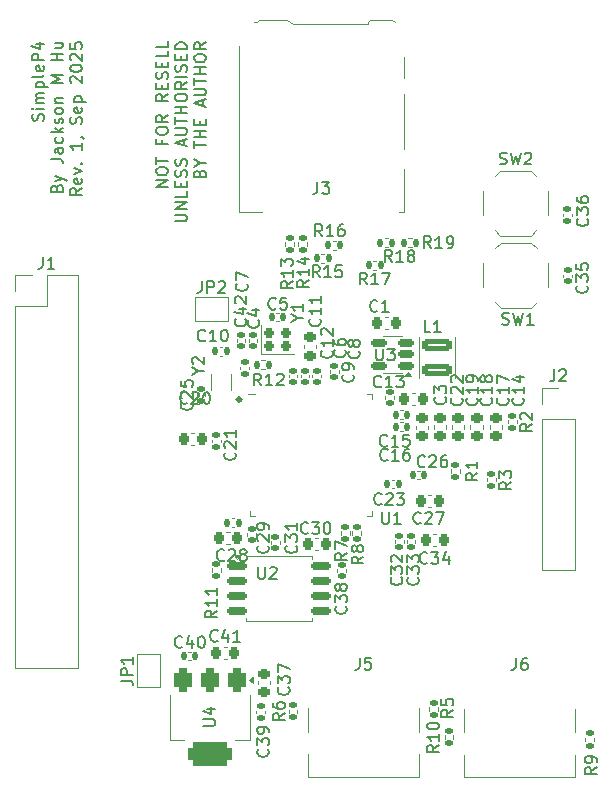
<source format=gbr>
%TF.GenerationSoftware,KiCad,Pcbnew,9.0.4*%
%TF.CreationDate,2025-09-12T09:19:31+10:00*%
%TF.ProjectId,simple-p4,73696d70-6c65-42d7-9034-2e6b69636164,rev?*%
%TF.SameCoordinates,Original*%
%TF.FileFunction,Legend,Top*%
%TF.FilePolarity,Positive*%
%FSLAX46Y46*%
G04 Gerber Fmt 4.6, Leading zero omitted, Abs format (unit mm)*
G04 Created by KiCad (PCBNEW 9.0.4) date 2025-09-12 09:19:31*
%MOMM*%
%LPD*%
G01*
G04 APERTURE LIST*
G04 Aperture macros list*
%AMRoundRect*
0 Rectangle with rounded corners*
0 $1 Rounding radius*
0 $2 $3 $4 $5 $6 $7 $8 $9 X,Y pos of 4 corners*
0 Add a 4 corners polygon primitive as box body*
4,1,4,$2,$3,$4,$5,$6,$7,$8,$9,$2,$3,0*
0 Add four circle primitives for the rounded corners*
1,1,$1+$1,$2,$3*
1,1,$1+$1,$4,$5*
1,1,$1+$1,$6,$7*
1,1,$1+$1,$8,$9*
0 Add four rect primitives between the rounded corners*
20,1,$1+$1,$2,$3,$4,$5,0*
20,1,$1+$1,$4,$5,$6,$7,0*
20,1,$1+$1,$6,$7,$8,$9,0*
20,1,$1+$1,$8,$9,$2,$3,0*%
G04 Aperture macros list end*
%ADD10C,0.150000*%
%ADD11C,0.120000*%
%ADD12C,0.300000*%
%ADD13RoundRect,0.135000X0.185000X-0.135000X0.185000X0.135000X-0.185000X0.135000X-0.185000X-0.135000X0*%
%ADD14R,1.000000X1.500000*%
%ADD15R,0.700000X1.200000*%
%ADD16R,1.000000X0.800000*%
%ADD17R,1.000000X1.200000*%
%ADD18R,1.000000X2.800000*%
%ADD19R,1.300000X1.900000*%
%ADD20RoundRect,0.140000X0.170000X-0.140000X0.170000X0.140000X-0.170000X0.140000X-0.170000X-0.140000X0*%
%ADD21RoundRect,0.225000X0.225000X0.250000X-0.225000X0.250000X-0.225000X-0.250000X0.225000X-0.250000X0*%
%ADD22RoundRect,0.140000X-0.170000X0.140000X-0.170000X-0.140000X0.170000X-0.140000X0.170000X0.140000X0*%
%ADD23R,1.000000X0.750000*%
%ADD24C,0.650000*%
%ADD25R,0.600000X1.450000*%
%ADD26R,0.300000X1.450000*%
%ADD27O,1.000000X2.100000*%
%ADD28O,1.000000X1.600000*%
%ADD29RoundRect,0.250000X-1.000000X0.300000X-1.000000X-0.300000X1.000000X-0.300000X1.000000X0.300000X0*%
%ADD30RoundRect,0.225000X-0.225000X-0.250000X0.225000X-0.250000X0.225000X0.250000X-0.225000X0.250000X0*%
%ADD31RoundRect,0.225000X0.250000X-0.225000X0.250000X0.225000X-0.250000X0.225000X-0.250000X-0.225000X0*%
%ADD32RoundRect,0.135000X-0.185000X0.135000X-0.185000X-0.135000X0.185000X-0.135000X0.185000X0.135000X0*%
%ADD33RoundRect,0.140000X0.140000X0.170000X-0.140000X0.170000X-0.140000X-0.170000X0.140000X-0.170000X0*%
%ADD34RoundRect,0.135000X0.135000X0.185000X-0.135000X0.185000X-0.135000X-0.185000X0.135000X-0.185000X0*%
%ADD35R,1.700000X1.700000*%
%ADD36C,1.700000*%
%ADD37RoundRect,0.140000X-0.140000X-0.170000X0.140000X-0.170000X0.140000X0.170000X-0.140000X0.170000X0*%
%ADD38O,0.650000X0.200000*%
%ADD39O,0.200000X0.650000*%
%ADD40R,2.100000X2.100000*%
%ADD41RoundRect,0.375000X-0.375000X0.625000X-0.375000X-0.625000X0.375000X-0.625000X0.375000X0.625000X0*%
%ADD42RoundRect,0.500000X-1.400000X0.500000X-1.400000X-0.500000X1.400000X-0.500000X1.400000X0.500000X0*%
%ADD43R,1.500000X1.000000*%
%ADD44RoundRect,0.150000X0.512500X0.150000X-0.512500X0.150000X-0.512500X-0.150000X0.512500X-0.150000X0*%
%ADD45RoundRect,0.162500X-0.650000X-0.162500X0.650000X-0.162500X0.650000X0.162500X-0.650000X0.162500X0*%
%ADD46RoundRect,0.200000X-0.250000X-0.200000X0.250000X-0.200000X0.250000X0.200000X-0.250000X0.200000X0*%
%ADD47RoundRect,0.135000X-0.135000X-0.185000X0.135000X-0.185000X0.135000X0.185000X-0.135000X0.185000X0*%
%ADD48R,1.800000X1.000000*%
G04 APERTURE END LIST*
D10*
X127852312Y-75658207D02*
X127899931Y-75515350D01*
X127899931Y-75515350D02*
X127899931Y-75277255D01*
X127899931Y-75277255D02*
X127852312Y-75182017D01*
X127852312Y-75182017D02*
X127804692Y-75134398D01*
X127804692Y-75134398D02*
X127709454Y-75086779D01*
X127709454Y-75086779D02*
X127614216Y-75086779D01*
X127614216Y-75086779D02*
X127518978Y-75134398D01*
X127518978Y-75134398D02*
X127471359Y-75182017D01*
X127471359Y-75182017D02*
X127423740Y-75277255D01*
X127423740Y-75277255D02*
X127376121Y-75467731D01*
X127376121Y-75467731D02*
X127328502Y-75562969D01*
X127328502Y-75562969D02*
X127280883Y-75610588D01*
X127280883Y-75610588D02*
X127185645Y-75658207D01*
X127185645Y-75658207D02*
X127090407Y-75658207D01*
X127090407Y-75658207D02*
X126995169Y-75610588D01*
X126995169Y-75610588D02*
X126947550Y-75562969D01*
X126947550Y-75562969D02*
X126899931Y-75467731D01*
X126899931Y-75467731D02*
X126899931Y-75229636D01*
X126899931Y-75229636D02*
X126947550Y-75086779D01*
X127899931Y-74658207D02*
X127233264Y-74658207D01*
X126899931Y-74658207D02*
X126947550Y-74705826D01*
X126947550Y-74705826D02*
X126995169Y-74658207D01*
X126995169Y-74658207D02*
X126947550Y-74610588D01*
X126947550Y-74610588D02*
X126899931Y-74658207D01*
X126899931Y-74658207D02*
X126995169Y-74658207D01*
X127899931Y-74182017D02*
X127233264Y-74182017D01*
X127328502Y-74182017D02*
X127280883Y-74134398D01*
X127280883Y-74134398D02*
X127233264Y-74039160D01*
X127233264Y-74039160D02*
X127233264Y-73896303D01*
X127233264Y-73896303D02*
X127280883Y-73801065D01*
X127280883Y-73801065D02*
X127376121Y-73753446D01*
X127376121Y-73753446D02*
X127899931Y-73753446D01*
X127376121Y-73753446D02*
X127280883Y-73705827D01*
X127280883Y-73705827D02*
X127233264Y-73610589D01*
X127233264Y-73610589D02*
X127233264Y-73467732D01*
X127233264Y-73467732D02*
X127280883Y-73372493D01*
X127280883Y-73372493D02*
X127376121Y-73324874D01*
X127376121Y-73324874D02*
X127899931Y-73324874D01*
X127233264Y-72848684D02*
X128233264Y-72848684D01*
X127280883Y-72848684D02*
X127233264Y-72753446D01*
X127233264Y-72753446D02*
X127233264Y-72562970D01*
X127233264Y-72562970D02*
X127280883Y-72467732D01*
X127280883Y-72467732D02*
X127328502Y-72420113D01*
X127328502Y-72420113D02*
X127423740Y-72372494D01*
X127423740Y-72372494D02*
X127709454Y-72372494D01*
X127709454Y-72372494D02*
X127804692Y-72420113D01*
X127804692Y-72420113D02*
X127852312Y-72467732D01*
X127852312Y-72467732D02*
X127899931Y-72562970D01*
X127899931Y-72562970D02*
X127899931Y-72753446D01*
X127899931Y-72753446D02*
X127852312Y-72848684D01*
X127899931Y-71801065D02*
X127852312Y-71896303D01*
X127852312Y-71896303D02*
X127757073Y-71943922D01*
X127757073Y-71943922D02*
X126899931Y-71943922D01*
X127852312Y-71039160D02*
X127899931Y-71134398D01*
X127899931Y-71134398D02*
X127899931Y-71324874D01*
X127899931Y-71324874D02*
X127852312Y-71420112D01*
X127852312Y-71420112D02*
X127757073Y-71467731D01*
X127757073Y-71467731D02*
X127376121Y-71467731D01*
X127376121Y-71467731D02*
X127280883Y-71420112D01*
X127280883Y-71420112D02*
X127233264Y-71324874D01*
X127233264Y-71324874D02*
X127233264Y-71134398D01*
X127233264Y-71134398D02*
X127280883Y-71039160D01*
X127280883Y-71039160D02*
X127376121Y-70991541D01*
X127376121Y-70991541D02*
X127471359Y-70991541D01*
X127471359Y-70991541D02*
X127566597Y-71467731D01*
X127899931Y-70562969D02*
X126899931Y-70562969D01*
X126899931Y-70562969D02*
X126899931Y-70182017D01*
X126899931Y-70182017D02*
X126947550Y-70086779D01*
X126947550Y-70086779D02*
X126995169Y-70039160D01*
X126995169Y-70039160D02*
X127090407Y-69991541D01*
X127090407Y-69991541D02*
X127233264Y-69991541D01*
X127233264Y-69991541D02*
X127328502Y-70039160D01*
X127328502Y-70039160D02*
X127376121Y-70086779D01*
X127376121Y-70086779D02*
X127423740Y-70182017D01*
X127423740Y-70182017D02*
X127423740Y-70562969D01*
X127233264Y-69134398D02*
X127899931Y-69134398D01*
X126852312Y-69372493D02*
X127566597Y-69610588D01*
X127566597Y-69610588D02*
X127566597Y-68991541D01*
X128986065Y-81372495D02*
X129033684Y-81229638D01*
X129033684Y-81229638D02*
X129081303Y-81182019D01*
X129081303Y-81182019D02*
X129176541Y-81134400D01*
X129176541Y-81134400D02*
X129319398Y-81134400D01*
X129319398Y-81134400D02*
X129414636Y-81182019D01*
X129414636Y-81182019D02*
X129462256Y-81229638D01*
X129462256Y-81229638D02*
X129509875Y-81324876D01*
X129509875Y-81324876D02*
X129509875Y-81705828D01*
X129509875Y-81705828D02*
X128509875Y-81705828D01*
X128509875Y-81705828D02*
X128509875Y-81372495D01*
X128509875Y-81372495D02*
X128557494Y-81277257D01*
X128557494Y-81277257D02*
X128605113Y-81229638D01*
X128605113Y-81229638D02*
X128700351Y-81182019D01*
X128700351Y-81182019D02*
X128795589Y-81182019D01*
X128795589Y-81182019D02*
X128890827Y-81229638D01*
X128890827Y-81229638D02*
X128938446Y-81277257D01*
X128938446Y-81277257D02*
X128986065Y-81372495D01*
X128986065Y-81372495D02*
X128986065Y-81705828D01*
X128843208Y-80801066D02*
X129509875Y-80562971D01*
X128843208Y-80324876D02*
X129509875Y-80562971D01*
X129509875Y-80562971D02*
X129747970Y-80658209D01*
X129747970Y-80658209D02*
X129795589Y-80705828D01*
X129795589Y-80705828D02*
X129843208Y-80801066D01*
X128509875Y-78896304D02*
X129224160Y-78896304D01*
X129224160Y-78896304D02*
X129367017Y-78943923D01*
X129367017Y-78943923D02*
X129462256Y-79039161D01*
X129462256Y-79039161D02*
X129509875Y-79182018D01*
X129509875Y-79182018D02*
X129509875Y-79277256D01*
X129509875Y-77991542D02*
X128986065Y-77991542D01*
X128986065Y-77991542D02*
X128890827Y-78039161D01*
X128890827Y-78039161D02*
X128843208Y-78134399D01*
X128843208Y-78134399D02*
X128843208Y-78324875D01*
X128843208Y-78324875D02*
X128890827Y-78420113D01*
X129462256Y-77991542D02*
X129509875Y-78086780D01*
X129509875Y-78086780D02*
X129509875Y-78324875D01*
X129509875Y-78324875D02*
X129462256Y-78420113D01*
X129462256Y-78420113D02*
X129367017Y-78467732D01*
X129367017Y-78467732D02*
X129271779Y-78467732D01*
X129271779Y-78467732D02*
X129176541Y-78420113D01*
X129176541Y-78420113D02*
X129128922Y-78324875D01*
X129128922Y-78324875D02*
X129128922Y-78086780D01*
X129128922Y-78086780D02*
X129081303Y-77991542D01*
X129462256Y-77086780D02*
X129509875Y-77182018D01*
X129509875Y-77182018D02*
X129509875Y-77372494D01*
X129509875Y-77372494D02*
X129462256Y-77467732D01*
X129462256Y-77467732D02*
X129414636Y-77515351D01*
X129414636Y-77515351D02*
X129319398Y-77562970D01*
X129319398Y-77562970D02*
X129033684Y-77562970D01*
X129033684Y-77562970D02*
X128938446Y-77515351D01*
X128938446Y-77515351D02*
X128890827Y-77467732D01*
X128890827Y-77467732D02*
X128843208Y-77372494D01*
X128843208Y-77372494D02*
X128843208Y-77182018D01*
X128843208Y-77182018D02*
X128890827Y-77086780D01*
X129509875Y-76658208D02*
X128509875Y-76658208D01*
X129128922Y-76562970D02*
X129509875Y-76277256D01*
X128843208Y-76277256D02*
X129224160Y-76658208D01*
X129462256Y-75896303D02*
X129509875Y-75801065D01*
X129509875Y-75801065D02*
X129509875Y-75610589D01*
X129509875Y-75610589D02*
X129462256Y-75515351D01*
X129462256Y-75515351D02*
X129367017Y-75467732D01*
X129367017Y-75467732D02*
X129319398Y-75467732D01*
X129319398Y-75467732D02*
X129224160Y-75515351D01*
X129224160Y-75515351D02*
X129176541Y-75610589D01*
X129176541Y-75610589D02*
X129176541Y-75753446D01*
X129176541Y-75753446D02*
X129128922Y-75848684D01*
X129128922Y-75848684D02*
X129033684Y-75896303D01*
X129033684Y-75896303D02*
X128986065Y-75896303D01*
X128986065Y-75896303D02*
X128890827Y-75848684D01*
X128890827Y-75848684D02*
X128843208Y-75753446D01*
X128843208Y-75753446D02*
X128843208Y-75610589D01*
X128843208Y-75610589D02*
X128890827Y-75515351D01*
X129509875Y-74896303D02*
X129462256Y-74991541D01*
X129462256Y-74991541D02*
X129414636Y-75039160D01*
X129414636Y-75039160D02*
X129319398Y-75086779D01*
X129319398Y-75086779D02*
X129033684Y-75086779D01*
X129033684Y-75086779D02*
X128938446Y-75039160D01*
X128938446Y-75039160D02*
X128890827Y-74991541D01*
X128890827Y-74991541D02*
X128843208Y-74896303D01*
X128843208Y-74896303D02*
X128843208Y-74753446D01*
X128843208Y-74753446D02*
X128890827Y-74658208D01*
X128890827Y-74658208D02*
X128938446Y-74610589D01*
X128938446Y-74610589D02*
X129033684Y-74562970D01*
X129033684Y-74562970D02*
X129319398Y-74562970D01*
X129319398Y-74562970D02*
X129414636Y-74610589D01*
X129414636Y-74610589D02*
X129462256Y-74658208D01*
X129462256Y-74658208D02*
X129509875Y-74753446D01*
X129509875Y-74753446D02*
X129509875Y-74896303D01*
X128843208Y-74134398D02*
X129509875Y-74134398D01*
X128938446Y-74134398D02*
X128890827Y-74086779D01*
X128890827Y-74086779D02*
X128843208Y-73991541D01*
X128843208Y-73991541D02*
X128843208Y-73848684D01*
X128843208Y-73848684D02*
X128890827Y-73753446D01*
X128890827Y-73753446D02*
X128986065Y-73705827D01*
X128986065Y-73705827D02*
X129509875Y-73705827D01*
X129509875Y-72467731D02*
X128509875Y-72467731D01*
X128509875Y-72467731D02*
X129224160Y-72134398D01*
X129224160Y-72134398D02*
X128509875Y-71801065D01*
X128509875Y-71801065D02*
X129509875Y-71801065D01*
X129509875Y-70562969D02*
X128509875Y-70562969D01*
X128986065Y-70562969D02*
X128986065Y-69991541D01*
X129509875Y-69991541D02*
X128509875Y-69991541D01*
X128843208Y-69086779D02*
X129509875Y-69086779D01*
X128843208Y-69515350D02*
X129367017Y-69515350D01*
X129367017Y-69515350D02*
X129462256Y-69467731D01*
X129462256Y-69467731D02*
X129509875Y-69372493D01*
X129509875Y-69372493D02*
X129509875Y-69229636D01*
X129509875Y-69229636D02*
X129462256Y-69134398D01*
X129462256Y-69134398D02*
X129414636Y-69086779D01*
X131119819Y-81372494D02*
X130643628Y-81705827D01*
X131119819Y-81943922D02*
X130119819Y-81943922D01*
X130119819Y-81943922D02*
X130119819Y-81562970D01*
X130119819Y-81562970D02*
X130167438Y-81467732D01*
X130167438Y-81467732D02*
X130215057Y-81420113D01*
X130215057Y-81420113D02*
X130310295Y-81372494D01*
X130310295Y-81372494D02*
X130453152Y-81372494D01*
X130453152Y-81372494D02*
X130548390Y-81420113D01*
X130548390Y-81420113D02*
X130596009Y-81467732D01*
X130596009Y-81467732D02*
X130643628Y-81562970D01*
X130643628Y-81562970D02*
X130643628Y-81943922D01*
X131072200Y-80562970D02*
X131119819Y-80658208D01*
X131119819Y-80658208D02*
X131119819Y-80848684D01*
X131119819Y-80848684D02*
X131072200Y-80943922D01*
X131072200Y-80943922D02*
X130976961Y-80991541D01*
X130976961Y-80991541D02*
X130596009Y-80991541D01*
X130596009Y-80991541D02*
X130500771Y-80943922D01*
X130500771Y-80943922D02*
X130453152Y-80848684D01*
X130453152Y-80848684D02*
X130453152Y-80658208D01*
X130453152Y-80658208D02*
X130500771Y-80562970D01*
X130500771Y-80562970D02*
X130596009Y-80515351D01*
X130596009Y-80515351D02*
X130691247Y-80515351D01*
X130691247Y-80515351D02*
X130786485Y-80991541D01*
X130453152Y-80182017D02*
X131119819Y-79943922D01*
X131119819Y-79943922D02*
X130453152Y-79705827D01*
X131024580Y-79324874D02*
X131072200Y-79277255D01*
X131072200Y-79277255D02*
X131119819Y-79324874D01*
X131119819Y-79324874D02*
X131072200Y-79372493D01*
X131072200Y-79372493D02*
X131024580Y-79324874D01*
X131024580Y-79324874D02*
X131119819Y-79324874D01*
X131119819Y-77562970D02*
X131119819Y-78134398D01*
X131119819Y-77848684D02*
X130119819Y-77848684D01*
X130119819Y-77848684D02*
X130262676Y-77943922D01*
X130262676Y-77943922D02*
X130357914Y-78039160D01*
X130357914Y-78039160D02*
X130405533Y-78134398D01*
X131072200Y-77086779D02*
X131119819Y-77086779D01*
X131119819Y-77086779D02*
X131215057Y-77134398D01*
X131215057Y-77134398D02*
X131262676Y-77182017D01*
X131072200Y-75943922D02*
X131119819Y-75801065D01*
X131119819Y-75801065D02*
X131119819Y-75562970D01*
X131119819Y-75562970D02*
X131072200Y-75467732D01*
X131072200Y-75467732D02*
X131024580Y-75420113D01*
X131024580Y-75420113D02*
X130929342Y-75372494D01*
X130929342Y-75372494D02*
X130834104Y-75372494D01*
X130834104Y-75372494D02*
X130738866Y-75420113D01*
X130738866Y-75420113D02*
X130691247Y-75467732D01*
X130691247Y-75467732D02*
X130643628Y-75562970D01*
X130643628Y-75562970D02*
X130596009Y-75753446D01*
X130596009Y-75753446D02*
X130548390Y-75848684D01*
X130548390Y-75848684D02*
X130500771Y-75896303D01*
X130500771Y-75896303D02*
X130405533Y-75943922D01*
X130405533Y-75943922D02*
X130310295Y-75943922D01*
X130310295Y-75943922D02*
X130215057Y-75896303D01*
X130215057Y-75896303D02*
X130167438Y-75848684D01*
X130167438Y-75848684D02*
X130119819Y-75753446D01*
X130119819Y-75753446D02*
X130119819Y-75515351D01*
X130119819Y-75515351D02*
X130167438Y-75372494D01*
X131072200Y-74562970D02*
X131119819Y-74658208D01*
X131119819Y-74658208D02*
X131119819Y-74848684D01*
X131119819Y-74848684D02*
X131072200Y-74943922D01*
X131072200Y-74943922D02*
X130976961Y-74991541D01*
X130976961Y-74991541D02*
X130596009Y-74991541D01*
X130596009Y-74991541D02*
X130500771Y-74943922D01*
X130500771Y-74943922D02*
X130453152Y-74848684D01*
X130453152Y-74848684D02*
X130453152Y-74658208D01*
X130453152Y-74658208D02*
X130500771Y-74562970D01*
X130500771Y-74562970D02*
X130596009Y-74515351D01*
X130596009Y-74515351D02*
X130691247Y-74515351D01*
X130691247Y-74515351D02*
X130786485Y-74991541D01*
X130453152Y-74086779D02*
X131453152Y-74086779D01*
X130500771Y-74086779D02*
X130453152Y-73991541D01*
X130453152Y-73991541D02*
X130453152Y-73801065D01*
X130453152Y-73801065D02*
X130500771Y-73705827D01*
X130500771Y-73705827D02*
X130548390Y-73658208D01*
X130548390Y-73658208D02*
X130643628Y-73610589D01*
X130643628Y-73610589D02*
X130929342Y-73610589D01*
X130929342Y-73610589D02*
X131024580Y-73658208D01*
X131024580Y-73658208D02*
X131072200Y-73705827D01*
X131072200Y-73705827D02*
X131119819Y-73801065D01*
X131119819Y-73801065D02*
X131119819Y-73991541D01*
X131119819Y-73991541D02*
X131072200Y-74086779D01*
X130215057Y-72467731D02*
X130167438Y-72420112D01*
X130167438Y-72420112D02*
X130119819Y-72324874D01*
X130119819Y-72324874D02*
X130119819Y-72086779D01*
X130119819Y-72086779D02*
X130167438Y-71991541D01*
X130167438Y-71991541D02*
X130215057Y-71943922D01*
X130215057Y-71943922D02*
X130310295Y-71896303D01*
X130310295Y-71896303D02*
X130405533Y-71896303D01*
X130405533Y-71896303D02*
X130548390Y-71943922D01*
X130548390Y-71943922D02*
X131119819Y-72515350D01*
X131119819Y-72515350D02*
X131119819Y-71896303D01*
X130119819Y-71277255D02*
X130119819Y-71182017D01*
X130119819Y-71182017D02*
X130167438Y-71086779D01*
X130167438Y-71086779D02*
X130215057Y-71039160D01*
X130215057Y-71039160D02*
X130310295Y-70991541D01*
X130310295Y-70991541D02*
X130500771Y-70943922D01*
X130500771Y-70943922D02*
X130738866Y-70943922D01*
X130738866Y-70943922D02*
X130929342Y-70991541D01*
X130929342Y-70991541D02*
X131024580Y-71039160D01*
X131024580Y-71039160D02*
X131072200Y-71086779D01*
X131072200Y-71086779D02*
X131119819Y-71182017D01*
X131119819Y-71182017D02*
X131119819Y-71277255D01*
X131119819Y-71277255D02*
X131072200Y-71372493D01*
X131072200Y-71372493D02*
X131024580Y-71420112D01*
X131024580Y-71420112D02*
X130929342Y-71467731D01*
X130929342Y-71467731D02*
X130738866Y-71515350D01*
X130738866Y-71515350D02*
X130500771Y-71515350D01*
X130500771Y-71515350D02*
X130310295Y-71467731D01*
X130310295Y-71467731D02*
X130215057Y-71420112D01*
X130215057Y-71420112D02*
X130167438Y-71372493D01*
X130167438Y-71372493D02*
X130119819Y-71277255D01*
X130215057Y-70562969D02*
X130167438Y-70515350D01*
X130167438Y-70515350D02*
X130119819Y-70420112D01*
X130119819Y-70420112D02*
X130119819Y-70182017D01*
X130119819Y-70182017D02*
X130167438Y-70086779D01*
X130167438Y-70086779D02*
X130215057Y-70039160D01*
X130215057Y-70039160D02*
X130310295Y-69991541D01*
X130310295Y-69991541D02*
X130405533Y-69991541D01*
X130405533Y-69991541D02*
X130548390Y-70039160D01*
X130548390Y-70039160D02*
X131119819Y-70610588D01*
X131119819Y-70610588D02*
X131119819Y-69991541D01*
X130119819Y-69086779D02*
X130119819Y-69562969D01*
X130119819Y-69562969D02*
X130596009Y-69610588D01*
X130596009Y-69610588D02*
X130548390Y-69562969D01*
X130548390Y-69562969D02*
X130500771Y-69467731D01*
X130500771Y-69467731D02*
X130500771Y-69229636D01*
X130500771Y-69229636D02*
X130548390Y-69134398D01*
X130548390Y-69134398D02*
X130596009Y-69086779D01*
X130596009Y-69086779D02*
X130691247Y-69039160D01*
X130691247Y-69039160D02*
X130929342Y-69039160D01*
X130929342Y-69039160D02*
X131024580Y-69086779D01*
X131024580Y-69086779D02*
X131072200Y-69134398D01*
X131072200Y-69134398D02*
X131119819Y-69229636D01*
X131119819Y-69229636D02*
X131119819Y-69467731D01*
X131119819Y-69467731D02*
X131072200Y-69562969D01*
X131072200Y-69562969D02*
X131024580Y-69610588D01*
X138399931Y-81277256D02*
X137399931Y-81277256D01*
X137399931Y-81277256D02*
X138399931Y-80705828D01*
X138399931Y-80705828D02*
X137399931Y-80705828D01*
X137399931Y-80039161D02*
X137399931Y-79848685D01*
X137399931Y-79848685D02*
X137447550Y-79753447D01*
X137447550Y-79753447D02*
X137542788Y-79658209D01*
X137542788Y-79658209D02*
X137733264Y-79610590D01*
X137733264Y-79610590D02*
X138066597Y-79610590D01*
X138066597Y-79610590D02*
X138257073Y-79658209D01*
X138257073Y-79658209D02*
X138352312Y-79753447D01*
X138352312Y-79753447D02*
X138399931Y-79848685D01*
X138399931Y-79848685D02*
X138399931Y-80039161D01*
X138399931Y-80039161D02*
X138352312Y-80134399D01*
X138352312Y-80134399D02*
X138257073Y-80229637D01*
X138257073Y-80229637D02*
X138066597Y-80277256D01*
X138066597Y-80277256D02*
X137733264Y-80277256D01*
X137733264Y-80277256D02*
X137542788Y-80229637D01*
X137542788Y-80229637D02*
X137447550Y-80134399D01*
X137447550Y-80134399D02*
X137399931Y-80039161D01*
X137399931Y-79324875D02*
X137399931Y-78753447D01*
X138399931Y-79039161D02*
X137399931Y-79039161D01*
X137876121Y-77324875D02*
X137876121Y-77658208D01*
X138399931Y-77658208D02*
X137399931Y-77658208D01*
X137399931Y-77658208D02*
X137399931Y-77182018D01*
X137399931Y-76610589D02*
X137399931Y-76420113D01*
X137399931Y-76420113D02*
X137447550Y-76324875D01*
X137447550Y-76324875D02*
X137542788Y-76229637D01*
X137542788Y-76229637D02*
X137733264Y-76182018D01*
X137733264Y-76182018D02*
X138066597Y-76182018D01*
X138066597Y-76182018D02*
X138257073Y-76229637D01*
X138257073Y-76229637D02*
X138352312Y-76324875D01*
X138352312Y-76324875D02*
X138399931Y-76420113D01*
X138399931Y-76420113D02*
X138399931Y-76610589D01*
X138399931Y-76610589D02*
X138352312Y-76705827D01*
X138352312Y-76705827D02*
X138257073Y-76801065D01*
X138257073Y-76801065D02*
X138066597Y-76848684D01*
X138066597Y-76848684D02*
X137733264Y-76848684D01*
X137733264Y-76848684D02*
X137542788Y-76801065D01*
X137542788Y-76801065D02*
X137447550Y-76705827D01*
X137447550Y-76705827D02*
X137399931Y-76610589D01*
X138399931Y-75182018D02*
X137923740Y-75515351D01*
X138399931Y-75753446D02*
X137399931Y-75753446D01*
X137399931Y-75753446D02*
X137399931Y-75372494D01*
X137399931Y-75372494D02*
X137447550Y-75277256D01*
X137447550Y-75277256D02*
X137495169Y-75229637D01*
X137495169Y-75229637D02*
X137590407Y-75182018D01*
X137590407Y-75182018D02*
X137733264Y-75182018D01*
X137733264Y-75182018D02*
X137828502Y-75229637D01*
X137828502Y-75229637D02*
X137876121Y-75277256D01*
X137876121Y-75277256D02*
X137923740Y-75372494D01*
X137923740Y-75372494D02*
X137923740Y-75753446D01*
X138399931Y-73420113D02*
X137923740Y-73753446D01*
X138399931Y-73991541D02*
X137399931Y-73991541D01*
X137399931Y-73991541D02*
X137399931Y-73610589D01*
X137399931Y-73610589D02*
X137447550Y-73515351D01*
X137447550Y-73515351D02*
X137495169Y-73467732D01*
X137495169Y-73467732D02*
X137590407Y-73420113D01*
X137590407Y-73420113D02*
X137733264Y-73420113D01*
X137733264Y-73420113D02*
X137828502Y-73467732D01*
X137828502Y-73467732D02*
X137876121Y-73515351D01*
X137876121Y-73515351D02*
X137923740Y-73610589D01*
X137923740Y-73610589D02*
X137923740Y-73991541D01*
X137876121Y-72991541D02*
X137876121Y-72658208D01*
X138399931Y-72515351D02*
X138399931Y-72991541D01*
X138399931Y-72991541D02*
X137399931Y-72991541D01*
X137399931Y-72991541D02*
X137399931Y-72515351D01*
X138352312Y-72134398D02*
X138399931Y-71991541D01*
X138399931Y-71991541D02*
X138399931Y-71753446D01*
X138399931Y-71753446D02*
X138352312Y-71658208D01*
X138352312Y-71658208D02*
X138304692Y-71610589D01*
X138304692Y-71610589D02*
X138209454Y-71562970D01*
X138209454Y-71562970D02*
X138114216Y-71562970D01*
X138114216Y-71562970D02*
X138018978Y-71610589D01*
X138018978Y-71610589D02*
X137971359Y-71658208D01*
X137971359Y-71658208D02*
X137923740Y-71753446D01*
X137923740Y-71753446D02*
X137876121Y-71943922D01*
X137876121Y-71943922D02*
X137828502Y-72039160D01*
X137828502Y-72039160D02*
X137780883Y-72086779D01*
X137780883Y-72086779D02*
X137685645Y-72134398D01*
X137685645Y-72134398D02*
X137590407Y-72134398D01*
X137590407Y-72134398D02*
X137495169Y-72086779D01*
X137495169Y-72086779D02*
X137447550Y-72039160D01*
X137447550Y-72039160D02*
X137399931Y-71943922D01*
X137399931Y-71943922D02*
X137399931Y-71705827D01*
X137399931Y-71705827D02*
X137447550Y-71562970D01*
X137876121Y-71134398D02*
X137876121Y-70801065D01*
X138399931Y-70658208D02*
X138399931Y-71134398D01*
X138399931Y-71134398D02*
X137399931Y-71134398D01*
X137399931Y-71134398D02*
X137399931Y-70658208D01*
X138399931Y-69753446D02*
X138399931Y-70229636D01*
X138399931Y-70229636D02*
X137399931Y-70229636D01*
X138399931Y-68943922D02*
X138399931Y-69420112D01*
X138399931Y-69420112D02*
X137399931Y-69420112D01*
X139009875Y-84182017D02*
X139819398Y-84182017D01*
X139819398Y-84182017D02*
X139914636Y-84134398D01*
X139914636Y-84134398D02*
X139962256Y-84086779D01*
X139962256Y-84086779D02*
X140009875Y-83991541D01*
X140009875Y-83991541D02*
X140009875Y-83801065D01*
X140009875Y-83801065D02*
X139962256Y-83705827D01*
X139962256Y-83705827D02*
X139914636Y-83658208D01*
X139914636Y-83658208D02*
X139819398Y-83610589D01*
X139819398Y-83610589D02*
X139009875Y-83610589D01*
X140009875Y-83134398D02*
X139009875Y-83134398D01*
X139009875Y-83134398D02*
X140009875Y-82562970D01*
X140009875Y-82562970D02*
X139009875Y-82562970D01*
X140009875Y-81610589D02*
X140009875Y-82086779D01*
X140009875Y-82086779D02*
X139009875Y-82086779D01*
X139486065Y-81277255D02*
X139486065Y-80943922D01*
X140009875Y-80801065D02*
X140009875Y-81277255D01*
X140009875Y-81277255D02*
X139009875Y-81277255D01*
X139009875Y-81277255D02*
X139009875Y-80801065D01*
X139962256Y-80420112D02*
X140009875Y-80277255D01*
X140009875Y-80277255D02*
X140009875Y-80039160D01*
X140009875Y-80039160D02*
X139962256Y-79943922D01*
X139962256Y-79943922D02*
X139914636Y-79896303D01*
X139914636Y-79896303D02*
X139819398Y-79848684D01*
X139819398Y-79848684D02*
X139724160Y-79848684D01*
X139724160Y-79848684D02*
X139628922Y-79896303D01*
X139628922Y-79896303D02*
X139581303Y-79943922D01*
X139581303Y-79943922D02*
X139533684Y-80039160D01*
X139533684Y-80039160D02*
X139486065Y-80229636D01*
X139486065Y-80229636D02*
X139438446Y-80324874D01*
X139438446Y-80324874D02*
X139390827Y-80372493D01*
X139390827Y-80372493D02*
X139295589Y-80420112D01*
X139295589Y-80420112D02*
X139200351Y-80420112D01*
X139200351Y-80420112D02*
X139105113Y-80372493D01*
X139105113Y-80372493D02*
X139057494Y-80324874D01*
X139057494Y-80324874D02*
X139009875Y-80229636D01*
X139009875Y-80229636D02*
X139009875Y-79991541D01*
X139009875Y-79991541D02*
X139057494Y-79848684D01*
X139962256Y-79467731D02*
X140009875Y-79324874D01*
X140009875Y-79324874D02*
X140009875Y-79086779D01*
X140009875Y-79086779D02*
X139962256Y-78991541D01*
X139962256Y-78991541D02*
X139914636Y-78943922D01*
X139914636Y-78943922D02*
X139819398Y-78896303D01*
X139819398Y-78896303D02*
X139724160Y-78896303D01*
X139724160Y-78896303D02*
X139628922Y-78943922D01*
X139628922Y-78943922D02*
X139581303Y-78991541D01*
X139581303Y-78991541D02*
X139533684Y-79086779D01*
X139533684Y-79086779D02*
X139486065Y-79277255D01*
X139486065Y-79277255D02*
X139438446Y-79372493D01*
X139438446Y-79372493D02*
X139390827Y-79420112D01*
X139390827Y-79420112D02*
X139295589Y-79467731D01*
X139295589Y-79467731D02*
X139200351Y-79467731D01*
X139200351Y-79467731D02*
X139105113Y-79420112D01*
X139105113Y-79420112D02*
X139057494Y-79372493D01*
X139057494Y-79372493D02*
X139009875Y-79277255D01*
X139009875Y-79277255D02*
X139009875Y-79039160D01*
X139009875Y-79039160D02*
X139057494Y-78896303D01*
X139724160Y-77753445D02*
X139724160Y-77277255D01*
X140009875Y-77848683D02*
X139009875Y-77515350D01*
X139009875Y-77515350D02*
X140009875Y-77182017D01*
X139009875Y-76848683D02*
X139819398Y-76848683D01*
X139819398Y-76848683D02*
X139914636Y-76801064D01*
X139914636Y-76801064D02*
X139962256Y-76753445D01*
X139962256Y-76753445D02*
X140009875Y-76658207D01*
X140009875Y-76658207D02*
X140009875Y-76467731D01*
X140009875Y-76467731D02*
X139962256Y-76372493D01*
X139962256Y-76372493D02*
X139914636Y-76324874D01*
X139914636Y-76324874D02*
X139819398Y-76277255D01*
X139819398Y-76277255D02*
X139009875Y-76277255D01*
X139009875Y-75943921D02*
X139009875Y-75372493D01*
X140009875Y-75658207D02*
X139009875Y-75658207D01*
X140009875Y-75039159D02*
X139009875Y-75039159D01*
X139486065Y-75039159D02*
X139486065Y-74467731D01*
X140009875Y-74467731D02*
X139009875Y-74467731D01*
X139009875Y-73801064D02*
X139009875Y-73610588D01*
X139009875Y-73610588D02*
X139057494Y-73515350D01*
X139057494Y-73515350D02*
X139152732Y-73420112D01*
X139152732Y-73420112D02*
X139343208Y-73372493D01*
X139343208Y-73372493D02*
X139676541Y-73372493D01*
X139676541Y-73372493D02*
X139867017Y-73420112D01*
X139867017Y-73420112D02*
X139962256Y-73515350D01*
X139962256Y-73515350D02*
X140009875Y-73610588D01*
X140009875Y-73610588D02*
X140009875Y-73801064D01*
X140009875Y-73801064D02*
X139962256Y-73896302D01*
X139962256Y-73896302D02*
X139867017Y-73991540D01*
X139867017Y-73991540D02*
X139676541Y-74039159D01*
X139676541Y-74039159D02*
X139343208Y-74039159D01*
X139343208Y-74039159D02*
X139152732Y-73991540D01*
X139152732Y-73991540D02*
X139057494Y-73896302D01*
X139057494Y-73896302D02*
X139009875Y-73801064D01*
X140009875Y-72372493D02*
X139533684Y-72705826D01*
X140009875Y-72943921D02*
X139009875Y-72943921D01*
X139009875Y-72943921D02*
X139009875Y-72562969D01*
X139009875Y-72562969D02*
X139057494Y-72467731D01*
X139057494Y-72467731D02*
X139105113Y-72420112D01*
X139105113Y-72420112D02*
X139200351Y-72372493D01*
X139200351Y-72372493D02*
X139343208Y-72372493D01*
X139343208Y-72372493D02*
X139438446Y-72420112D01*
X139438446Y-72420112D02*
X139486065Y-72467731D01*
X139486065Y-72467731D02*
X139533684Y-72562969D01*
X139533684Y-72562969D02*
X139533684Y-72943921D01*
X140009875Y-71943921D02*
X139009875Y-71943921D01*
X139962256Y-71515350D02*
X140009875Y-71372493D01*
X140009875Y-71372493D02*
X140009875Y-71134398D01*
X140009875Y-71134398D02*
X139962256Y-71039160D01*
X139962256Y-71039160D02*
X139914636Y-70991541D01*
X139914636Y-70991541D02*
X139819398Y-70943922D01*
X139819398Y-70943922D02*
X139724160Y-70943922D01*
X139724160Y-70943922D02*
X139628922Y-70991541D01*
X139628922Y-70991541D02*
X139581303Y-71039160D01*
X139581303Y-71039160D02*
X139533684Y-71134398D01*
X139533684Y-71134398D02*
X139486065Y-71324874D01*
X139486065Y-71324874D02*
X139438446Y-71420112D01*
X139438446Y-71420112D02*
X139390827Y-71467731D01*
X139390827Y-71467731D02*
X139295589Y-71515350D01*
X139295589Y-71515350D02*
X139200351Y-71515350D01*
X139200351Y-71515350D02*
X139105113Y-71467731D01*
X139105113Y-71467731D02*
X139057494Y-71420112D01*
X139057494Y-71420112D02*
X139009875Y-71324874D01*
X139009875Y-71324874D02*
X139009875Y-71086779D01*
X139009875Y-71086779D02*
X139057494Y-70943922D01*
X139486065Y-70515350D02*
X139486065Y-70182017D01*
X140009875Y-70039160D02*
X140009875Y-70515350D01*
X140009875Y-70515350D02*
X139009875Y-70515350D01*
X139009875Y-70515350D02*
X139009875Y-70039160D01*
X140009875Y-69610588D02*
X139009875Y-69610588D01*
X139009875Y-69610588D02*
X139009875Y-69372493D01*
X139009875Y-69372493D02*
X139057494Y-69229636D01*
X139057494Y-69229636D02*
X139152732Y-69134398D01*
X139152732Y-69134398D02*
X139247970Y-69086779D01*
X139247970Y-69086779D02*
X139438446Y-69039160D01*
X139438446Y-69039160D02*
X139581303Y-69039160D01*
X139581303Y-69039160D02*
X139771779Y-69086779D01*
X139771779Y-69086779D02*
X139867017Y-69134398D01*
X139867017Y-69134398D02*
X139962256Y-69229636D01*
X139962256Y-69229636D02*
X140009875Y-69372493D01*
X140009875Y-69372493D02*
X140009875Y-69610588D01*
X141096009Y-80134399D02*
X141143628Y-79991542D01*
X141143628Y-79991542D02*
X141191247Y-79943923D01*
X141191247Y-79943923D02*
X141286485Y-79896304D01*
X141286485Y-79896304D02*
X141429342Y-79896304D01*
X141429342Y-79896304D02*
X141524580Y-79943923D01*
X141524580Y-79943923D02*
X141572200Y-79991542D01*
X141572200Y-79991542D02*
X141619819Y-80086780D01*
X141619819Y-80086780D02*
X141619819Y-80467732D01*
X141619819Y-80467732D02*
X140619819Y-80467732D01*
X140619819Y-80467732D02*
X140619819Y-80134399D01*
X140619819Y-80134399D02*
X140667438Y-80039161D01*
X140667438Y-80039161D02*
X140715057Y-79991542D01*
X140715057Y-79991542D02*
X140810295Y-79943923D01*
X140810295Y-79943923D02*
X140905533Y-79943923D01*
X140905533Y-79943923D02*
X141000771Y-79991542D01*
X141000771Y-79991542D02*
X141048390Y-80039161D01*
X141048390Y-80039161D02*
X141096009Y-80134399D01*
X141096009Y-80134399D02*
X141096009Y-80467732D01*
X141143628Y-79277256D02*
X141619819Y-79277256D01*
X140619819Y-79610589D02*
X141143628Y-79277256D01*
X141143628Y-79277256D02*
X140619819Y-78943923D01*
X140619819Y-77991541D02*
X140619819Y-77420113D01*
X141619819Y-77705827D02*
X140619819Y-77705827D01*
X141619819Y-77086779D02*
X140619819Y-77086779D01*
X141096009Y-77086779D02*
X141096009Y-76515351D01*
X141619819Y-76515351D02*
X140619819Y-76515351D01*
X141096009Y-76039160D02*
X141096009Y-75705827D01*
X141619819Y-75562970D02*
X141619819Y-76039160D01*
X141619819Y-76039160D02*
X140619819Y-76039160D01*
X140619819Y-76039160D02*
X140619819Y-75562970D01*
X141334104Y-74420112D02*
X141334104Y-73943922D01*
X141619819Y-74515350D02*
X140619819Y-74182017D01*
X140619819Y-74182017D02*
X141619819Y-73848684D01*
X140619819Y-73515350D02*
X141429342Y-73515350D01*
X141429342Y-73515350D02*
X141524580Y-73467731D01*
X141524580Y-73467731D02*
X141572200Y-73420112D01*
X141572200Y-73420112D02*
X141619819Y-73324874D01*
X141619819Y-73324874D02*
X141619819Y-73134398D01*
X141619819Y-73134398D02*
X141572200Y-73039160D01*
X141572200Y-73039160D02*
X141524580Y-72991541D01*
X141524580Y-72991541D02*
X141429342Y-72943922D01*
X141429342Y-72943922D02*
X140619819Y-72943922D01*
X140619819Y-72610588D02*
X140619819Y-72039160D01*
X141619819Y-72324874D02*
X140619819Y-72324874D01*
X141619819Y-71705826D02*
X140619819Y-71705826D01*
X141096009Y-71705826D02*
X141096009Y-71134398D01*
X141619819Y-71134398D02*
X140619819Y-71134398D01*
X140619819Y-70467731D02*
X140619819Y-70277255D01*
X140619819Y-70277255D02*
X140667438Y-70182017D01*
X140667438Y-70182017D02*
X140762676Y-70086779D01*
X140762676Y-70086779D02*
X140953152Y-70039160D01*
X140953152Y-70039160D02*
X141286485Y-70039160D01*
X141286485Y-70039160D02*
X141476961Y-70086779D01*
X141476961Y-70086779D02*
X141572200Y-70182017D01*
X141572200Y-70182017D02*
X141619819Y-70277255D01*
X141619819Y-70277255D02*
X141619819Y-70467731D01*
X141619819Y-70467731D02*
X141572200Y-70562969D01*
X141572200Y-70562969D02*
X141476961Y-70658207D01*
X141476961Y-70658207D02*
X141286485Y-70705826D01*
X141286485Y-70705826D02*
X140953152Y-70705826D01*
X140953152Y-70705826D02*
X140762676Y-70658207D01*
X140762676Y-70658207D02*
X140667438Y-70562969D01*
X140667438Y-70562969D02*
X140619819Y-70467731D01*
X141619819Y-69039160D02*
X141143628Y-69372493D01*
X141619819Y-69610588D02*
X140619819Y-69610588D01*
X140619819Y-69610588D02*
X140619819Y-69229636D01*
X140619819Y-69229636D02*
X140667438Y-69134398D01*
X140667438Y-69134398D02*
X140715057Y-69086779D01*
X140715057Y-69086779D02*
X140810295Y-69039160D01*
X140810295Y-69039160D02*
X140953152Y-69039160D01*
X140953152Y-69039160D02*
X141048390Y-69086779D01*
X141048390Y-69086779D02*
X141096009Y-69134398D01*
X141096009Y-69134398D02*
X141143628Y-69229636D01*
X141143628Y-69229636D02*
X141143628Y-69610588D01*
X150354819Y-89152857D02*
X149878628Y-89486190D01*
X150354819Y-89724285D02*
X149354819Y-89724285D01*
X149354819Y-89724285D02*
X149354819Y-89343333D01*
X149354819Y-89343333D02*
X149402438Y-89248095D01*
X149402438Y-89248095D02*
X149450057Y-89200476D01*
X149450057Y-89200476D02*
X149545295Y-89152857D01*
X149545295Y-89152857D02*
X149688152Y-89152857D01*
X149688152Y-89152857D02*
X149783390Y-89200476D01*
X149783390Y-89200476D02*
X149831009Y-89248095D01*
X149831009Y-89248095D02*
X149878628Y-89343333D01*
X149878628Y-89343333D02*
X149878628Y-89724285D01*
X150354819Y-88200476D02*
X150354819Y-88771904D01*
X150354819Y-88486190D02*
X149354819Y-88486190D01*
X149354819Y-88486190D02*
X149497676Y-88581428D01*
X149497676Y-88581428D02*
X149592914Y-88676666D01*
X149592914Y-88676666D02*
X149640533Y-88771904D01*
X149688152Y-87343333D02*
X150354819Y-87343333D01*
X149307200Y-87581428D02*
X150021485Y-87819523D01*
X150021485Y-87819523D02*
X150021485Y-87200476D01*
X141266666Y-89254819D02*
X141266666Y-89969104D01*
X141266666Y-89969104D02*
X141219047Y-90111961D01*
X141219047Y-90111961D02*
X141123809Y-90207200D01*
X141123809Y-90207200D02*
X140980952Y-90254819D01*
X140980952Y-90254819D02*
X140885714Y-90254819D01*
X141742857Y-90254819D02*
X141742857Y-89254819D01*
X141742857Y-89254819D02*
X142123809Y-89254819D01*
X142123809Y-89254819D02*
X142219047Y-89302438D01*
X142219047Y-89302438D02*
X142266666Y-89350057D01*
X142266666Y-89350057D02*
X142314285Y-89445295D01*
X142314285Y-89445295D02*
X142314285Y-89588152D01*
X142314285Y-89588152D02*
X142266666Y-89683390D01*
X142266666Y-89683390D02*
X142219047Y-89731009D01*
X142219047Y-89731009D02*
X142123809Y-89778628D01*
X142123809Y-89778628D02*
X141742857Y-89778628D01*
X142695238Y-89350057D02*
X142742857Y-89302438D01*
X142742857Y-89302438D02*
X142838095Y-89254819D01*
X142838095Y-89254819D02*
X143076190Y-89254819D01*
X143076190Y-89254819D02*
X143171428Y-89302438D01*
X143171428Y-89302438D02*
X143219047Y-89350057D01*
X143219047Y-89350057D02*
X143266666Y-89445295D01*
X143266666Y-89445295D02*
X143266666Y-89540533D01*
X143266666Y-89540533D02*
X143219047Y-89683390D01*
X143219047Y-89683390D02*
X142647619Y-90254819D01*
X142647619Y-90254819D02*
X143266666Y-90254819D01*
X169224819Y-101326666D02*
X168748628Y-101659999D01*
X169224819Y-101898094D02*
X168224819Y-101898094D01*
X168224819Y-101898094D02*
X168224819Y-101517142D01*
X168224819Y-101517142D02*
X168272438Y-101421904D01*
X168272438Y-101421904D02*
X168320057Y-101374285D01*
X168320057Y-101374285D02*
X168415295Y-101326666D01*
X168415295Y-101326666D02*
X168558152Y-101326666D01*
X168558152Y-101326666D02*
X168653390Y-101374285D01*
X168653390Y-101374285D02*
X168701009Y-101421904D01*
X168701009Y-101421904D02*
X168748628Y-101517142D01*
X168748628Y-101517142D02*
X168748628Y-101898094D01*
X168320057Y-100945713D02*
X168272438Y-100898094D01*
X168272438Y-100898094D02*
X168224819Y-100802856D01*
X168224819Y-100802856D02*
X168224819Y-100564761D01*
X168224819Y-100564761D02*
X168272438Y-100469523D01*
X168272438Y-100469523D02*
X168320057Y-100421904D01*
X168320057Y-100421904D02*
X168415295Y-100374285D01*
X168415295Y-100374285D02*
X168510533Y-100374285D01*
X168510533Y-100374285D02*
X168653390Y-100421904D01*
X168653390Y-100421904D02*
X169224819Y-100993332D01*
X169224819Y-100993332D02*
X169224819Y-100374285D01*
X151066666Y-80854819D02*
X151066666Y-81569104D01*
X151066666Y-81569104D02*
X151019047Y-81711961D01*
X151019047Y-81711961D02*
X150923809Y-81807200D01*
X150923809Y-81807200D02*
X150780952Y-81854819D01*
X150780952Y-81854819D02*
X150685714Y-81854819D01*
X151447619Y-80854819D02*
X152066666Y-80854819D01*
X152066666Y-80854819D02*
X151733333Y-81235771D01*
X151733333Y-81235771D02*
X151876190Y-81235771D01*
X151876190Y-81235771D02*
X151971428Y-81283390D01*
X151971428Y-81283390D02*
X152019047Y-81331009D01*
X152019047Y-81331009D02*
X152066666Y-81426247D01*
X152066666Y-81426247D02*
X152066666Y-81664342D01*
X152066666Y-81664342D02*
X152019047Y-81759580D01*
X152019047Y-81759580D02*
X151971428Y-81807200D01*
X151971428Y-81807200D02*
X151876190Y-81854819D01*
X151876190Y-81854819D02*
X151590476Y-81854819D01*
X151590476Y-81854819D02*
X151495238Y-81807200D01*
X151495238Y-81807200D02*
X151447619Y-81759580D01*
X140399580Y-99542857D02*
X140447200Y-99590476D01*
X140447200Y-99590476D02*
X140494819Y-99733333D01*
X140494819Y-99733333D02*
X140494819Y-99828571D01*
X140494819Y-99828571D02*
X140447200Y-99971428D01*
X140447200Y-99971428D02*
X140351961Y-100066666D01*
X140351961Y-100066666D02*
X140256723Y-100114285D01*
X140256723Y-100114285D02*
X140066247Y-100161904D01*
X140066247Y-100161904D02*
X139923390Y-100161904D01*
X139923390Y-100161904D02*
X139732914Y-100114285D01*
X139732914Y-100114285D02*
X139637676Y-100066666D01*
X139637676Y-100066666D02*
X139542438Y-99971428D01*
X139542438Y-99971428D02*
X139494819Y-99828571D01*
X139494819Y-99828571D02*
X139494819Y-99733333D01*
X139494819Y-99733333D02*
X139542438Y-99590476D01*
X139542438Y-99590476D02*
X139590057Y-99542857D01*
X139590057Y-99161904D02*
X139542438Y-99114285D01*
X139542438Y-99114285D02*
X139494819Y-99019047D01*
X139494819Y-99019047D02*
X139494819Y-98780952D01*
X139494819Y-98780952D02*
X139542438Y-98685714D01*
X139542438Y-98685714D02*
X139590057Y-98638095D01*
X139590057Y-98638095D02*
X139685295Y-98590476D01*
X139685295Y-98590476D02*
X139780533Y-98590476D01*
X139780533Y-98590476D02*
X139923390Y-98638095D01*
X139923390Y-98638095D02*
X140494819Y-99209523D01*
X140494819Y-99209523D02*
X140494819Y-98590476D01*
X139494819Y-97685714D02*
X139494819Y-98161904D01*
X139494819Y-98161904D02*
X139971009Y-98209523D01*
X139971009Y-98209523D02*
X139923390Y-98161904D01*
X139923390Y-98161904D02*
X139875771Y-98066666D01*
X139875771Y-98066666D02*
X139875771Y-97828571D01*
X139875771Y-97828571D02*
X139923390Y-97733333D01*
X139923390Y-97733333D02*
X139971009Y-97685714D01*
X139971009Y-97685714D02*
X140066247Y-97638095D01*
X140066247Y-97638095D02*
X140304342Y-97638095D01*
X140304342Y-97638095D02*
X140399580Y-97685714D01*
X140399580Y-97685714D02*
X140447200Y-97733333D01*
X140447200Y-97733333D02*
X140494819Y-97828571D01*
X140494819Y-97828571D02*
X140494819Y-98066666D01*
X140494819Y-98066666D02*
X140447200Y-98161904D01*
X140447200Y-98161904D02*
X140399580Y-98209523D01*
X162547119Y-125544366D02*
X162070928Y-125877699D01*
X162547119Y-126115794D02*
X161547119Y-126115794D01*
X161547119Y-126115794D02*
X161547119Y-125734842D01*
X161547119Y-125734842D02*
X161594738Y-125639604D01*
X161594738Y-125639604D02*
X161642357Y-125591985D01*
X161642357Y-125591985D02*
X161737595Y-125544366D01*
X161737595Y-125544366D02*
X161880452Y-125544366D01*
X161880452Y-125544366D02*
X161975690Y-125591985D01*
X161975690Y-125591985D02*
X162023309Y-125639604D01*
X162023309Y-125639604D02*
X162070928Y-125734842D01*
X162070928Y-125734842D02*
X162070928Y-126115794D01*
X161547119Y-124639604D02*
X161547119Y-125115794D01*
X161547119Y-125115794D02*
X162023309Y-125163413D01*
X162023309Y-125163413D02*
X161975690Y-125115794D01*
X161975690Y-125115794D02*
X161928071Y-125020556D01*
X161928071Y-125020556D02*
X161928071Y-124782461D01*
X161928071Y-124782461D02*
X161975690Y-124687223D01*
X161975690Y-124687223D02*
X162023309Y-124639604D01*
X162023309Y-124639604D02*
X162118547Y-124591985D01*
X162118547Y-124591985D02*
X162356642Y-124591985D01*
X162356642Y-124591985D02*
X162451880Y-124639604D01*
X162451880Y-124639604D02*
X162499500Y-124687223D01*
X162499500Y-124687223D02*
X162547119Y-124782461D01*
X162547119Y-124782461D02*
X162547119Y-125020556D01*
X162547119Y-125020556D02*
X162499500Y-125115794D01*
X162499500Y-125115794D02*
X162451880Y-125163413D01*
X140057142Y-99559580D02*
X140009523Y-99607200D01*
X140009523Y-99607200D02*
X139866666Y-99654819D01*
X139866666Y-99654819D02*
X139771428Y-99654819D01*
X139771428Y-99654819D02*
X139628571Y-99607200D01*
X139628571Y-99607200D02*
X139533333Y-99511961D01*
X139533333Y-99511961D02*
X139485714Y-99416723D01*
X139485714Y-99416723D02*
X139438095Y-99226247D01*
X139438095Y-99226247D02*
X139438095Y-99083390D01*
X139438095Y-99083390D02*
X139485714Y-98892914D01*
X139485714Y-98892914D02*
X139533333Y-98797676D01*
X139533333Y-98797676D02*
X139628571Y-98702438D01*
X139628571Y-98702438D02*
X139771428Y-98654819D01*
X139771428Y-98654819D02*
X139866666Y-98654819D01*
X139866666Y-98654819D02*
X140009523Y-98702438D01*
X140009523Y-98702438D02*
X140057142Y-98750057D01*
X140438095Y-98750057D02*
X140485714Y-98702438D01*
X140485714Y-98702438D02*
X140580952Y-98654819D01*
X140580952Y-98654819D02*
X140819047Y-98654819D01*
X140819047Y-98654819D02*
X140914285Y-98702438D01*
X140914285Y-98702438D02*
X140961904Y-98750057D01*
X140961904Y-98750057D02*
X141009523Y-98845295D01*
X141009523Y-98845295D02*
X141009523Y-98940533D01*
X141009523Y-98940533D02*
X140961904Y-99083390D01*
X140961904Y-99083390D02*
X140390476Y-99654819D01*
X140390476Y-99654819D02*
X141009523Y-99654819D01*
X141628571Y-98654819D02*
X141723809Y-98654819D01*
X141723809Y-98654819D02*
X141819047Y-98702438D01*
X141819047Y-98702438D02*
X141866666Y-98750057D01*
X141866666Y-98750057D02*
X141914285Y-98845295D01*
X141914285Y-98845295D02*
X141961904Y-99035771D01*
X141961904Y-99035771D02*
X141961904Y-99273866D01*
X141961904Y-99273866D02*
X141914285Y-99464342D01*
X141914285Y-99464342D02*
X141866666Y-99559580D01*
X141866666Y-99559580D02*
X141819047Y-99607200D01*
X141819047Y-99607200D02*
X141723809Y-99654819D01*
X141723809Y-99654819D02*
X141628571Y-99654819D01*
X141628571Y-99654819D02*
X141533333Y-99607200D01*
X141533333Y-99607200D02*
X141485714Y-99559580D01*
X141485714Y-99559580D02*
X141438095Y-99464342D01*
X141438095Y-99464342D02*
X141390476Y-99273866D01*
X141390476Y-99273866D02*
X141390476Y-99035771D01*
X141390476Y-99035771D02*
X141438095Y-98845295D01*
X141438095Y-98845295D02*
X141485714Y-98750057D01*
X141485714Y-98750057D02*
X141533333Y-98702438D01*
X141533333Y-98702438D02*
X141628571Y-98654819D01*
X153459580Y-116782857D02*
X153507200Y-116830476D01*
X153507200Y-116830476D02*
X153554819Y-116973333D01*
X153554819Y-116973333D02*
X153554819Y-117068571D01*
X153554819Y-117068571D02*
X153507200Y-117211428D01*
X153507200Y-117211428D02*
X153411961Y-117306666D01*
X153411961Y-117306666D02*
X153316723Y-117354285D01*
X153316723Y-117354285D02*
X153126247Y-117401904D01*
X153126247Y-117401904D02*
X152983390Y-117401904D01*
X152983390Y-117401904D02*
X152792914Y-117354285D01*
X152792914Y-117354285D02*
X152697676Y-117306666D01*
X152697676Y-117306666D02*
X152602438Y-117211428D01*
X152602438Y-117211428D02*
X152554819Y-117068571D01*
X152554819Y-117068571D02*
X152554819Y-116973333D01*
X152554819Y-116973333D02*
X152602438Y-116830476D01*
X152602438Y-116830476D02*
X152650057Y-116782857D01*
X152554819Y-116449523D02*
X152554819Y-115830476D01*
X152554819Y-115830476D02*
X152935771Y-116163809D01*
X152935771Y-116163809D02*
X152935771Y-116020952D01*
X152935771Y-116020952D02*
X152983390Y-115925714D01*
X152983390Y-115925714D02*
X153031009Y-115878095D01*
X153031009Y-115878095D02*
X153126247Y-115830476D01*
X153126247Y-115830476D02*
X153364342Y-115830476D01*
X153364342Y-115830476D02*
X153459580Y-115878095D01*
X153459580Y-115878095D02*
X153507200Y-115925714D01*
X153507200Y-115925714D02*
X153554819Y-116020952D01*
X153554819Y-116020952D02*
X153554819Y-116306666D01*
X153554819Y-116306666D02*
X153507200Y-116401904D01*
X153507200Y-116401904D02*
X153459580Y-116449523D01*
X152983390Y-115259047D02*
X152935771Y-115354285D01*
X152935771Y-115354285D02*
X152888152Y-115401904D01*
X152888152Y-115401904D02*
X152792914Y-115449523D01*
X152792914Y-115449523D02*
X152745295Y-115449523D01*
X152745295Y-115449523D02*
X152650057Y-115401904D01*
X152650057Y-115401904D02*
X152602438Y-115354285D01*
X152602438Y-115354285D02*
X152554819Y-115259047D01*
X152554819Y-115259047D02*
X152554819Y-115068571D01*
X152554819Y-115068571D02*
X152602438Y-114973333D01*
X152602438Y-114973333D02*
X152650057Y-114925714D01*
X152650057Y-114925714D02*
X152745295Y-114878095D01*
X152745295Y-114878095D02*
X152792914Y-114878095D01*
X152792914Y-114878095D02*
X152888152Y-114925714D01*
X152888152Y-114925714D02*
X152935771Y-114973333D01*
X152935771Y-114973333D02*
X152983390Y-115068571D01*
X152983390Y-115068571D02*
X152983390Y-115259047D01*
X152983390Y-115259047D02*
X153031009Y-115354285D01*
X153031009Y-115354285D02*
X153078628Y-115401904D01*
X153078628Y-115401904D02*
X153173866Y-115449523D01*
X153173866Y-115449523D02*
X153364342Y-115449523D01*
X153364342Y-115449523D02*
X153459580Y-115401904D01*
X153459580Y-115401904D02*
X153507200Y-115354285D01*
X153507200Y-115354285D02*
X153554819Y-115259047D01*
X153554819Y-115259047D02*
X153554819Y-115068571D01*
X153554819Y-115068571D02*
X153507200Y-114973333D01*
X153507200Y-114973333D02*
X153459580Y-114925714D01*
X153459580Y-114925714D02*
X153364342Y-114878095D01*
X153364342Y-114878095D02*
X153173866Y-114878095D01*
X153173866Y-114878095D02*
X153078628Y-114925714D01*
X153078628Y-114925714D02*
X153031009Y-114973333D01*
X153031009Y-114973333D02*
X152983390Y-115068571D01*
X166696667Y-92887200D02*
X166839524Y-92934819D01*
X166839524Y-92934819D02*
X167077619Y-92934819D01*
X167077619Y-92934819D02*
X167172857Y-92887200D01*
X167172857Y-92887200D02*
X167220476Y-92839580D01*
X167220476Y-92839580D02*
X167268095Y-92744342D01*
X167268095Y-92744342D02*
X167268095Y-92649104D01*
X167268095Y-92649104D02*
X167220476Y-92553866D01*
X167220476Y-92553866D02*
X167172857Y-92506247D01*
X167172857Y-92506247D02*
X167077619Y-92458628D01*
X167077619Y-92458628D02*
X166887143Y-92411009D01*
X166887143Y-92411009D02*
X166791905Y-92363390D01*
X166791905Y-92363390D02*
X166744286Y-92315771D01*
X166744286Y-92315771D02*
X166696667Y-92220533D01*
X166696667Y-92220533D02*
X166696667Y-92125295D01*
X166696667Y-92125295D02*
X166744286Y-92030057D01*
X166744286Y-92030057D02*
X166791905Y-91982438D01*
X166791905Y-91982438D02*
X166887143Y-91934819D01*
X166887143Y-91934819D02*
X167125238Y-91934819D01*
X167125238Y-91934819D02*
X167268095Y-91982438D01*
X167601429Y-91934819D02*
X167839524Y-92934819D01*
X167839524Y-92934819D02*
X168030000Y-92220533D01*
X168030000Y-92220533D02*
X168220476Y-92934819D01*
X168220476Y-92934819D02*
X168458572Y-91934819D01*
X169363333Y-92934819D02*
X168791905Y-92934819D01*
X169077619Y-92934819D02*
X169077619Y-91934819D01*
X169077619Y-91934819D02*
X168982381Y-92077676D01*
X168982381Y-92077676D02*
X168887143Y-92172914D01*
X168887143Y-92172914D02*
X168791905Y-92220533D01*
X149259580Y-111642857D02*
X149307200Y-111690476D01*
X149307200Y-111690476D02*
X149354819Y-111833333D01*
X149354819Y-111833333D02*
X149354819Y-111928571D01*
X149354819Y-111928571D02*
X149307200Y-112071428D01*
X149307200Y-112071428D02*
X149211961Y-112166666D01*
X149211961Y-112166666D02*
X149116723Y-112214285D01*
X149116723Y-112214285D02*
X148926247Y-112261904D01*
X148926247Y-112261904D02*
X148783390Y-112261904D01*
X148783390Y-112261904D02*
X148592914Y-112214285D01*
X148592914Y-112214285D02*
X148497676Y-112166666D01*
X148497676Y-112166666D02*
X148402438Y-112071428D01*
X148402438Y-112071428D02*
X148354819Y-111928571D01*
X148354819Y-111928571D02*
X148354819Y-111833333D01*
X148354819Y-111833333D02*
X148402438Y-111690476D01*
X148402438Y-111690476D02*
X148450057Y-111642857D01*
X148354819Y-111309523D02*
X148354819Y-110690476D01*
X148354819Y-110690476D02*
X148735771Y-111023809D01*
X148735771Y-111023809D02*
X148735771Y-110880952D01*
X148735771Y-110880952D02*
X148783390Y-110785714D01*
X148783390Y-110785714D02*
X148831009Y-110738095D01*
X148831009Y-110738095D02*
X148926247Y-110690476D01*
X148926247Y-110690476D02*
X149164342Y-110690476D01*
X149164342Y-110690476D02*
X149259580Y-110738095D01*
X149259580Y-110738095D02*
X149307200Y-110785714D01*
X149307200Y-110785714D02*
X149354819Y-110880952D01*
X149354819Y-110880952D02*
X149354819Y-111166666D01*
X149354819Y-111166666D02*
X149307200Y-111261904D01*
X149307200Y-111261904D02*
X149259580Y-111309523D01*
X149354819Y-109738095D02*
X149354819Y-110309523D01*
X149354819Y-110023809D02*
X148354819Y-110023809D01*
X148354819Y-110023809D02*
X148497676Y-110119047D01*
X148497676Y-110119047D02*
X148592914Y-110214285D01*
X148592914Y-110214285D02*
X148640533Y-110309523D01*
X159559580Y-114342857D02*
X159607200Y-114390476D01*
X159607200Y-114390476D02*
X159654819Y-114533333D01*
X159654819Y-114533333D02*
X159654819Y-114628571D01*
X159654819Y-114628571D02*
X159607200Y-114771428D01*
X159607200Y-114771428D02*
X159511961Y-114866666D01*
X159511961Y-114866666D02*
X159416723Y-114914285D01*
X159416723Y-114914285D02*
X159226247Y-114961904D01*
X159226247Y-114961904D02*
X159083390Y-114961904D01*
X159083390Y-114961904D02*
X158892914Y-114914285D01*
X158892914Y-114914285D02*
X158797676Y-114866666D01*
X158797676Y-114866666D02*
X158702438Y-114771428D01*
X158702438Y-114771428D02*
X158654819Y-114628571D01*
X158654819Y-114628571D02*
X158654819Y-114533333D01*
X158654819Y-114533333D02*
X158702438Y-114390476D01*
X158702438Y-114390476D02*
X158750057Y-114342857D01*
X158654819Y-114009523D02*
X158654819Y-113390476D01*
X158654819Y-113390476D02*
X159035771Y-113723809D01*
X159035771Y-113723809D02*
X159035771Y-113580952D01*
X159035771Y-113580952D02*
X159083390Y-113485714D01*
X159083390Y-113485714D02*
X159131009Y-113438095D01*
X159131009Y-113438095D02*
X159226247Y-113390476D01*
X159226247Y-113390476D02*
X159464342Y-113390476D01*
X159464342Y-113390476D02*
X159559580Y-113438095D01*
X159559580Y-113438095D02*
X159607200Y-113485714D01*
X159607200Y-113485714D02*
X159654819Y-113580952D01*
X159654819Y-113580952D02*
X159654819Y-113866666D01*
X159654819Y-113866666D02*
X159607200Y-113961904D01*
X159607200Y-113961904D02*
X159559580Y-114009523D01*
X158654819Y-113057142D02*
X158654819Y-112438095D01*
X158654819Y-112438095D02*
X159035771Y-112771428D01*
X159035771Y-112771428D02*
X159035771Y-112628571D01*
X159035771Y-112628571D02*
X159083390Y-112533333D01*
X159083390Y-112533333D02*
X159131009Y-112485714D01*
X159131009Y-112485714D02*
X159226247Y-112438095D01*
X159226247Y-112438095D02*
X159464342Y-112438095D01*
X159464342Y-112438095D02*
X159559580Y-112485714D01*
X159559580Y-112485714D02*
X159607200Y-112533333D01*
X159607200Y-112533333D02*
X159654819Y-112628571D01*
X159654819Y-112628571D02*
X159654819Y-112914285D01*
X159654819Y-112914285D02*
X159607200Y-113009523D01*
X159607200Y-113009523D02*
X159559580Y-113057142D01*
X167866666Y-121169819D02*
X167866666Y-121884104D01*
X167866666Y-121884104D02*
X167819047Y-122026961D01*
X167819047Y-122026961D02*
X167723809Y-122122200D01*
X167723809Y-122122200D02*
X167580952Y-122169819D01*
X167580952Y-122169819D02*
X167485714Y-122169819D01*
X168771428Y-121169819D02*
X168580952Y-121169819D01*
X168580952Y-121169819D02*
X168485714Y-121217438D01*
X168485714Y-121217438D02*
X168438095Y-121265057D01*
X168438095Y-121265057D02*
X168342857Y-121407914D01*
X168342857Y-121407914D02*
X168295238Y-121598390D01*
X168295238Y-121598390D02*
X168295238Y-121979342D01*
X168295238Y-121979342D02*
X168342857Y-122074580D01*
X168342857Y-122074580D02*
X168390476Y-122122200D01*
X168390476Y-122122200D02*
X168485714Y-122169819D01*
X168485714Y-122169819D02*
X168676190Y-122169819D01*
X168676190Y-122169819D02*
X168771428Y-122122200D01*
X168771428Y-122122200D02*
X168819047Y-122074580D01*
X168819047Y-122074580D02*
X168866666Y-121979342D01*
X168866666Y-121979342D02*
X168866666Y-121741247D01*
X168866666Y-121741247D02*
X168819047Y-121646009D01*
X168819047Y-121646009D02*
X168771428Y-121598390D01*
X168771428Y-121598390D02*
X168676190Y-121550771D01*
X168676190Y-121550771D02*
X168485714Y-121550771D01*
X168485714Y-121550771D02*
X168390476Y-121598390D01*
X168390476Y-121598390D02*
X168342857Y-121646009D01*
X168342857Y-121646009D02*
X168295238Y-121741247D01*
X148954819Y-89242857D02*
X148478628Y-89576190D01*
X148954819Y-89814285D02*
X147954819Y-89814285D01*
X147954819Y-89814285D02*
X147954819Y-89433333D01*
X147954819Y-89433333D02*
X148002438Y-89338095D01*
X148002438Y-89338095D02*
X148050057Y-89290476D01*
X148050057Y-89290476D02*
X148145295Y-89242857D01*
X148145295Y-89242857D02*
X148288152Y-89242857D01*
X148288152Y-89242857D02*
X148383390Y-89290476D01*
X148383390Y-89290476D02*
X148431009Y-89338095D01*
X148431009Y-89338095D02*
X148478628Y-89433333D01*
X148478628Y-89433333D02*
X148478628Y-89814285D01*
X148954819Y-88290476D02*
X148954819Y-88861904D01*
X148954819Y-88576190D02*
X147954819Y-88576190D01*
X147954819Y-88576190D02*
X148097676Y-88671428D01*
X148097676Y-88671428D02*
X148192914Y-88766666D01*
X148192914Y-88766666D02*
X148240533Y-88861904D01*
X147954819Y-87957142D02*
X147954819Y-87338095D01*
X147954819Y-87338095D02*
X148335771Y-87671428D01*
X148335771Y-87671428D02*
X148335771Y-87528571D01*
X148335771Y-87528571D02*
X148383390Y-87433333D01*
X148383390Y-87433333D02*
X148431009Y-87385714D01*
X148431009Y-87385714D02*
X148526247Y-87338095D01*
X148526247Y-87338095D02*
X148764342Y-87338095D01*
X148764342Y-87338095D02*
X148859580Y-87385714D01*
X148859580Y-87385714D02*
X148907200Y-87433333D01*
X148907200Y-87433333D02*
X148954819Y-87528571D01*
X148954819Y-87528571D02*
X148954819Y-87814285D01*
X148954819Y-87814285D02*
X148907200Y-87909523D01*
X148907200Y-87909523D02*
X148859580Y-87957142D01*
X160633333Y-93554819D02*
X160157143Y-93554819D01*
X160157143Y-93554819D02*
X160157143Y-92554819D01*
X161490476Y-93554819D02*
X160919048Y-93554819D01*
X161204762Y-93554819D02*
X161204762Y-92554819D01*
X161204762Y-92554819D02*
X161109524Y-92697676D01*
X161109524Y-92697676D02*
X161014286Y-92792914D01*
X161014286Y-92792914D02*
X160919048Y-92840533D01*
X152259580Y-95142857D02*
X152307200Y-95190476D01*
X152307200Y-95190476D02*
X152354819Y-95333333D01*
X152354819Y-95333333D02*
X152354819Y-95428571D01*
X152354819Y-95428571D02*
X152307200Y-95571428D01*
X152307200Y-95571428D02*
X152211961Y-95666666D01*
X152211961Y-95666666D02*
X152116723Y-95714285D01*
X152116723Y-95714285D02*
X151926247Y-95761904D01*
X151926247Y-95761904D02*
X151783390Y-95761904D01*
X151783390Y-95761904D02*
X151592914Y-95714285D01*
X151592914Y-95714285D02*
X151497676Y-95666666D01*
X151497676Y-95666666D02*
X151402438Y-95571428D01*
X151402438Y-95571428D02*
X151354819Y-95428571D01*
X151354819Y-95428571D02*
X151354819Y-95333333D01*
X151354819Y-95333333D02*
X151402438Y-95190476D01*
X151402438Y-95190476D02*
X151450057Y-95142857D01*
X152354819Y-94190476D02*
X152354819Y-94761904D01*
X152354819Y-94476190D02*
X151354819Y-94476190D01*
X151354819Y-94476190D02*
X151497676Y-94571428D01*
X151497676Y-94571428D02*
X151592914Y-94666666D01*
X151592914Y-94666666D02*
X151640533Y-94761904D01*
X151450057Y-93809523D02*
X151402438Y-93761904D01*
X151402438Y-93761904D02*
X151354819Y-93666666D01*
X151354819Y-93666666D02*
X151354819Y-93428571D01*
X151354819Y-93428571D02*
X151402438Y-93333333D01*
X151402438Y-93333333D02*
X151450057Y-93285714D01*
X151450057Y-93285714D02*
X151545295Y-93238095D01*
X151545295Y-93238095D02*
X151640533Y-93238095D01*
X151640533Y-93238095D02*
X151783390Y-93285714D01*
X151783390Y-93285714D02*
X152354819Y-93857142D01*
X152354819Y-93857142D02*
X152354819Y-93238095D01*
X144959580Y-92442857D02*
X145007200Y-92490476D01*
X145007200Y-92490476D02*
X145054819Y-92633333D01*
X145054819Y-92633333D02*
X145054819Y-92728571D01*
X145054819Y-92728571D02*
X145007200Y-92871428D01*
X145007200Y-92871428D02*
X144911961Y-92966666D01*
X144911961Y-92966666D02*
X144816723Y-93014285D01*
X144816723Y-93014285D02*
X144626247Y-93061904D01*
X144626247Y-93061904D02*
X144483390Y-93061904D01*
X144483390Y-93061904D02*
X144292914Y-93014285D01*
X144292914Y-93014285D02*
X144197676Y-92966666D01*
X144197676Y-92966666D02*
X144102438Y-92871428D01*
X144102438Y-92871428D02*
X144054819Y-92728571D01*
X144054819Y-92728571D02*
X144054819Y-92633333D01*
X144054819Y-92633333D02*
X144102438Y-92490476D01*
X144102438Y-92490476D02*
X144150057Y-92442857D01*
X144388152Y-91585714D02*
X145054819Y-91585714D01*
X144007200Y-91823809D02*
X144721485Y-92061904D01*
X144721485Y-92061904D02*
X144721485Y-91442857D01*
X144150057Y-91109523D02*
X144102438Y-91061904D01*
X144102438Y-91061904D02*
X144054819Y-90966666D01*
X144054819Y-90966666D02*
X144054819Y-90728571D01*
X144054819Y-90728571D02*
X144102438Y-90633333D01*
X144102438Y-90633333D02*
X144150057Y-90585714D01*
X144150057Y-90585714D02*
X144245295Y-90538095D01*
X144245295Y-90538095D02*
X144340533Y-90538095D01*
X144340533Y-90538095D02*
X144483390Y-90585714D01*
X144483390Y-90585714D02*
X145054819Y-91157142D01*
X145054819Y-91157142D02*
X145054819Y-90538095D01*
X145059580Y-89466666D02*
X145107200Y-89514285D01*
X145107200Y-89514285D02*
X145154819Y-89657142D01*
X145154819Y-89657142D02*
X145154819Y-89752380D01*
X145154819Y-89752380D02*
X145107200Y-89895237D01*
X145107200Y-89895237D02*
X145011961Y-89990475D01*
X145011961Y-89990475D02*
X144916723Y-90038094D01*
X144916723Y-90038094D02*
X144726247Y-90085713D01*
X144726247Y-90085713D02*
X144583390Y-90085713D01*
X144583390Y-90085713D02*
X144392914Y-90038094D01*
X144392914Y-90038094D02*
X144297676Y-89990475D01*
X144297676Y-89990475D02*
X144202438Y-89895237D01*
X144202438Y-89895237D02*
X144154819Y-89752380D01*
X144154819Y-89752380D02*
X144154819Y-89657142D01*
X144154819Y-89657142D02*
X144202438Y-89514285D01*
X144202438Y-89514285D02*
X144250057Y-89466666D01*
X144154819Y-89133332D02*
X144154819Y-88466666D01*
X144154819Y-88466666D02*
X145154819Y-88895237D01*
X160357142Y-113089580D02*
X160309523Y-113137200D01*
X160309523Y-113137200D02*
X160166666Y-113184819D01*
X160166666Y-113184819D02*
X160071428Y-113184819D01*
X160071428Y-113184819D02*
X159928571Y-113137200D01*
X159928571Y-113137200D02*
X159833333Y-113041961D01*
X159833333Y-113041961D02*
X159785714Y-112946723D01*
X159785714Y-112946723D02*
X159738095Y-112756247D01*
X159738095Y-112756247D02*
X159738095Y-112613390D01*
X159738095Y-112613390D02*
X159785714Y-112422914D01*
X159785714Y-112422914D02*
X159833333Y-112327676D01*
X159833333Y-112327676D02*
X159928571Y-112232438D01*
X159928571Y-112232438D02*
X160071428Y-112184819D01*
X160071428Y-112184819D02*
X160166666Y-112184819D01*
X160166666Y-112184819D02*
X160309523Y-112232438D01*
X160309523Y-112232438D02*
X160357142Y-112280057D01*
X160690476Y-112184819D02*
X161309523Y-112184819D01*
X161309523Y-112184819D02*
X160976190Y-112565771D01*
X160976190Y-112565771D02*
X161119047Y-112565771D01*
X161119047Y-112565771D02*
X161214285Y-112613390D01*
X161214285Y-112613390D02*
X161261904Y-112661009D01*
X161261904Y-112661009D02*
X161309523Y-112756247D01*
X161309523Y-112756247D02*
X161309523Y-112994342D01*
X161309523Y-112994342D02*
X161261904Y-113089580D01*
X161261904Y-113089580D02*
X161214285Y-113137200D01*
X161214285Y-113137200D02*
X161119047Y-113184819D01*
X161119047Y-113184819D02*
X160833333Y-113184819D01*
X160833333Y-113184819D02*
X160738095Y-113137200D01*
X160738095Y-113137200D02*
X160690476Y-113089580D01*
X162166666Y-112518152D02*
X162166666Y-113184819D01*
X161928571Y-112137200D02*
X161690476Y-112851485D01*
X161690476Y-112851485D02*
X162309523Y-112851485D01*
X165759580Y-99142857D02*
X165807200Y-99190476D01*
X165807200Y-99190476D02*
X165854819Y-99333333D01*
X165854819Y-99333333D02*
X165854819Y-99428571D01*
X165854819Y-99428571D02*
X165807200Y-99571428D01*
X165807200Y-99571428D02*
X165711961Y-99666666D01*
X165711961Y-99666666D02*
X165616723Y-99714285D01*
X165616723Y-99714285D02*
X165426247Y-99761904D01*
X165426247Y-99761904D02*
X165283390Y-99761904D01*
X165283390Y-99761904D02*
X165092914Y-99714285D01*
X165092914Y-99714285D02*
X164997676Y-99666666D01*
X164997676Y-99666666D02*
X164902438Y-99571428D01*
X164902438Y-99571428D02*
X164854819Y-99428571D01*
X164854819Y-99428571D02*
X164854819Y-99333333D01*
X164854819Y-99333333D02*
X164902438Y-99190476D01*
X164902438Y-99190476D02*
X164950057Y-99142857D01*
X165854819Y-98190476D02*
X165854819Y-98761904D01*
X165854819Y-98476190D02*
X164854819Y-98476190D01*
X164854819Y-98476190D02*
X164997676Y-98571428D01*
X164997676Y-98571428D02*
X165092914Y-98666666D01*
X165092914Y-98666666D02*
X165140533Y-98761904D01*
X165283390Y-97619047D02*
X165235771Y-97714285D01*
X165235771Y-97714285D02*
X165188152Y-97761904D01*
X165188152Y-97761904D02*
X165092914Y-97809523D01*
X165092914Y-97809523D02*
X165045295Y-97809523D01*
X165045295Y-97809523D02*
X164950057Y-97761904D01*
X164950057Y-97761904D02*
X164902438Y-97714285D01*
X164902438Y-97714285D02*
X164854819Y-97619047D01*
X164854819Y-97619047D02*
X164854819Y-97428571D01*
X164854819Y-97428571D02*
X164902438Y-97333333D01*
X164902438Y-97333333D02*
X164950057Y-97285714D01*
X164950057Y-97285714D02*
X165045295Y-97238095D01*
X165045295Y-97238095D02*
X165092914Y-97238095D01*
X165092914Y-97238095D02*
X165188152Y-97285714D01*
X165188152Y-97285714D02*
X165235771Y-97333333D01*
X165235771Y-97333333D02*
X165283390Y-97428571D01*
X165283390Y-97428571D02*
X165283390Y-97619047D01*
X165283390Y-97619047D02*
X165331009Y-97714285D01*
X165331009Y-97714285D02*
X165378628Y-97761904D01*
X165378628Y-97761904D02*
X165473866Y-97809523D01*
X165473866Y-97809523D02*
X165664342Y-97809523D01*
X165664342Y-97809523D02*
X165759580Y-97761904D01*
X165759580Y-97761904D02*
X165807200Y-97714285D01*
X165807200Y-97714285D02*
X165854819Y-97619047D01*
X165854819Y-97619047D02*
X165854819Y-97428571D01*
X165854819Y-97428571D02*
X165807200Y-97333333D01*
X165807200Y-97333333D02*
X165759580Y-97285714D01*
X165759580Y-97285714D02*
X165664342Y-97238095D01*
X165664342Y-97238095D02*
X165473866Y-97238095D01*
X165473866Y-97238095D02*
X165378628Y-97285714D01*
X165378628Y-97285714D02*
X165331009Y-97333333D01*
X165331009Y-97333333D02*
X165283390Y-97428571D01*
X151259580Y-92442857D02*
X151307200Y-92490476D01*
X151307200Y-92490476D02*
X151354819Y-92633333D01*
X151354819Y-92633333D02*
X151354819Y-92728571D01*
X151354819Y-92728571D02*
X151307200Y-92871428D01*
X151307200Y-92871428D02*
X151211961Y-92966666D01*
X151211961Y-92966666D02*
X151116723Y-93014285D01*
X151116723Y-93014285D02*
X150926247Y-93061904D01*
X150926247Y-93061904D02*
X150783390Y-93061904D01*
X150783390Y-93061904D02*
X150592914Y-93014285D01*
X150592914Y-93014285D02*
X150497676Y-92966666D01*
X150497676Y-92966666D02*
X150402438Y-92871428D01*
X150402438Y-92871428D02*
X150354819Y-92728571D01*
X150354819Y-92728571D02*
X150354819Y-92633333D01*
X150354819Y-92633333D02*
X150402438Y-92490476D01*
X150402438Y-92490476D02*
X150450057Y-92442857D01*
X151354819Y-91490476D02*
X151354819Y-92061904D01*
X151354819Y-91776190D02*
X150354819Y-91776190D01*
X150354819Y-91776190D02*
X150497676Y-91871428D01*
X150497676Y-91871428D02*
X150592914Y-91966666D01*
X150592914Y-91966666D02*
X150640533Y-92061904D01*
X151354819Y-90538095D02*
X151354819Y-91109523D01*
X151354819Y-90823809D02*
X150354819Y-90823809D01*
X150354819Y-90823809D02*
X150497676Y-90919047D01*
X150497676Y-90919047D02*
X150592914Y-91014285D01*
X150592914Y-91014285D02*
X150640533Y-91109523D01*
X174704819Y-130416666D02*
X174228628Y-130749999D01*
X174704819Y-130988094D02*
X173704819Y-130988094D01*
X173704819Y-130988094D02*
X173704819Y-130607142D01*
X173704819Y-130607142D02*
X173752438Y-130511904D01*
X173752438Y-130511904D02*
X173800057Y-130464285D01*
X173800057Y-130464285D02*
X173895295Y-130416666D01*
X173895295Y-130416666D02*
X174038152Y-130416666D01*
X174038152Y-130416666D02*
X174133390Y-130464285D01*
X174133390Y-130464285D02*
X174181009Y-130511904D01*
X174181009Y-130511904D02*
X174228628Y-130607142D01*
X174228628Y-130607142D02*
X174228628Y-130988094D01*
X174704819Y-129940475D02*
X174704819Y-129749999D01*
X174704819Y-129749999D02*
X174657200Y-129654761D01*
X174657200Y-129654761D02*
X174609580Y-129607142D01*
X174609580Y-129607142D02*
X174466723Y-129511904D01*
X174466723Y-129511904D02*
X174276247Y-129464285D01*
X174276247Y-129464285D02*
X173895295Y-129464285D01*
X173895295Y-129464285D02*
X173800057Y-129511904D01*
X173800057Y-129511904D02*
X173752438Y-129559523D01*
X173752438Y-129559523D02*
X173704819Y-129654761D01*
X173704819Y-129654761D02*
X173704819Y-129845237D01*
X173704819Y-129845237D02*
X173752438Y-129940475D01*
X173752438Y-129940475D02*
X173800057Y-129988094D01*
X173800057Y-129988094D02*
X173895295Y-130035713D01*
X173895295Y-130035713D02*
X174133390Y-130035713D01*
X174133390Y-130035713D02*
X174228628Y-129988094D01*
X174228628Y-129988094D02*
X174276247Y-129940475D01*
X174276247Y-129940475D02*
X174323866Y-129845237D01*
X174323866Y-129845237D02*
X174323866Y-129654761D01*
X174323866Y-129654761D02*
X174276247Y-129559523D01*
X174276247Y-129559523D02*
X174228628Y-129511904D01*
X174228628Y-129511904D02*
X174133390Y-129464285D01*
X146287142Y-98084819D02*
X145953809Y-97608628D01*
X145715714Y-98084819D02*
X145715714Y-97084819D01*
X145715714Y-97084819D02*
X146096666Y-97084819D01*
X146096666Y-97084819D02*
X146191904Y-97132438D01*
X146191904Y-97132438D02*
X146239523Y-97180057D01*
X146239523Y-97180057D02*
X146287142Y-97275295D01*
X146287142Y-97275295D02*
X146287142Y-97418152D01*
X146287142Y-97418152D02*
X146239523Y-97513390D01*
X146239523Y-97513390D02*
X146191904Y-97561009D01*
X146191904Y-97561009D02*
X146096666Y-97608628D01*
X146096666Y-97608628D02*
X145715714Y-97608628D01*
X147239523Y-98084819D02*
X146668095Y-98084819D01*
X146953809Y-98084819D02*
X146953809Y-97084819D01*
X146953809Y-97084819D02*
X146858571Y-97227676D01*
X146858571Y-97227676D02*
X146763333Y-97322914D01*
X146763333Y-97322914D02*
X146668095Y-97370533D01*
X147620476Y-97180057D02*
X147668095Y-97132438D01*
X147668095Y-97132438D02*
X147763333Y-97084819D01*
X147763333Y-97084819D02*
X148001428Y-97084819D01*
X148001428Y-97084819D02*
X148096666Y-97132438D01*
X148096666Y-97132438D02*
X148144285Y-97180057D01*
X148144285Y-97180057D02*
X148191904Y-97275295D01*
X148191904Y-97275295D02*
X148191904Y-97370533D01*
X148191904Y-97370533D02*
X148144285Y-97513390D01*
X148144285Y-97513390D02*
X147572857Y-98084819D01*
X147572857Y-98084819D02*
X148191904Y-98084819D01*
X166506667Y-79317200D02*
X166649524Y-79364819D01*
X166649524Y-79364819D02*
X166887619Y-79364819D01*
X166887619Y-79364819D02*
X166982857Y-79317200D01*
X166982857Y-79317200D02*
X167030476Y-79269580D01*
X167030476Y-79269580D02*
X167078095Y-79174342D01*
X167078095Y-79174342D02*
X167078095Y-79079104D01*
X167078095Y-79079104D02*
X167030476Y-78983866D01*
X167030476Y-78983866D02*
X166982857Y-78936247D01*
X166982857Y-78936247D02*
X166887619Y-78888628D01*
X166887619Y-78888628D02*
X166697143Y-78841009D01*
X166697143Y-78841009D02*
X166601905Y-78793390D01*
X166601905Y-78793390D02*
X166554286Y-78745771D01*
X166554286Y-78745771D02*
X166506667Y-78650533D01*
X166506667Y-78650533D02*
X166506667Y-78555295D01*
X166506667Y-78555295D02*
X166554286Y-78460057D01*
X166554286Y-78460057D02*
X166601905Y-78412438D01*
X166601905Y-78412438D02*
X166697143Y-78364819D01*
X166697143Y-78364819D02*
X166935238Y-78364819D01*
X166935238Y-78364819D02*
X167078095Y-78412438D01*
X167411429Y-78364819D02*
X167649524Y-79364819D01*
X167649524Y-79364819D02*
X167840000Y-78650533D01*
X167840000Y-78650533D02*
X168030476Y-79364819D01*
X168030476Y-79364819D02*
X168268572Y-78364819D01*
X168601905Y-78460057D02*
X168649524Y-78412438D01*
X168649524Y-78412438D02*
X168744762Y-78364819D01*
X168744762Y-78364819D02*
X168982857Y-78364819D01*
X168982857Y-78364819D02*
X169078095Y-78412438D01*
X169078095Y-78412438D02*
X169125714Y-78460057D01*
X169125714Y-78460057D02*
X169173333Y-78555295D01*
X169173333Y-78555295D02*
X169173333Y-78650533D01*
X169173333Y-78650533D02*
X169125714Y-78793390D01*
X169125714Y-78793390D02*
X168554286Y-79364819D01*
X168554286Y-79364819D02*
X169173333Y-79364819D01*
X160657142Y-86454819D02*
X160323809Y-85978628D01*
X160085714Y-86454819D02*
X160085714Y-85454819D01*
X160085714Y-85454819D02*
X160466666Y-85454819D01*
X160466666Y-85454819D02*
X160561904Y-85502438D01*
X160561904Y-85502438D02*
X160609523Y-85550057D01*
X160609523Y-85550057D02*
X160657142Y-85645295D01*
X160657142Y-85645295D02*
X160657142Y-85788152D01*
X160657142Y-85788152D02*
X160609523Y-85883390D01*
X160609523Y-85883390D02*
X160561904Y-85931009D01*
X160561904Y-85931009D02*
X160466666Y-85978628D01*
X160466666Y-85978628D02*
X160085714Y-85978628D01*
X161609523Y-86454819D02*
X161038095Y-86454819D01*
X161323809Y-86454819D02*
X161323809Y-85454819D01*
X161323809Y-85454819D02*
X161228571Y-85597676D01*
X161228571Y-85597676D02*
X161133333Y-85692914D01*
X161133333Y-85692914D02*
X161038095Y-85740533D01*
X162085714Y-86454819D02*
X162276190Y-86454819D01*
X162276190Y-86454819D02*
X162371428Y-86407200D01*
X162371428Y-86407200D02*
X162419047Y-86359580D01*
X162419047Y-86359580D02*
X162514285Y-86216723D01*
X162514285Y-86216723D02*
X162561904Y-86026247D01*
X162561904Y-86026247D02*
X162561904Y-85645295D01*
X162561904Y-85645295D02*
X162514285Y-85550057D01*
X162514285Y-85550057D02*
X162466666Y-85502438D01*
X162466666Y-85502438D02*
X162371428Y-85454819D01*
X162371428Y-85454819D02*
X162180952Y-85454819D01*
X162180952Y-85454819D02*
X162085714Y-85502438D01*
X162085714Y-85502438D02*
X162038095Y-85550057D01*
X162038095Y-85550057D02*
X161990476Y-85645295D01*
X161990476Y-85645295D02*
X161990476Y-85883390D01*
X161990476Y-85883390D02*
X162038095Y-85978628D01*
X162038095Y-85978628D02*
X162085714Y-86026247D01*
X162085714Y-86026247D02*
X162180952Y-86073866D01*
X162180952Y-86073866D02*
X162371428Y-86073866D01*
X162371428Y-86073866D02*
X162466666Y-86026247D01*
X162466666Y-86026247D02*
X162514285Y-85978628D01*
X162514285Y-85978628D02*
X162561904Y-85883390D01*
X141557142Y-94259580D02*
X141509523Y-94307200D01*
X141509523Y-94307200D02*
X141366666Y-94354819D01*
X141366666Y-94354819D02*
X141271428Y-94354819D01*
X141271428Y-94354819D02*
X141128571Y-94307200D01*
X141128571Y-94307200D02*
X141033333Y-94211961D01*
X141033333Y-94211961D02*
X140985714Y-94116723D01*
X140985714Y-94116723D02*
X140938095Y-93926247D01*
X140938095Y-93926247D02*
X140938095Y-93783390D01*
X140938095Y-93783390D02*
X140985714Y-93592914D01*
X140985714Y-93592914D02*
X141033333Y-93497676D01*
X141033333Y-93497676D02*
X141128571Y-93402438D01*
X141128571Y-93402438D02*
X141271428Y-93354819D01*
X141271428Y-93354819D02*
X141366666Y-93354819D01*
X141366666Y-93354819D02*
X141509523Y-93402438D01*
X141509523Y-93402438D02*
X141557142Y-93450057D01*
X142509523Y-94354819D02*
X141938095Y-94354819D01*
X142223809Y-94354819D02*
X142223809Y-93354819D01*
X142223809Y-93354819D02*
X142128571Y-93497676D01*
X142128571Y-93497676D02*
X142033333Y-93592914D01*
X142033333Y-93592914D02*
X141938095Y-93640533D01*
X143128571Y-93354819D02*
X143223809Y-93354819D01*
X143223809Y-93354819D02*
X143319047Y-93402438D01*
X143319047Y-93402438D02*
X143366666Y-93450057D01*
X143366666Y-93450057D02*
X143414285Y-93545295D01*
X143414285Y-93545295D02*
X143461904Y-93735771D01*
X143461904Y-93735771D02*
X143461904Y-93973866D01*
X143461904Y-93973866D02*
X143414285Y-94164342D01*
X143414285Y-94164342D02*
X143366666Y-94259580D01*
X143366666Y-94259580D02*
X143319047Y-94307200D01*
X143319047Y-94307200D02*
X143223809Y-94354819D01*
X143223809Y-94354819D02*
X143128571Y-94354819D01*
X143128571Y-94354819D02*
X143033333Y-94307200D01*
X143033333Y-94307200D02*
X142985714Y-94259580D01*
X142985714Y-94259580D02*
X142938095Y-94164342D01*
X142938095Y-94164342D02*
X142890476Y-93973866D01*
X142890476Y-93973866D02*
X142890476Y-93735771D01*
X142890476Y-93735771D02*
X142938095Y-93545295D01*
X142938095Y-93545295D02*
X142985714Y-93450057D01*
X142985714Y-93450057D02*
X143033333Y-93402438D01*
X143033333Y-93402438D02*
X143128571Y-93354819D01*
X171126666Y-96724819D02*
X171126666Y-97439104D01*
X171126666Y-97439104D02*
X171079047Y-97581961D01*
X171079047Y-97581961D02*
X170983809Y-97677200D01*
X170983809Y-97677200D02*
X170840952Y-97724819D01*
X170840952Y-97724819D02*
X170745714Y-97724819D01*
X171555238Y-96820057D02*
X171602857Y-96772438D01*
X171602857Y-96772438D02*
X171698095Y-96724819D01*
X171698095Y-96724819D02*
X171936190Y-96724819D01*
X171936190Y-96724819D02*
X172031428Y-96772438D01*
X172031428Y-96772438D02*
X172079047Y-96820057D01*
X172079047Y-96820057D02*
X172126666Y-96915295D01*
X172126666Y-96915295D02*
X172126666Y-97010533D01*
X172126666Y-97010533D02*
X172079047Y-97153390D01*
X172079047Y-97153390D02*
X171507619Y-97724819D01*
X171507619Y-97724819D02*
X172126666Y-97724819D01*
X155257142Y-89524819D02*
X154923809Y-89048628D01*
X154685714Y-89524819D02*
X154685714Y-88524819D01*
X154685714Y-88524819D02*
X155066666Y-88524819D01*
X155066666Y-88524819D02*
X155161904Y-88572438D01*
X155161904Y-88572438D02*
X155209523Y-88620057D01*
X155209523Y-88620057D02*
X155257142Y-88715295D01*
X155257142Y-88715295D02*
X155257142Y-88858152D01*
X155257142Y-88858152D02*
X155209523Y-88953390D01*
X155209523Y-88953390D02*
X155161904Y-89001009D01*
X155161904Y-89001009D02*
X155066666Y-89048628D01*
X155066666Y-89048628D02*
X154685714Y-89048628D01*
X156209523Y-89524819D02*
X155638095Y-89524819D01*
X155923809Y-89524819D02*
X155923809Y-88524819D01*
X155923809Y-88524819D02*
X155828571Y-88667676D01*
X155828571Y-88667676D02*
X155733333Y-88762914D01*
X155733333Y-88762914D02*
X155638095Y-88810533D01*
X156542857Y-88524819D02*
X157209523Y-88524819D01*
X157209523Y-88524819D02*
X156780952Y-89524819D01*
X148609580Y-123642857D02*
X148657200Y-123690476D01*
X148657200Y-123690476D02*
X148704819Y-123833333D01*
X148704819Y-123833333D02*
X148704819Y-123928571D01*
X148704819Y-123928571D02*
X148657200Y-124071428D01*
X148657200Y-124071428D02*
X148561961Y-124166666D01*
X148561961Y-124166666D02*
X148466723Y-124214285D01*
X148466723Y-124214285D02*
X148276247Y-124261904D01*
X148276247Y-124261904D02*
X148133390Y-124261904D01*
X148133390Y-124261904D02*
X147942914Y-124214285D01*
X147942914Y-124214285D02*
X147847676Y-124166666D01*
X147847676Y-124166666D02*
X147752438Y-124071428D01*
X147752438Y-124071428D02*
X147704819Y-123928571D01*
X147704819Y-123928571D02*
X147704819Y-123833333D01*
X147704819Y-123833333D02*
X147752438Y-123690476D01*
X147752438Y-123690476D02*
X147800057Y-123642857D01*
X147704819Y-123309523D02*
X147704819Y-122690476D01*
X147704819Y-122690476D02*
X148085771Y-123023809D01*
X148085771Y-123023809D02*
X148085771Y-122880952D01*
X148085771Y-122880952D02*
X148133390Y-122785714D01*
X148133390Y-122785714D02*
X148181009Y-122738095D01*
X148181009Y-122738095D02*
X148276247Y-122690476D01*
X148276247Y-122690476D02*
X148514342Y-122690476D01*
X148514342Y-122690476D02*
X148609580Y-122738095D01*
X148609580Y-122738095D02*
X148657200Y-122785714D01*
X148657200Y-122785714D02*
X148704819Y-122880952D01*
X148704819Y-122880952D02*
X148704819Y-123166666D01*
X148704819Y-123166666D02*
X148657200Y-123261904D01*
X148657200Y-123261904D02*
X148609580Y-123309523D01*
X147704819Y-122357142D02*
X147704819Y-121690476D01*
X147704819Y-121690476D02*
X148704819Y-122119047D01*
X156997142Y-104359580D02*
X156949523Y-104407200D01*
X156949523Y-104407200D02*
X156806666Y-104454819D01*
X156806666Y-104454819D02*
X156711428Y-104454819D01*
X156711428Y-104454819D02*
X156568571Y-104407200D01*
X156568571Y-104407200D02*
X156473333Y-104311961D01*
X156473333Y-104311961D02*
X156425714Y-104216723D01*
X156425714Y-104216723D02*
X156378095Y-104026247D01*
X156378095Y-104026247D02*
X156378095Y-103883390D01*
X156378095Y-103883390D02*
X156425714Y-103692914D01*
X156425714Y-103692914D02*
X156473333Y-103597676D01*
X156473333Y-103597676D02*
X156568571Y-103502438D01*
X156568571Y-103502438D02*
X156711428Y-103454819D01*
X156711428Y-103454819D02*
X156806666Y-103454819D01*
X156806666Y-103454819D02*
X156949523Y-103502438D01*
X156949523Y-103502438D02*
X156997142Y-103550057D01*
X157949523Y-104454819D02*
X157378095Y-104454819D01*
X157663809Y-104454819D02*
X157663809Y-103454819D01*
X157663809Y-103454819D02*
X157568571Y-103597676D01*
X157568571Y-103597676D02*
X157473333Y-103692914D01*
X157473333Y-103692914D02*
X157378095Y-103740533D01*
X158806666Y-103454819D02*
X158616190Y-103454819D01*
X158616190Y-103454819D02*
X158520952Y-103502438D01*
X158520952Y-103502438D02*
X158473333Y-103550057D01*
X158473333Y-103550057D02*
X158378095Y-103692914D01*
X158378095Y-103692914D02*
X158330476Y-103883390D01*
X158330476Y-103883390D02*
X158330476Y-104264342D01*
X158330476Y-104264342D02*
X158378095Y-104359580D01*
X158378095Y-104359580D02*
X158425714Y-104407200D01*
X158425714Y-104407200D02*
X158520952Y-104454819D01*
X158520952Y-104454819D02*
X158711428Y-104454819D01*
X158711428Y-104454819D02*
X158806666Y-104407200D01*
X158806666Y-104407200D02*
X158854285Y-104359580D01*
X158854285Y-104359580D02*
X158901904Y-104264342D01*
X158901904Y-104264342D02*
X158901904Y-104026247D01*
X158901904Y-104026247D02*
X158854285Y-103931009D01*
X158854285Y-103931009D02*
X158806666Y-103883390D01*
X158806666Y-103883390D02*
X158711428Y-103835771D01*
X158711428Y-103835771D02*
X158520952Y-103835771D01*
X158520952Y-103835771D02*
X158425714Y-103883390D01*
X158425714Y-103883390D02*
X158378095Y-103931009D01*
X158378095Y-103931009D02*
X158330476Y-104026247D01*
X142607142Y-119679580D02*
X142559523Y-119727200D01*
X142559523Y-119727200D02*
X142416666Y-119774819D01*
X142416666Y-119774819D02*
X142321428Y-119774819D01*
X142321428Y-119774819D02*
X142178571Y-119727200D01*
X142178571Y-119727200D02*
X142083333Y-119631961D01*
X142083333Y-119631961D02*
X142035714Y-119536723D01*
X142035714Y-119536723D02*
X141988095Y-119346247D01*
X141988095Y-119346247D02*
X141988095Y-119203390D01*
X141988095Y-119203390D02*
X142035714Y-119012914D01*
X142035714Y-119012914D02*
X142083333Y-118917676D01*
X142083333Y-118917676D02*
X142178571Y-118822438D01*
X142178571Y-118822438D02*
X142321428Y-118774819D01*
X142321428Y-118774819D02*
X142416666Y-118774819D01*
X142416666Y-118774819D02*
X142559523Y-118822438D01*
X142559523Y-118822438D02*
X142607142Y-118870057D01*
X143464285Y-119108152D02*
X143464285Y-119774819D01*
X143226190Y-118727200D02*
X142988095Y-119441485D01*
X142988095Y-119441485D02*
X143607142Y-119441485D01*
X144511904Y-119774819D02*
X143940476Y-119774819D01*
X144226190Y-119774819D02*
X144226190Y-118774819D01*
X144226190Y-118774819D02*
X144130952Y-118917676D01*
X144130952Y-118917676D02*
X144035714Y-119012914D01*
X144035714Y-119012914D02*
X143940476Y-119060533D01*
X168459580Y-99142857D02*
X168507200Y-99190476D01*
X168507200Y-99190476D02*
X168554819Y-99333333D01*
X168554819Y-99333333D02*
X168554819Y-99428571D01*
X168554819Y-99428571D02*
X168507200Y-99571428D01*
X168507200Y-99571428D02*
X168411961Y-99666666D01*
X168411961Y-99666666D02*
X168316723Y-99714285D01*
X168316723Y-99714285D02*
X168126247Y-99761904D01*
X168126247Y-99761904D02*
X167983390Y-99761904D01*
X167983390Y-99761904D02*
X167792914Y-99714285D01*
X167792914Y-99714285D02*
X167697676Y-99666666D01*
X167697676Y-99666666D02*
X167602438Y-99571428D01*
X167602438Y-99571428D02*
X167554819Y-99428571D01*
X167554819Y-99428571D02*
X167554819Y-99333333D01*
X167554819Y-99333333D02*
X167602438Y-99190476D01*
X167602438Y-99190476D02*
X167650057Y-99142857D01*
X168554819Y-98190476D02*
X168554819Y-98761904D01*
X168554819Y-98476190D02*
X167554819Y-98476190D01*
X167554819Y-98476190D02*
X167697676Y-98571428D01*
X167697676Y-98571428D02*
X167792914Y-98666666D01*
X167792914Y-98666666D02*
X167840533Y-98761904D01*
X167888152Y-97333333D02*
X168554819Y-97333333D01*
X167507200Y-97571428D02*
X168221485Y-97809523D01*
X168221485Y-97809523D02*
X168221485Y-97190476D01*
X156528095Y-108804819D02*
X156528095Y-109614342D01*
X156528095Y-109614342D02*
X156575714Y-109709580D01*
X156575714Y-109709580D02*
X156623333Y-109757200D01*
X156623333Y-109757200D02*
X156718571Y-109804819D01*
X156718571Y-109804819D02*
X156909047Y-109804819D01*
X156909047Y-109804819D02*
X157004285Y-109757200D01*
X157004285Y-109757200D02*
X157051904Y-109709580D01*
X157051904Y-109709580D02*
X157099523Y-109614342D01*
X157099523Y-109614342D02*
X157099523Y-108804819D01*
X158099523Y-109804819D02*
X157528095Y-109804819D01*
X157813809Y-109804819D02*
X157813809Y-108804819D01*
X157813809Y-108804819D02*
X157718571Y-108947676D01*
X157718571Y-108947676D02*
X157623333Y-109042914D01*
X157623333Y-109042914D02*
X157528095Y-109090533D01*
X146859580Y-111642857D02*
X146907200Y-111690476D01*
X146907200Y-111690476D02*
X146954819Y-111833333D01*
X146954819Y-111833333D02*
X146954819Y-111928571D01*
X146954819Y-111928571D02*
X146907200Y-112071428D01*
X146907200Y-112071428D02*
X146811961Y-112166666D01*
X146811961Y-112166666D02*
X146716723Y-112214285D01*
X146716723Y-112214285D02*
X146526247Y-112261904D01*
X146526247Y-112261904D02*
X146383390Y-112261904D01*
X146383390Y-112261904D02*
X146192914Y-112214285D01*
X146192914Y-112214285D02*
X146097676Y-112166666D01*
X146097676Y-112166666D02*
X146002438Y-112071428D01*
X146002438Y-112071428D02*
X145954819Y-111928571D01*
X145954819Y-111928571D02*
X145954819Y-111833333D01*
X145954819Y-111833333D02*
X146002438Y-111690476D01*
X146002438Y-111690476D02*
X146050057Y-111642857D01*
X146050057Y-111261904D02*
X146002438Y-111214285D01*
X146002438Y-111214285D02*
X145954819Y-111119047D01*
X145954819Y-111119047D02*
X145954819Y-110880952D01*
X145954819Y-110880952D02*
X146002438Y-110785714D01*
X146002438Y-110785714D02*
X146050057Y-110738095D01*
X146050057Y-110738095D02*
X146145295Y-110690476D01*
X146145295Y-110690476D02*
X146240533Y-110690476D01*
X146240533Y-110690476D02*
X146383390Y-110738095D01*
X146383390Y-110738095D02*
X146954819Y-111309523D01*
X146954819Y-111309523D02*
X146954819Y-110690476D01*
X146954819Y-110214285D02*
X146954819Y-110023809D01*
X146954819Y-110023809D02*
X146907200Y-109928571D01*
X146907200Y-109928571D02*
X146859580Y-109880952D01*
X146859580Y-109880952D02*
X146716723Y-109785714D01*
X146716723Y-109785714D02*
X146526247Y-109738095D01*
X146526247Y-109738095D02*
X146145295Y-109738095D01*
X146145295Y-109738095D02*
X146050057Y-109785714D01*
X146050057Y-109785714D02*
X146002438Y-109833333D01*
X146002438Y-109833333D02*
X145954819Y-109928571D01*
X145954819Y-109928571D02*
X145954819Y-110119047D01*
X145954819Y-110119047D02*
X146002438Y-110214285D01*
X146002438Y-110214285D02*
X146050057Y-110261904D01*
X146050057Y-110261904D02*
X146145295Y-110309523D01*
X146145295Y-110309523D02*
X146383390Y-110309523D01*
X146383390Y-110309523D02*
X146478628Y-110261904D01*
X146478628Y-110261904D02*
X146526247Y-110214285D01*
X146526247Y-110214285D02*
X146573866Y-110119047D01*
X146573866Y-110119047D02*
X146573866Y-109928571D01*
X146573866Y-109928571D02*
X146526247Y-109833333D01*
X146526247Y-109833333D02*
X146478628Y-109785714D01*
X146478628Y-109785714D02*
X146383390Y-109738095D01*
X141404819Y-126911904D02*
X142214342Y-126911904D01*
X142214342Y-126911904D02*
X142309580Y-126864285D01*
X142309580Y-126864285D02*
X142357200Y-126816666D01*
X142357200Y-126816666D02*
X142404819Y-126721428D01*
X142404819Y-126721428D02*
X142404819Y-126530952D01*
X142404819Y-126530952D02*
X142357200Y-126435714D01*
X142357200Y-126435714D02*
X142309580Y-126388095D01*
X142309580Y-126388095D02*
X142214342Y-126340476D01*
X142214342Y-126340476D02*
X141404819Y-126340476D01*
X141738152Y-125435714D02*
X142404819Y-125435714D01*
X141357200Y-125673809D02*
X142071485Y-125911904D01*
X142071485Y-125911904D02*
X142071485Y-125292857D01*
X163259580Y-99142857D02*
X163307200Y-99190476D01*
X163307200Y-99190476D02*
X163354819Y-99333333D01*
X163354819Y-99333333D02*
X163354819Y-99428571D01*
X163354819Y-99428571D02*
X163307200Y-99571428D01*
X163307200Y-99571428D02*
X163211961Y-99666666D01*
X163211961Y-99666666D02*
X163116723Y-99714285D01*
X163116723Y-99714285D02*
X162926247Y-99761904D01*
X162926247Y-99761904D02*
X162783390Y-99761904D01*
X162783390Y-99761904D02*
X162592914Y-99714285D01*
X162592914Y-99714285D02*
X162497676Y-99666666D01*
X162497676Y-99666666D02*
X162402438Y-99571428D01*
X162402438Y-99571428D02*
X162354819Y-99428571D01*
X162354819Y-99428571D02*
X162354819Y-99333333D01*
X162354819Y-99333333D02*
X162402438Y-99190476D01*
X162402438Y-99190476D02*
X162450057Y-99142857D01*
X162450057Y-98761904D02*
X162402438Y-98714285D01*
X162402438Y-98714285D02*
X162354819Y-98619047D01*
X162354819Y-98619047D02*
X162354819Y-98380952D01*
X162354819Y-98380952D02*
X162402438Y-98285714D01*
X162402438Y-98285714D02*
X162450057Y-98238095D01*
X162450057Y-98238095D02*
X162545295Y-98190476D01*
X162545295Y-98190476D02*
X162640533Y-98190476D01*
X162640533Y-98190476D02*
X162783390Y-98238095D01*
X162783390Y-98238095D02*
X163354819Y-98809523D01*
X163354819Y-98809523D02*
X163354819Y-98190476D01*
X162450057Y-97809523D02*
X162402438Y-97761904D01*
X162402438Y-97761904D02*
X162354819Y-97666666D01*
X162354819Y-97666666D02*
X162354819Y-97428571D01*
X162354819Y-97428571D02*
X162402438Y-97333333D01*
X162402438Y-97333333D02*
X162450057Y-97285714D01*
X162450057Y-97285714D02*
X162545295Y-97238095D01*
X162545295Y-97238095D02*
X162640533Y-97238095D01*
X162640533Y-97238095D02*
X162783390Y-97285714D01*
X162783390Y-97285714D02*
X163354819Y-97857142D01*
X163354819Y-97857142D02*
X163354819Y-97238095D01*
X142554819Y-117142857D02*
X142078628Y-117476190D01*
X142554819Y-117714285D02*
X141554819Y-117714285D01*
X141554819Y-117714285D02*
X141554819Y-117333333D01*
X141554819Y-117333333D02*
X141602438Y-117238095D01*
X141602438Y-117238095D02*
X141650057Y-117190476D01*
X141650057Y-117190476D02*
X141745295Y-117142857D01*
X141745295Y-117142857D02*
X141888152Y-117142857D01*
X141888152Y-117142857D02*
X141983390Y-117190476D01*
X141983390Y-117190476D02*
X142031009Y-117238095D01*
X142031009Y-117238095D02*
X142078628Y-117333333D01*
X142078628Y-117333333D02*
X142078628Y-117714285D01*
X142554819Y-116190476D02*
X142554819Y-116761904D01*
X142554819Y-116476190D02*
X141554819Y-116476190D01*
X141554819Y-116476190D02*
X141697676Y-116571428D01*
X141697676Y-116571428D02*
X141792914Y-116666666D01*
X141792914Y-116666666D02*
X141840533Y-116761904D01*
X142554819Y-115238095D02*
X142554819Y-115809523D01*
X142554819Y-115523809D02*
X141554819Y-115523809D01*
X141554819Y-115523809D02*
X141697676Y-115619047D01*
X141697676Y-115619047D02*
X141792914Y-115714285D01*
X141792914Y-115714285D02*
X141840533Y-115809523D01*
X150257142Y-110559580D02*
X150209523Y-110607200D01*
X150209523Y-110607200D02*
X150066666Y-110654819D01*
X150066666Y-110654819D02*
X149971428Y-110654819D01*
X149971428Y-110654819D02*
X149828571Y-110607200D01*
X149828571Y-110607200D02*
X149733333Y-110511961D01*
X149733333Y-110511961D02*
X149685714Y-110416723D01*
X149685714Y-110416723D02*
X149638095Y-110226247D01*
X149638095Y-110226247D02*
X149638095Y-110083390D01*
X149638095Y-110083390D02*
X149685714Y-109892914D01*
X149685714Y-109892914D02*
X149733333Y-109797676D01*
X149733333Y-109797676D02*
X149828571Y-109702438D01*
X149828571Y-109702438D02*
X149971428Y-109654819D01*
X149971428Y-109654819D02*
X150066666Y-109654819D01*
X150066666Y-109654819D02*
X150209523Y-109702438D01*
X150209523Y-109702438D02*
X150257142Y-109750057D01*
X150590476Y-109654819D02*
X151209523Y-109654819D01*
X151209523Y-109654819D02*
X150876190Y-110035771D01*
X150876190Y-110035771D02*
X151019047Y-110035771D01*
X151019047Y-110035771D02*
X151114285Y-110083390D01*
X151114285Y-110083390D02*
X151161904Y-110131009D01*
X151161904Y-110131009D02*
X151209523Y-110226247D01*
X151209523Y-110226247D02*
X151209523Y-110464342D01*
X151209523Y-110464342D02*
X151161904Y-110559580D01*
X151161904Y-110559580D02*
X151114285Y-110607200D01*
X151114285Y-110607200D02*
X151019047Y-110654819D01*
X151019047Y-110654819D02*
X150733333Y-110654819D01*
X150733333Y-110654819D02*
X150638095Y-110607200D01*
X150638095Y-110607200D02*
X150590476Y-110559580D01*
X151828571Y-109654819D02*
X151923809Y-109654819D01*
X151923809Y-109654819D02*
X152019047Y-109702438D01*
X152019047Y-109702438D02*
X152066666Y-109750057D01*
X152066666Y-109750057D02*
X152114285Y-109845295D01*
X152114285Y-109845295D02*
X152161904Y-110035771D01*
X152161904Y-110035771D02*
X152161904Y-110273866D01*
X152161904Y-110273866D02*
X152114285Y-110464342D01*
X152114285Y-110464342D02*
X152066666Y-110559580D01*
X152066666Y-110559580D02*
X152019047Y-110607200D01*
X152019047Y-110607200D02*
X151923809Y-110654819D01*
X151923809Y-110654819D02*
X151828571Y-110654819D01*
X151828571Y-110654819D02*
X151733333Y-110607200D01*
X151733333Y-110607200D02*
X151685714Y-110559580D01*
X151685714Y-110559580D02*
X151638095Y-110464342D01*
X151638095Y-110464342D02*
X151590476Y-110273866D01*
X151590476Y-110273866D02*
X151590476Y-110035771D01*
X151590476Y-110035771D02*
X151638095Y-109845295D01*
X151638095Y-109845295D02*
X151685714Y-109750057D01*
X151685714Y-109750057D02*
X151733333Y-109702438D01*
X151733333Y-109702438D02*
X151828571Y-109654819D01*
X147533333Y-91559580D02*
X147485714Y-91607200D01*
X147485714Y-91607200D02*
X147342857Y-91654819D01*
X147342857Y-91654819D02*
X147247619Y-91654819D01*
X147247619Y-91654819D02*
X147104762Y-91607200D01*
X147104762Y-91607200D02*
X147009524Y-91511961D01*
X147009524Y-91511961D02*
X146961905Y-91416723D01*
X146961905Y-91416723D02*
X146914286Y-91226247D01*
X146914286Y-91226247D02*
X146914286Y-91083390D01*
X146914286Y-91083390D02*
X146961905Y-90892914D01*
X146961905Y-90892914D02*
X147009524Y-90797676D01*
X147009524Y-90797676D02*
X147104762Y-90702438D01*
X147104762Y-90702438D02*
X147247619Y-90654819D01*
X147247619Y-90654819D02*
X147342857Y-90654819D01*
X147342857Y-90654819D02*
X147485714Y-90702438D01*
X147485714Y-90702438D02*
X147533333Y-90750057D01*
X148438095Y-90654819D02*
X147961905Y-90654819D01*
X147961905Y-90654819D02*
X147914286Y-91131009D01*
X147914286Y-91131009D02*
X147961905Y-91083390D01*
X147961905Y-91083390D02*
X148057143Y-91035771D01*
X148057143Y-91035771D02*
X148295238Y-91035771D01*
X148295238Y-91035771D02*
X148390476Y-91083390D01*
X148390476Y-91083390D02*
X148438095Y-91131009D01*
X148438095Y-91131009D02*
X148485714Y-91226247D01*
X148485714Y-91226247D02*
X148485714Y-91464342D01*
X148485714Y-91464342D02*
X148438095Y-91559580D01*
X148438095Y-91559580D02*
X148390476Y-91607200D01*
X148390476Y-91607200D02*
X148295238Y-91654819D01*
X148295238Y-91654819D02*
X148057143Y-91654819D01*
X148057143Y-91654819D02*
X147961905Y-91607200D01*
X147961905Y-91607200D02*
X147914286Y-91559580D01*
X173909580Y-83962857D02*
X173957200Y-84010476D01*
X173957200Y-84010476D02*
X174004819Y-84153333D01*
X174004819Y-84153333D02*
X174004819Y-84248571D01*
X174004819Y-84248571D02*
X173957200Y-84391428D01*
X173957200Y-84391428D02*
X173861961Y-84486666D01*
X173861961Y-84486666D02*
X173766723Y-84534285D01*
X173766723Y-84534285D02*
X173576247Y-84581904D01*
X173576247Y-84581904D02*
X173433390Y-84581904D01*
X173433390Y-84581904D02*
X173242914Y-84534285D01*
X173242914Y-84534285D02*
X173147676Y-84486666D01*
X173147676Y-84486666D02*
X173052438Y-84391428D01*
X173052438Y-84391428D02*
X173004819Y-84248571D01*
X173004819Y-84248571D02*
X173004819Y-84153333D01*
X173004819Y-84153333D02*
X173052438Y-84010476D01*
X173052438Y-84010476D02*
X173100057Y-83962857D01*
X173004819Y-83629523D02*
X173004819Y-83010476D01*
X173004819Y-83010476D02*
X173385771Y-83343809D01*
X173385771Y-83343809D02*
X173385771Y-83200952D01*
X173385771Y-83200952D02*
X173433390Y-83105714D01*
X173433390Y-83105714D02*
X173481009Y-83058095D01*
X173481009Y-83058095D02*
X173576247Y-83010476D01*
X173576247Y-83010476D02*
X173814342Y-83010476D01*
X173814342Y-83010476D02*
X173909580Y-83058095D01*
X173909580Y-83058095D02*
X173957200Y-83105714D01*
X173957200Y-83105714D02*
X174004819Y-83200952D01*
X174004819Y-83200952D02*
X174004819Y-83486666D01*
X174004819Y-83486666D02*
X173957200Y-83581904D01*
X173957200Y-83581904D02*
X173909580Y-83629523D01*
X173004819Y-82153333D02*
X173004819Y-82343809D01*
X173004819Y-82343809D02*
X173052438Y-82439047D01*
X173052438Y-82439047D02*
X173100057Y-82486666D01*
X173100057Y-82486666D02*
X173242914Y-82581904D01*
X173242914Y-82581904D02*
X173433390Y-82629523D01*
X173433390Y-82629523D02*
X173814342Y-82629523D01*
X173814342Y-82629523D02*
X173909580Y-82581904D01*
X173909580Y-82581904D02*
X173957200Y-82534285D01*
X173957200Y-82534285D02*
X174004819Y-82439047D01*
X174004819Y-82439047D02*
X174004819Y-82248571D01*
X174004819Y-82248571D02*
X173957200Y-82153333D01*
X173957200Y-82153333D02*
X173909580Y-82105714D01*
X173909580Y-82105714D02*
X173814342Y-82058095D01*
X173814342Y-82058095D02*
X173576247Y-82058095D01*
X173576247Y-82058095D02*
X173481009Y-82105714D01*
X173481009Y-82105714D02*
X173433390Y-82153333D01*
X173433390Y-82153333D02*
X173385771Y-82248571D01*
X173385771Y-82248571D02*
X173385771Y-82439047D01*
X173385771Y-82439047D02*
X173433390Y-82534285D01*
X173433390Y-82534285D02*
X173481009Y-82581904D01*
X173481009Y-82581904D02*
X173576247Y-82629523D01*
X134404819Y-123083333D02*
X135119104Y-123083333D01*
X135119104Y-123083333D02*
X135261961Y-123130952D01*
X135261961Y-123130952D02*
X135357200Y-123226190D01*
X135357200Y-123226190D02*
X135404819Y-123369047D01*
X135404819Y-123369047D02*
X135404819Y-123464285D01*
X135404819Y-122607142D02*
X134404819Y-122607142D01*
X134404819Y-122607142D02*
X134404819Y-122226190D01*
X134404819Y-122226190D02*
X134452438Y-122130952D01*
X134452438Y-122130952D02*
X134500057Y-122083333D01*
X134500057Y-122083333D02*
X134595295Y-122035714D01*
X134595295Y-122035714D02*
X134738152Y-122035714D01*
X134738152Y-122035714D02*
X134833390Y-122083333D01*
X134833390Y-122083333D02*
X134881009Y-122130952D01*
X134881009Y-122130952D02*
X134928628Y-122226190D01*
X134928628Y-122226190D02*
X134928628Y-122607142D01*
X135404819Y-121083333D02*
X135404819Y-121654761D01*
X135404819Y-121369047D02*
X134404819Y-121369047D01*
X134404819Y-121369047D02*
X134547676Y-121464285D01*
X134547676Y-121464285D02*
X134642914Y-121559523D01*
X134642914Y-121559523D02*
X134690533Y-121654761D01*
X164604819Y-105491666D02*
X164128628Y-105824999D01*
X164604819Y-106063094D02*
X163604819Y-106063094D01*
X163604819Y-106063094D02*
X163604819Y-105682142D01*
X163604819Y-105682142D02*
X163652438Y-105586904D01*
X163652438Y-105586904D02*
X163700057Y-105539285D01*
X163700057Y-105539285D02*
X163795295Y-105491666D01*
X163795295Y-105491666D02*
X163938152Y-105491666D01*
X163938152Y-105491666D02*
X164033390Y-105539285D01*
X164033390Y-105539285D02*
X164081009Y-105586904D01*
X164081009Y-105586904D02*
X164128628Y-105682142D01*
X164128628Y-105682142D02*
X164128628Y-106063094D01*
X164604819Y-104539285D02*
X164604819Y-105110713D01*
X164604819Y-104824999D02*
X163604819Y-104824999D01*
X163604819Y-104824999D02*
X163747676Y-104920237D01*
X163747676Y-104920237D02*
X163842914Y-105015475D01*
X163842914Y-105015475D02*
X163890533Y-105110713D01*
X164559580Y-99142857D02*
X164607200Y-99190476D01*
X164607200Y-99190476D02*
X164654819Y-99333333D01*
X164654819Y-99333333D02*
X164654819Y-99428571D01*
X164654819Y-99428571D02*
X164607200Y-99571428D01*
X164607200Y-99571428D02*
X164511961Y-99666666D01*
X164511961Y-99666666D02*
X164416723Y-99714285D01*
X164416723Y-99714285D02*
X164226247Y-99761904D01*
X164226247Y-99761904D02*
X164083390Y-99761904D01*
X164083390Y-99761904D02*
X163892914Y-99714285D01*
X163892914Y-99714285D02*
X163797676Y-99666666D01*
X163797676Y-99666666D02*
X163702438Y-99571428D01*
X163702438Y-99571428D02*
X163654819Y-99428571D01*
X163654819Y-99428571D02*
X163654819Y-99333333D01*
X163654819Y-99333333D02*
X163702438Y-99190476D01*
X163702438Y-99190476D02*
X163750057Y-99142857D01*
X164654819Y-98190476D02*
X164654819Y-98761904D01*
X164654819Y-98476190D02*
X163654819Y-98476190D01*
X163654819Y-98476190D02*
X163797676Y-98571428D01*
X163797676Y-98571428D02*
X163892914Y-98666666D01*
X163892914Y-98666666D02*
X163940533Y-98761904D01*
X164654819Y-97714285D02*
X164654819Y-97523809D01*
X164654819Y-97523809D02*
X164607200Y-97428571D01*
X164607200Y-97428571D02*
X164559580Y-97380952D01*
X164559580Y-97380952D02*
X164416723Y-97285714D01*
X164416723Y-97285714D02*
X164226247Y-97238095D01*
X164226247Y-97238095D02*
X163845295Y-97238095D01*
X163845295Y-97238095D02*
X163750057Y-97285714D01*
X163750057Y-97285714D02*
X163702438Y-97333333D01*
X163702438Y-97333333D02*
X163654819Y-97428571D01*
X163654819Y-97428571D02*
X163654819Y-97619047D01*
X163654819Y-97619047D02*
X163702438Y-97714285D01*
X163702438Y-97714285D02*
X163750057Y-97761904D01*
X163750057Y-97761904D02*
X163845295Y-97809523D01*
X163845295Y-97809523D02*
X164083390Y-97809523D01*
X164083390Y-97809523D02*
X164178628Y-97761904D01*
X164178628Y-97761904D02*
X164226247Y-97714285D01*
X164226247Y-97714285D02*
X164273866Y-97619047D01*
X164273866Y-97619047D02*
X164273866Y-97428571D01*
X164273866Y-97428571D02*
X164226247Y-97333333D01*
X164226247Y-97333333D02*
X164178628Y-97285714D01*
X164178628Y-97285714D02*
X164083390Y-97238095D01*
X173859580Y-89632857D02*
X173907200Y-89680476D01*
X173907200Y-89680476D02*
X173954819Y-89823333D01*
X173954819Y-89823333D02*
X173954819Y-89918571D01*
X173954819Y-89918571D02*
X173907200Y-90061428D01*
X173907200Y-90061428D02*
X173811961Y-90156666D01*
X173811961Y-90156666D02*
X173716723Y-90204285D01*
X173716723Y-90204285D02*
X173526247Y-90251904D01*
X173526247Y-90251904D02*
X173383390Y-90251904D01*
X173383390Y-90251904D02*
X173192914Y-90204285D01*
X173192914Y-90204285D02*
X173097676Y-90156666D01*
X173097676Y-90156666D02*
X173002438Y-90061428D01*
X173002438Y-90061428D02*
X172954819Y-89918571D01*
X172954819Y-89918571D02*
X172954819Y-89823333D01*
X172954819Y-89823333D02*
X173002438Y-89680476D01*
X173002438Y-89680476D02*
X173050057Y-89632857D01*
X172954819Y-89299523D02*
X172954819Y-88680476D01*
X172954819Y-88680476D02*
X173335771Y-89013809D01*
X173335771Y-89013809D02*
X173335771Y-88870952D01*
X173335771Y-88870952D02*
X173383390Y-88775714D01*
X173383390Y-88775714D02*
X173431009Y-88728095D01*
X173431009Y-88728095D02*
X173526247Y-88680476D01*
X173526247Y-88680476D02*
X173764342Y-88680476D01*
X173764342Y-88680476D02*
X173859580Y-88728095D01*
X173859580Y-88728095D02*
X173907200Y-88775714D01*
X173907200Y-88775714D02*
X173954819Y-88870952D01*
X173954819Y-88870952D02*
X173954819Y-89156666D01*
X173954819Y-89156666D02*
X173907200Y-89251904D01*
X173907200Y-89251904D02*
X173859580Y-89299523D01*
X172954819Y-87775714D02*
X172954819Y-88251904D01*
X172954819Y-88251904D02*
X173431009Y-88299523D01*
X173431009Y-88299523D02*
X173383390Y-88251904D01*
X173383390Y-88251904D02*
X173335771Y-88156666D01*
X173335771Y-88156666D02*
X173335771Y-87918571D01*
X173335771Y-87918571D02*
X173383390Y-87823333D01*
X173383390Y-87823333D02*
X173431009Y-87775714D01*
X173431009Y-87775714D02*
X173526247Y-87728095D01*
X173526247Y-87728095D02*
X173764342Y-87728095D01*
X173764342Y-87728095D02*
X173859580Y-87775714D01*
X173859580Y-87775714D02*
X173907200Y-87823333D01*
X173907200Y-87823333D02*
X173954819Y-87918571D01*
X173954819Y-87918571D02*
X173954819Y-88156666D01*
X173954819Y-88156666D02*
X173907200Y-88251904D01*
X173907200Y-88251904D02*
X173859580Y-88299523D01*
X156038095Y-94954819D02*
X156038095Y-95764342D01*
X156038095Y-95764342D02*
X156085714Y-95859580D01*
X156085714Y-95859580D02*
X156133333Y-95907200D01*
X156133333Y-95907200D02*
X156228571Y-95954819D01*
X156228571Y-95954819D02*
X156419047Y-95954819D01*
X156419047Y-95954819D02*
X156514285Y-95907200D01*
X156514285Y-95907200D02*
X156561904Y-95859580D01*
X156561904Y-95859580D02*
X156609523Y-95764342D01*
X156609523Y-95764342D02*
X156609523Y-94954819D01*
X156990476Y-94954819D02*
X157609523Y-94954819D01*
X157609523Y-94954819D02*
X157276190Y-95335771D01*
X157276190Y-95335771D02*
X157419047Y-95335771D01*
X157419047Y-95335771D02*
X157514285Y-95383390D01*
X157514285Y-95383390D02*
X157561904Y-95431009D01*
X157561904Y-95431009D02*
X157609523Y-95526247D01*
X157609523Y-95526247D02*
X157609523Y-95764342D01*
X157609523Y-95764342D02*
X157561904Y-95859580D01*
X157561904Y-95859580D02*
X157514285Y-95907200D01*
X157514285Y-95907200D02*
X157419047Y-95954819D01*
X157419047Y-95954819D02*
X157133333Y-95954819D01*
X157133333Y-95954819D02*
X157038095Y-95907200D01*
X157038095Y-95907200D02*
X156990476Y-95859580D01*
X146038095Y-113454819D02*
X146038095Y-114264342D01*
X146038095Y-114264342D02*
X146085714Y-114359580D01*
X146085714Y-114359580D02*
X146133333Y-114407200D01*
X146133333Y-114407200D02*
X146228571Y-114454819D01*
X146228571Y-114454819D02*
X146419047Y-114454819D01*
X146419047Y-114454819D02*
X146514285Y-114407200D01*
X146514285Y-114407200D02*
X146561904Y-114359580D01*
X146561904Y-114359580D02*
X146609523Y-114264342D01*
X146609523Y-114264342D02*
X146609523Y-113454819D01*
X147038095Y-113550057D02*
X147085714Y-113502438D01*
X147085714Y-113502438D02*
X147180952Y-113454819D01*
X147180952Y-113454819D02*
X147419047Y-113454819D01*
X147419047Y-113454819D02*
X147514285Y-113502438D01*
X147514285Y-113502438D02*
X147561904Y-113550057D01*
X147561904Y-113550057D02*
X147609523Y-113645295D01*
X147609523Y-113645295D02*
X147609523Y-113740533D01*
X147609523Y-113740533D02*
X147561904Y-113883390D01*
X147561904Y-113883390D02*
X146990476Y-114454819D01*
X146990476Y-114454819D02*
X147609523Y-114454819D01*
X156133333Y-91759580D02*
X156085714Y-91807200D01*
X156085714Y-91807200D02*
X155942857Y-91854819D01*
X155942857Y-91854819D02*
X155847619Y-91854819D01*
X155847619Y-91854819D02*
X155704762Y-91807200D01*
X155704762Y-91807200D02*
X155609524Y-91711961D01*
X155609524Y-91711961D02*
X155561905Y-91616723D01*
X155561905Y-91616723D02*
X155514286Y-91426247D01*
X155514286Y-91426247D02*
X155514286Y-91283390D01*
X155514286Y-91283390D02*
X155561905Y-91092914D01*
X155561905Y-91092914D02*
X155609524Y-90997676D01*
X155609524Y-90997676D02*
X155704762Y-90902438D01*
X155704762Y-90902438D02*
X155847619Y-90854819D01*
X155847619Y-90854819D02*
X155942857Y-90854819D01*
X155942857Y-90854819D02*
X156085714Y-90902438D01*
X156085714Y-90902438D02*
X156133333Y-90950057D01*
X157085714Y-91854819D02*
X156514286Y-91854819D01*
X156800000Y-91854819D02*
X156800000Y-90854819D01*
X156800000Y-90854819D02*
X156704762Y-90997676D01*
X156704762Y-90997676D02*
X156609524Y-91092914D01*
X156609524Y-91092914D02*
X156514286Y-91140533D01*
X149378628Y-92376190D02*
X149854819Y-92376190D01*
X148854819Y-92709523D02*
X149378628Y-92376190D01*
X149378628Y-92376190D02*
X148854819Y-92042857D01*
X149854819Y-91185714D02*
X149854819Y-91757142D01*
X149854819Y-91471428D02*
X148854819Y-91471428D01*
X148854819Y-91471428D02*
X148997676Y-91566666D01*
X148997676Y-91566666D02*
X149092914Y-91661904D01*
X149092914Y-91661904D02*
X149140533Y-91757142D01*
X143157142Y-112859580D02*
X143109523Y-112907200D01*
X143109523Y-112907200D02*
X142966666Y-112954819D01*
X142966666Y-112954819D02*
X142871428Y-112954819D01*
X142871428Y-112954819D02*
X142728571Y-112907200D01*
X142728571Y-112907200D02*
X142633333Y-112811961D01*
X142633333Y-112811961D02*
X142585714Y-112716723D01*
X142585714Y-112716723D02*
X142538095Y-112526247D01*
X142538095Y-112526247D02*
X142538095Y-112383390D01*
X142538095Y-112383390D02*
X142585714Y-112192914D01*
X142585714Y-112192914D02*
X142633333Y-112097676D01*
X142633333Y-112097676D02*
X142728571Y-112002438D01*
X142728571Y-112002438D02*
X142871428Y-111954819D01*
X142871428Y-111954819D02*
X142966666Y-111954819D01*
X142966666Y-111954819D02*
X143109523Y-112002438D01*
X143109523Y-112002438D02*
X143157142Y-112050057D01*
X143538095Y-112050057D02*
X143585714Y-112002438D01*
X143585714Y-112002438D02*
X143680952Y-111954819D01*
X143680952Y-111954819D02*
X143919047Y-111954819D01*
X143919047Y-111954819D02*
X144014285Y-112002438D01*
X144014285Y-112002438D02*
X144061904Y-112050057D01*
X144061904Y-112050057D02*
X144109523Y-112145295D01*
X144109523Y-112145295D02*
X144109523Y-112240533D01*
X144109523Y-112240533D02*
X144061904Y-112383390D01*
X144061904Y-112383390D02*
X143490476Y-112954819D01*
X143490476Y-112954819D02*
X144109523Y-112954819D01*
X144680952Y-112383390D02*
X144585714Y-112335771D01*
X144585714Y-112335771D02*
X144538095Y-112288152D01*
X144538095Y-112288152D02*
X144490476Y-112192914D01*
X144490476Y-112192914D02*
X144490476Y-112145295D01*
X144490476Y-112145295D02*
X144538095Y-112050057D01*
X144538095Y-112050057D02*
X144585714Y-112002438D01*
X144585714Y-112002438D02*
X144680952Y-111954819D01*
X144680952Y-111954819D02*
X144871428Y-111954819D01*
X144871428Y-111954819D02*
X144966666Y-112002438D01*
X144966666Y-112002438D02*
X145014285Y-112050057D01*
X145014285Y-112050057D02*
X145061904Y-112145295D01*
X145061904Y-112145295D02*
X145061904Y-112192914D01*
X145061904Y-112192914D02*
X145014285Y-112288152D01*
X145014285Y-112288152D02*
X144966666Y-112335771D01*
X144966666Y-112335771D02*
X144871428Y-112383390D01*
X144871428Y-112383390D02*
X144680952Y-112383390D01*
X144680952Y-112383390D02*
X144585714Y-112431009D01*
X144585714Y-112431009D02*
X144538095Y-112478628D01*
X144538095Y-112478628D02*
X144490476Y-112573866D01*
X144490476Y-112573866D02*
X144490476Y-112764342D01*
X144490476Y-112764342D02*
X144538095Y-112859580D01*
X144538095Y-112859580D02*
X144585714Y-112907200D01*
X144585714Y-112907200D02*
X144680952Y-112954819D01*
X144680952Y-112954819D02*
X144871428Y-112954819D01*
X144871428Y-112954819D02*
X144966666Y-112907200D01*
X144966666Y-112907200D02*
X145014285Y-112859580D01*
X145014285Y-112859580D02*
X145061904Y-112764342D01*
X145061904Y-112764342D02*
X145061904Y-112573866D01*
X145061904Y-112573866D02*
X145014285Y-112478628D01*
X145014285Y-112478628D02*
X144966666Y-112431009D01*
X144966666Y-112431009D02*
X144871428Y-112383390D01*
X148277119Y-125844366D02*
X147800928Y-126177699D01*
X148277119Y-126415794D02*
X147277119Y-126415794D01*
X147277119Y-126415794D02*
X147277119Y-126034842D01*
X147277119Y-126034842D02*
X147324738Y-125939604D01*
X147324738Y-125939604D02*
X147372357Y-125891985D01*
X147372357Y-125891985D02*
X147467595Y-125844366D01*
X147467595Y-125844366D02*
X147610452Y-125844366D01*
X147610452Y-125844366D02*
X147705690Y-125891985D01*
X147705690Y-125891985D02*
X147753309Y-125939604D01*
X147753309Y-125939604D02*
X147800928Y-126034842D01*
X147800928Y-126034842D02*
X147800928Y-126415794D01*
X147277119Y-124987223D02*
X147277119Y-125177699D01*
X147277119Y-125177699D02*
X147324738Y-125272937D01*
X147324738Y-125272937D02*
X147372357Y-125320556D01*
X147372357Y-125320556D02*
X147515214Y-125415794D01*
X147515214Y-125415794D02*
X147705690Y-125463413D01*
X147705690Y-125463413D02*
X148086642Y-125463413D01*
X148086642Y-125463413D02*
X148181880Y-125415794D01*
X148181880Y-125415794D02*
X148229500Y-125368175D01*
X148229500Y-125368175D02*
X148277119Y-125272937D01*
X148277119Y-125272937D02*
X148277119Y-125082461D01*
X148277119Y-125082461D02*
X148229500Y-124987223D01*
X148229500Y-124987223D02*
X148181880Y-124939604D01*
X148181880Y-124939604D02*
X148086642Y-124891985D01*
X148086642Y-124891985D02*
X147848547Y-124891985D01*
X147848547Y-124891985D02*
X147753309Y-124939604D01*
X147753309Y-124939604D02*
X147705690Y-124987223D01*
X147705690Y-124987223D02*
X147658071Y-125082461D01*
X147658071Y-125082461D02*
X147658071Y-125272937D01*
X147658071Y-125272937D02*
X147705690Y-125368175D01*
X147705690Y-125368175D02*
X147753309Y-125415794D01*
X147753309Y-125415794D02*
X147848547Y-125463413D01*
X158159580Y-114342857D02*
X158207200Y-114390476D01*
X158207200Y-114390476D02*
X158254819Y-114533333D01*
X158254819Y-114533333D02*
X158254819Y-114628571D01*
X158254819Y-114628571D02*
X158207200Y-114771428D01*
X158207200Y-114771428D02*
X158111961Y-114866666D01*
X158111961Y-114866666D02*
X158016723Y-114914285D01*
X158016723Y-114914285D02*
X157826247Y-114961904D01*
X157826247Y-114961904D02*
X157683390Y-114961904D01*
X157683390Y-114961904D02*
X157492914Y-114914285D01*
X157492914Y-114914285D02*
X157397676Y-114866666D01*
X157397676Y-114866666D02*
X157302438Y-114771428D01*
X157302438Y-114771428D02*
X157254819Y-114628571D01*
X157254819Y-114628571D02*
X157254819Y-114533333D01*
X157254819Y-114533333D02*
X157302438Y-114390476D01*
X157302438Y-114390476D02*
X157350057Y-114342857D01*
X157254819Y-114009523D02*
X157254819Y-113390476D01*
X157254819Y-113390476D02*
X157635771Y-113723809D01*
X157635771Y-113723809D02*
X157635771Y-113580952D01*
X157635771Y-113580952D02*
X157683390Y-113485714D01*
X157683390Y-113485714D02*
X157731009Y-113438095D01*
X157731009Y-113438095D02*
X157826247Y-113390476D01*
X157826247Y-113390476D02*
X158064342Y-113390476D01*
X158064342Y-113390476D02*
X158159580Y-113438095D01*
X158159580Y-113438095D02*
X158207200Y-113485714D01*
X158207200Y-113485714D02*
X158254819Y-113580952D01*
X158254819Y-113580952D02*
X158254819Y-113866666D01*
X158254819Y-113866666D02*
X158207200Y-113961904D01*
X158207200Y-113961904D02*
X158159580Y-114009523D01*
X157350057Y-113009523D02*
X157302438Y-112961904D01*
X157302438Y-112961904D02*
X157254819Y-112866666D01*
X157254819Y-112866666D02*
X157254819Y-112628571D01*
X157254819Y-112628571D02*
X157302438Y-112533333D01*
X157302438Y-112533333D02*
X157350057Y-112485714D01*
X157350057Y-112485714D02*
X157445295Y-112438095D01*
X157445295Y-112438095D02*
X157540533Y-112438095D01*
X157540533Y-112438095D02*
X157683390Y-112485714D01*
X157683390Y-112485714D02*
X158254819Y-113057142D01*
X158254819Y-113057142D02*
X158254819Y-112438095D01*
X160157142Y-104909580D02*
X160109523Y-104957200D01*
X160109523Y-104957200D02*
X159966666Y-105004819D01*
X159966666Y-105004819D02*
X159871428Y-105004819D01*
X159871428Y-105004819D02*
X159728571Y-104957200D01*
X159728571Y-104957200D02*
X159633333Y-104861961D01*
X159633333Y-104861961D02*
X159585714Y-104766723D01*
X159585714Y-104766723D02*
X159538095Y-104576247D01*
X159538095Y-104576247D02*
X159538095Y-104433390D01*
X159538095Y-104433390D02*
X159585714Y-104242914D01*
X159585714Y-104242914D02*
X159633333Y-104147676D01*
X159633333Y-104147676D02*
X159728571Y-104052438D01*
X159728571Y-104052438D02*
X159871428Y-104004819D01*
X159871428Y-104004819D02*
X159966666Y-104004819D01*
X159966666Y-104004819D02*
X160109523Y-104052438D01*
X160109523Y-104052438D02*
X160157142Y-104100057D01*
X160538095Y-104100057D02*
X160585714Y-104052438D01*
X160585714Y-104052438D02*
X160680952Y-104004819D01*
X160680952Y-104004819D02*
X160919047Y-104004819D01*
X160919047Y-104004819D02*
X161014285Y-104052438D01*
X161014285Y-104052438D02*
X161061904Y-104100057D01*
X161061904Y-104100057D02*
X161109523Y-104195295D01*
X161109523Y-104195295D02*
X161109523Y-104290533D01*
X161109523Y-104290533D02*
X161061904Y-104433390D01*
X161061904Y-104433390D02*
X160490476Y-105004819D01*
X160490476Y-105004819D02*
X161109523Y-105004819D01*
X161966666Y-104004819D02*
X161776190Y-104004819D01*
X161776190Y-104004819D02*
X161680952Y-104052438D01*
X161680952Y-104052438D02*
X161633333Y-104100057D01*
X161633333Y-104100057D02*
X161538095Y-104242914D01*
X161538095Y-104242914D02*
X161490476Y-104433390D01*
X161490476Y-104433390D02*
X161490476Y-104814342D01*
X161490476Y-104814342D02*
X161538095Y-104909580D01*
X161538095Y-104909580D02*
X161585714Y-104957200D01*
X161585714Y-104957200D02*
X161680952Y-105004819D01*
X161680952Y-105004819D02*
X161871428Y-105004819D01*
X161871428Y-105004819D02*
X161966666Y-104957200D01*
X161966666Y-104957200D02*
X162014285Y-104909580D01*
X162014285Y-104909580D02*
X162061904Y-104814342D01*
X162061904Y-104814342D02*
X162061904Y-104576247D01*
X162061904Y-104576247D02*
X162014285Y-104481009D01*
X162014285Y-104481009D02*
X161966666Y-104433390D01*
X161966666Y-104433390D02*
X161871428Y-104385771D01*
X161871428Y-104385771D02*
X161680952Y-104385771D01*
X161680952Y-104385771D02*
X161585714Y-104433390D01*
X161585714Y-104433390D02*
X161538095Y-104481009D01*
X161538095Y-104481009D02*
X161490476Y-104576247D01*
X151457142Y-85454819D02*
X151123809Y-84978628D01*
X150885714Y-85454819D02*
X150885714Y-84454819D01*
X150885714Y-84454819D02*
X151266666Y-84454819D01*
X151266666Y-84454819D02*
X151361904Y-84502438D01*
X151361904Y-84502438D02*
X151409523Y-84550057D01*
X151409523Y-84550057D02*
X151457142Y-84645295D01*
X151457142Y-84645295D02*
X151457142Y-84788152D01*
X151457142Y-84788152D02*
X151409523Y-84883390D01*
X151409523Y-84883390D02*
X151361904Y-84931009D01*
X151361904Y-84931009D02*
X151266666Y-84978628D01*
X151266666Y-84978628D02*
X150885714Y-84978628D01*
X152409523Y-85454819D02*
X151838095Y-85454819D01*
X152123809Y-85454819D02*
X152123809Y-84454819D01*
X152123809Y-84454819D02*
X152028571Y-84597676D01*
X152028571Y-84597676D02*
X151933333Y-84692914D01*
X151933333Y-84692914D02*
X151838095Y-84740533D01*
X153266666Y-84454819D02*
X153076190Y-84454819D01*
X153076190Y-84454819D02*
X152980952Y-84502438D01*
X152980952Y-84502438D02*
X152933333Y-84550057D01*
X152933333Y-84550057D02*
X152838095Y-84692914D01*
X152838095Y-84692914D02*
X152790476Y-84883390D01*
X152790476Y-84883390D02*
X152790476Y-85264342D01*
X152790476Y-85264342D02*
X152838095Y-85359580D01*
X152838095Y-85359580D02*
X152885714Y-85407200D01*
X152885714Y-85407200D02*
X152980952Y-85454819D01*
X152980952Y-85454819D02*
X153171428Y-85454819D01*
X153171428Y-85454819D02*
X153266666Y-85407200D01*
X153266666Y-85407200D02*
X153314285Y-85359580D01*
X153314285Y-85359580D02*
X153361904Y-85264342D01*
X153361904Y-85264342D02*
X153361904Y-85026247D01*
X153361904Y-85026247D02*
X153314285Y-84931009D01*
X153314285Y-84931009D02*
X153266666Y-84883390D01*
X153266666Y-84883390D02*
X153171428Y-84835771D01*
X153171428Y-84835771D02*
X152980952Y-84835771D01*
X152980952Y-84835771D02*
X152885714Y-84883390D01*
X152885714Y-84883390D02*
X152838095Y-84931009D01*
X152838095Y-84931009D02*
X152790476Y-85026247D01*
X140978628Y-96876190D02*
X141454819Y-96876190D01*
X140454819Y-97209523D02*
X140978628Y-96876190D01*
X140978628Y-96876190D02*
X140454819Y-96542857D01*
X140550057Y-96257142D02*
X140502438Y-96209523D01*
X140502438Y-96209523D02*
X140454819Y-96114285D01*
X140454819Y-96114285D02*
X140454819Y-95876190D01*
X140454819Y-95876190D02*
X140502438Y-95780952D01*
X140502438Y-95780952D02*
X140550057Y-95733333D01*
X140550057Y-95733333D02*
X140645295Y-95685714D01*
X140645295Y-95685714D02*
X140740533Y-95685714D01*
X140740533Y-95685714D02*
X140883390Y-95733333D01*
X140883390Y-95733333D02*
X141454819Y-96304761D01*
X141454819Y-96304761D02*
X141454819Y-95685714D01*
X153554819Y-112266666D02*
X153078628Y-112599999D01*
X153554819Y-112838094D02*
X152554819Y-112838094D01*
X152554819Y-112838094D02*
X152554819Y-112457142D01*
X152554819Y-112457142D02*
X152602438Y-112361904D01*
X152602438Y-112361904D02*
X152650057Y-112314285D01*
X152650057Y-112314285D02*
X152745295Y-112266666D01*
X152745295Y-112266666D02*
X152888152Y-112266666D01*
X152888152Y-112266666D02*
X152983390Y-112314285D01*
X152983390Y-112314285D02*
X153031009Y-112361904D01*
X153031009Y-112361904D02*
X153078628Y-112457142D01*
X153078628Y-112457142D02*
X153078628Y-112838094D01*
X152554819Y-111933332D02*
X152554819Y-111266666D01*
X152554819Y-111266666D02*
X153554819Y-111695237D01*
X154638966Y-121137519D02*
X154638966Y-121851804D01*
X154638966Y-121851804D02*
X154591347Y-121994661D01*
X154591347Y-121994661D02*
X154496109Y-122089900D01*
X154496109Y-122089900D02*
X154353252Y-122137519D01*
X154353252Y-122137519D02*
X154258014Y-122137519D01*
X155591347Y-121137519D02*
X155115157Y-121137519D01*
X155115157Y-121137519D02*
X155067538Y-121613709D01*
X155067538Y-121613709D02*
X155115157Y-121566090D01*
X155115157Y-121566090D02*
X155210395Y-121518471D01*
X155210395Y-121518471D02*
X155448490Y-121518471D01*
X155448490Y-121518471D02*
X155543728Y-121566090D01*
X155543728Y-121566090D02*
X155591347Y-121613709D01*
X155591347Y-121613709D02*
X155638966Y-121708947D01*
X155638966Y-121708947D02*
X155638966Y-121947042D01*
X155638966Y-121947042D02*
X155591347Y-122042280D01*
X155591347Y-122042280D02*
X155543728Y-122089900D01*
X155543728Y-122089900D02*
X155448490Y-122137519D01*
X155448490Y-122137519D02*
X155210395Y-122137519D01*
X155210395Y-122137519D02*
X155115157Y-122089900D01*
X155115157Y-122089900D02*
X155067538Y-122042280D01*
X156487142Y-108109580D02*
X156439523Y-108157200D01*
X156439523Y-108157200D02*
X156296666Y-108204819D01*
X156296666Y-108204819D02*
X156201428Y-108204819D01*
X156201428Y-108204819D02*
X156058571Y-108157200D01*
X156058571Y-108157200D02*
X155963333Y-108061961D01*
X155963333Y-108061961D02*
X155915714Y-107966723D01*
X155915714Y-107966723D02*
X155868095Y-107776247D01*
X155868095Y-107776247D02*
X155868095Y-107633390D01*
X155868095Y-107633390D02*
X155915714Y-107442914D01*
X155915714Y-107442914D02*
X155963333Y-107347676D01*
X155963333Y-107347676D02*
X156058571Y-107252438D01*
X156058571Y-107252438D02*
X156201428Y-107204819D01*
X156201428Y-107204819D02*
X156296666Y-107204819D01*
X156296666Y-107204819D02*
X156439523Y-107252438D01*
X156439523Y-107252438D02*
X156487142Y-107300057D01*
X156868095Y-107300057D02*
X156915714Y-107252438D01*
X156915714Y-107252438D02*
X157010952Y-107204819D01*
X157010952Y-107204819D02*
X157249047Y-107204819D01*
X157249047Y-107204819D02*
X157344285Y-107252438D01*
X157344285Y-107252438D02*
X157391904Y-107300057D01*
X157391904Y-107300057D02*
X157439523Y-107395295D01*
X157439523Y-107395295D02*
X157439523Y-107490533D01*
X157439523Y-107490533D02*
X157391904Y-107633390D01*
X157391904Y-107633390D02*
X156820476Y-108204819D01*
X156820476Y-108204819D02*
X157439523Y-108204819D01*
X157772857Y-107204819D02*
X158391904Y-107204819D01*
X158391904Y-107204819D02*
X158058571Y-107585771D01*
X158058571Y-107585771D02*
X158201428Y-107585771D01*
X158201428Y-107585771D02*
X158296666Y-107633390D01*
X158296666Y-107633390D02*
X158344285Y-107681009D01*
X158344285Y-107681009D02*
X158391904Y-107776247D01*
X158391904Y-107776247D02*
X158391904Y-108014342D01*
X158391904Y-108014342D02*
X158344285Y-108109580D01*
X158344285Y-108109580D02*
X158296666Y-108157200D01*
X158296666Y-108157200D02*
X158201428Y-108204819D01*
X158201428Y-108204819D02*
X157915714Y-108204819D01*
X157915714Y-108204819D02*
X157820476Y-108157200D01*
X157820476Y-108157200D02*
X157772857Y-108109580D01*
X153359580Y-95066666D02*
X153407200Y-95114285D01*
X153407200Y-95114285D02*
X153454819Y-95257142D01*
X153454819Y-95257142D02*
X153454819Y-95352380D01*
X153454819Y-95352380D02*
X153407200Y-95495237D01*
X153407200Y-95495237D02*
X153311961Y-95590475D01*
X153311961Y-95590475D02*
X153216723Y-95638094D01*
X153216723Y-95638094D02*
X153026247Y-95685713D01*
X153026247Y-95685713D02*
X152883390Y-95685713D01*
X152883390Y-95685713D02*
X152692914Y-95638094D01*
X152692914Y-95638094D02*
X152597676Y-95590475D01*
X152597676Y-95590475D02*
X152502438Y-95495237D01*
X152502438Y-95495237D02*
X152454819Y-95352380D01*
X152454819Y-95352380D02*
X152454819Y-95257142D01*
X152454819Y-95257142D02*
X152502438Y-95114285D01*
X152502438Y-95114285D02*
X152550057Y-95066666D01*
X152454819Y-94209523D02*
X152454819Y-94399999D01*
X152454819Y-94399999D02*
X152502438Y-94495237D01*
X152502438Y-94495237D02*
X152550057Y-94542856D01*
X152550057Y-94542856D02*
X152692914Y-94638094D01*
X152692914Y-94638094D02*
X152883390Y-94685713D01*
X152883390Y-94685713D02*
X153264342Y-94685713D01*
X153264342Y-94685713D02*
X153359580Y-94638094D01*
X153359580Y-94638094D02*
X153407200Y-94590475D01*
X153407200Y-94590475D02*
X153454819Y-94495237D01*
X153454819Y-94495237D02*
X153454819Y-94304761D01*
X153454819Y-94304761D02*
X153407200Y-94209523D01*
X153407200Y-94209523D02*
X153359580Y-94161904D01*
X153359580Y-94161904D02*
X153264342Y-94114285D01*
X153264342Y-94114285D02*
X153026247Y-94114285D01*
X153026247Y-94114285D02*
X152931009Y-94161904D01*
X152931009Y-94161904D02*
X152883390Y-94209523D01*
X152883390Y-94209523D02*
X152835771Y-94304761D01*
X152835771Y-94304761D02*
X152835771Y-94495237D01*
X152835771Y-94495237D02*
X152883390Y-94590475D01*
X152883390Y-94590475D02*
X152931009Y-94638094D01*
X152931009Y-94638094D02*
X153026247Y-94685713D01*
X139607142Y-120199580D02*
X139559523Y-120247200D01*
X139559523Y-120247200D02*
X139416666Y-120294819D01*
X139416666Y-120294819D02*
X139321428Y-120294819D01*
X139321428Y-120294819D02*
X139178571Y-120247200D01*
X139178571Y-120247200D02*
X139083333Y-120151961D01*
X139083333Y-120151961D02*
X139035714Y-120056723D01*
X139035714Y-120056723D02*
X138988095Y-119866247D01*
X138988095Y-119866247D02*
X138988095Y-119723390D01*
X138988095Y-119723390D02*
X139035714Y-119532914D01*
X139035714Y-119532914D02*
X139083333Y-119437676D01*
X139083333Y-119437676D02*
X139178571Y-119342438D01*
X139178571Y-119342438D02*
X139321428Y-119294819D01*
X139321428Y-119294819D02*
X139416666Y-119294819D01*
X139416666Y-119294819D02*
X139559523Y-119342438D01*
X139559523Y-119342438D02*
X139607142Y-119390057D01*
X140464285Y-119628152D02*
X140464285Y-120294819D01*
X140226190Y-119247200D02*
X139988095Y-119961485D01*
X139988095Y-119961485D02*
X140607142Y-119961485D01*
X141178571Y-119294819D02*
X141273809Y-119294819D01*
X141273809Y-119294819D02*
X141369047Y-119342438D01*
X141369047Y-119342438D02*
X141416666Y-119390057D01*
X141416666Y-119390057D02*
X141464285Y-119485295D01*
X141464285Y-119485295D02*
X141511904Y-119675771D01*
X141511904Y-119675771D02*
X141511904Y-119913866D01*
X141511904Y-119913866D02*
X141464285Y-120104342D01*
X141464285Y-120104342D02*
X141416666Y-120199580D01*
X141416666Y-120199580D02*
X141369047Y-120247200D01*
X141369047Y-120247200D02*
X141273809Y-120294819D01*
X141273809Y-120294819D02*
X141178571Y-120294819D01*
X141178571Y-120294819D02*
X141083333Y-120247200D01*
X141083333Y-120247200D02*
X141035714Y-120199580D01*
X141035714Y-120199580D02*
X140988095Y-120104342D01*
X140988095Y-120104342D02*
X140940476Y-119913866D01*
X140940476Y-119913866D02*
X140940476Y-119675771D01*
X140940476Y-119675771D02*
X140988095Y-119485295D01*
X140988095Y-119485295D02*
X141035714Y-119390057D01*
X141035714Y-119390057D02*
X141083333Y-119342438D01*
X141083333Y-119342438D02*
X141178571Y-119294819D01*
X156457142Y-98159580D02*
X156409523Y-98207200D01*
X156409523Y-98207200D02*
X156266666Y-98254819D01*
X156266666Y-98254819D02*
X156171428Y-98254819D01*
X156171428Y-98254819D02*
X156028571Y-98207200D01*
X156028571Y-98207200D02*
X155933333Y-98111961D01*
X155933333Y-98111961D02*
X155885714Y-98016723D01*
X155885714Y-98016723D02*
X155838095Y-97826247D01*
X155838095Y-97826247D02*
X155838095Y-97683390D01*
X155838095Y-97683390D02*
X155885714Y-97492914D01*
X155885714Y-97492914D02*
X155933333Y-97397676D01*
X155933333Y-97397676D02*
X156028571Y-97302438D01*
X156028571Y-97302438D02*
X156171428Y-97254819D01*
X156171428Y-97254819D02*
X156266666Y-97254819D01*
X156266666Y-97254819D02*
X156409523Y-97302438D01*
X156409523Y-97302438D02*
X156457142Y-97350057D01*
X157409523Y-98254819D02*
X156838095Y-98254819D01*
X157123809Y-98254819D02*
X157123809Y-97254819D01*
X157123809Y-97254819D02*
X157028571Y-97397676D01*
X157028571Y-97397676D02*
X156933333Y-97492914D01*
X156933333Y-97492914D02*
X156838095Y-97540533D01*
X157742857Y-97254819D02*
X158361904Y-97254819D01*
X158361904Y-97254819D02*
X158028571Y-97635771D01*
X158028571Y-97635771D02*
X158171428Y-97635771D01*
X158171428Y-97635771D02*
X158266666Y-97683390D01*
X158266666Y-97683390D02*
X158314285Y-97731009D01*
X158314285Y-97731009D02*
X158361904Y-97826247D01*
X158361904Y-97826247D02*
X158361904Y-98064342D01*
X158361904Y-98064342D02*
X158314285Y-98159580D01*
X158314285Y-98159580D02*
X158266666Y-98207200D01*
X158266666Y-98207200D02*
X158171428Y-98254819D01*
X158171428Y-98254819D02*
X157885714Y-98254819D01*
X157885714Y-98254819D02*
X157790476Y-98207200D01*
X157790476Y-98207200D02*
X157742857Y-98159580D01*
X127796666Y-87194819D02*
X127796666Y-87909104D01*
X127796666Y-87909104D02*
X127749047Y-88051961D01*
X127749047Y-88051961D02*
X127653809Y-88147200D01*
X127653809Y-88147200D02*
X127510952Y-88194819D01*
X127510952Y-88194819D02*
X127415714Y-88194819D01*
X128796666Y-88194819D02*
X128225238Y-88194819D01*
X128510952Y-88194819D02*
X128510952Y-87194819D01*
X128510952Y-87194819D02*
X128415714Y-87337676D01*
X128415714Y-87337676D02*
X128320476Y-87432914D01*
X128320476Y-87432914D02*
X128225238Y-87480533D01*
X156957142Y-103159580D02*
X156909523Y-103207200D01*
X156909523Y-103207200D02*
X156766666Y-103254819D01*
X156766666Y-103254819D02*
X156671428Y-103254819D01*
X156671428Y-103254819D02*
X156528571Y-103207200D01*
X156528571Y-103207200D02*
X156433333Y-103111961D01*
X156433333Y-103111961D02*
X156385714Y-103016723D01*
X156385714Y-103016723D02*
X156338095Y-102826247D01*
X156338095Y-102826247D02*
X156338095Y-102683390D01*
X156338095Y-102683390D02*
X156385714Y-102492914D01*
X156385714Y-102492914D02*
X156433333Y-102397676D01*
X156433333Y-102397676D02*
X156528571Y-102302438D01*
X156528571Y-102302438D02*
X156671428Y-102254819D01*
X156671428Y-102254819D02*
X156766666Y-102254819D01*
X156766666Y-102254819D02*
X156909523Y-102302438D01*
X156909523Y-102302438D02*
X156957142Y-102350057D01*
X157909523Y-103254819D02*
X157338095Y-103254819D01*
X157623809Y-103254819D02*
X157623809Y-102254819D01*
X157623809Y-102254819D02*
X157528571Y-102397676D01*
X157528571Y-102397676D02*
X157433333Y-102492914D01*
X157433333Y-102492914D02*
X157338095Y-102540533D01*
X158814285Y-102254819D02*
X158338095Y-102254819D01*
X158338095Y-102254819D02*
X158290476Y-102731009D01*
X158290476Y-102731009D02*
X158338095Y-102683390D01*
X158338095Y-102683390D02*
X158433333Y-102635771D01*
X158433333Y-102635771D02*
X158671428Y-102635771D01*
X158671428Y-102635771D02*
X158766666Y-102683390D01*
X158766666Y-102683390D02*
X158814285Y-102731009D01*
X158814285Y-102731009D02*
X158861904Y-102826247D01*
X158861904Y-102826247D02*
X158861904Y-103064342D01*
X158861904Y-103064342D02*
X158814285Y-103159580D01*
X158814285Y-103159580D02*
X158766666Y-103207200D01*
X158766666Y-103207200D02*
X158671428Y-103254819D01*
X158671428Y-103254819D02*
X158433333Y-103254819D01*
X158433333Y-103254819D02*
X158338095Y-103207200D01*
X158338095Y-103207200D02*
X158290476Y-103159580D01*
X161859580Y-99066666D02*
X161907200Y-99114285D01*
X161907200Y-99114285D02*
X161954819Y-99257142D01*
X161954819Y-99257142D02*
X161954819Y-99352380D01*
X161954819Y-99352380D02*
X161907200Y-99495237D01*
X161907200Y-99495237D02*
X161811961Y-99590475D01*
X161811961Y-99590475D02*
X161716723Y-99638094D01*
X161716723Y-99638094D02*
X161526247Y-99685713D01*
X161526247Y-99685713D02*
X161383390Y-99685713D01*
X161383390Y-99685713D02*
X161192914Y-99638094D01*
X161192914Y-99638094D02*
X161097676Y-99590475D01*
X161097676Y-99590475D02*
X161002438Y-99495237D01*
X161002438Y-99495237D02*
X160954819Y-99352380D01*
X160954819Y-99352380D02*
X160954819Y-99257142D01*
X160954819Y-99257142D02*
X161002438Y-99114285D01*
X161002438Y-99114285D02*
X161050057Y-99066666D01*
X160954819Y-98733332D02*
X160954819Y-98114285D01*
X160954819Y-98114285D02*
X161335771Y-98447618D01*
X161335771Y-98447618D02*
X161335771Y-98304761D01*
X161335771Y-98304761D02*
X161383390Y-98209523D01*
X161383390Y-98209523D02*
X161431009Y-98161904D01*
X161431009Y-98161904D02*
X161526247Y-98114285D01*
X161526247Y-98114285D02*
X161764342Y-98114285D01*
X161764342Y-98114285D02*
X161859580Y-98161904D01*
X161859580Y-98161904D02*
X161907200Y-98209523D01*
X161907200Y-98209523D02*
X161954819Y-98304761D01*
X161954819Y-98304761D02*
X161954819Y-98590475D01*
X161954819Y-98590475D02*
X161907200Y-98685713D01*
X161907200Y-98685713D02*
X161859580Y-98733332D01*
X161354819Y-128532857D02*
X160878628Y-128866190D01*
X161354819Y-129104285D02*
X160354819Y-129104285D01*
X160354819Y-129104285D02*
X160354819Y-128723333D01*
X160354819Y-128723333D02*
X160402438Y-128628095D01*
X160402438Y-128628095D02*
X160450057Y-128580476D01*
X160450057Y-128580476D02*
X160545295Y-128532857D01*
X160545295Y-128532857D02*
X160688152Y-128532857D01*
X160688152Y-128532857D02*
X160783390Y-128580476D01*
X160783390Y-128580476D02*
X160831009Y-128628095D01*
X160831009Y-128628095D02*
X160878628Y-128723333D01*
X160878628Y-128723333D02*
X160878628Y-129104285D01*
X161354819Y-127580476D02*
X161354819Y-128151904D01*
X161354819Y-127866190D02*
X160354819Y-127866190D01*
X160354819Y-127866190D02*
X160497676Y-127961428D01*
X160497676Y-127961428D02*
X160592914Y-128056666D01*
X160592914Y-128056666D02*
X160640533Y-128151904D01*
X160354819Y-126961428D02*
X160354819Y-126866190D01*
X160354819Y-126866190D02*
X160402438Y-126770952D01*
X160402438Y-126770952D02*
X160450057Y-126723333D01*
X160450057Y-126723333D02*
X160545295Y-126675714D01*
X160545295Y-126675714D02*
X160735771Y-126628095D01*
X160735771Y-126628095D02*
X160973866Y-126628095D01*
X160973866Y-126628095D02*
X161164342Y-126675714D01*
X161164342Y-126675714D02*
X161259580Y-126723333D01*
X161259580Y-126723333D02*
X161307200Y-126770952D01*
X161307200Y-126770952D02*
X161354819Y-126866190D01*
X161354819Y-126866190D02*
X161354819Y-126961428D01*
X161354819Y-126961428D02*
X161307200Y-127056666D01*
X161307200Y-127056666D02*
X161259580Y-127104285D01*
X161259580Y-127104285D02*
X161164342Y-127151904D01*
X161164342Y-127151904D02*
X160973866Y-127199523D01*
X160973866Y-127199523D02*
X160735771Y-127199523D01*
X160735771Y-127199523D02*
X160545295Y-127151904D01*
X160545295Y-127151904D02*
X160450057Y-127104285D01*
X160450057Y-127104285D02*
X160402438Y-127056666D01*
X160402438Y-127056666D02*
X160354819Y-126961428D01*
X151257142Y-88924819D02*
X150923809Y-88448628D01*
X150685714Y-88924819D02*
X150685714Y-87924819D01*
X150685714Y-87924819D02*
X151066666Y-87924819D01*
X151066666Y-87924819D02*
X151161904Y-87972438D01*
X151161904Y-87972438D02*
X151209523Y-88020057D01*
X151209523Y-88020057D02*
X151257142Y-88115295D01*
X151257142Y-88115295D02*
X151257142Y-88258152D01*
X151257142Y-88258152D02*
X151209523Y-88353390D01*
X151209523Y-88353390D02*
X151161904Y-88401009D01*
X151161904Y-88401009D02*
X151066666Y-88448628D01*
X151066666Y-88448628D02*
X150685714Y-88448628D01*
X152209523Y-88924819D02*
X151638095Y-88924819D01*
X151923809Y-88924819D02*
X151923809Y-87924819D01*
X151923809Y-87924819D02*
X151828571Y-88067676D01*
X151828571Y-88067676D02*
X151733333Y-88162914D01*
X151733333Y-88162914D02*
X151638095Y-88210533D01*
X153114285Y-87924819D02*
X152638095Y-87924819D01*
X152638095Y-87924819D02*
X152590476Y-88401009D01*
X152590476Y-88401009D02*
X152638095Y-88353390D01*
X152638095Y-88353390D02*
X152733333Y-88305771D01*
X152733333Y-88305771D02*
X152971428Y-88305771D01*
X152971428Y-88305771D02*
X153066666Y-88353390D01*
X153066666Y-88353390D02*
X153114285Y-88401009D01*
X153114285Y-88401009D02*
X153161904Y-88496247D01*
X153161904Y-88496247D02*
X153161904Y-88734342D01*
X153161904Y-88734342D02*
X153114285Y-88829580D01*
X153114285Y-88829580D02*
X153066666Y-88877200D01*
X153066666Y-88877200D02*
X152971428Y-88924819D01*
X152971428Y-88924819D02*
X152733333Y-88924819D01*
X152733333Y-88924819D02*
X152638095Y-88877200D01*
X152638095Y-88877200D02*
X152590476Y-88829580D01*
X154559580Y-95166666D02*
X154607200Y-95214285D01*
X154607200Y-95214285D02*
X154654819Y-95357142D01*
X154654819Y-95357142D02*
X154654819Y-95452380D01*
X154654819Y-95452380D02*
X154607200Y-95595237D01*
X154607200Y-95595237D02*
X154511961Y-95690475D01*
X154511961Y-95690475D02*
X154416723Y-95738094D01*
X154416723Y-95738094D02*
X154226247Y-95785713D01*
X154226247Y-95785713D02*
X154083390Y-95785713D01*
X154083390Y-95785713D02*
X153892914Y-95738094D01*
X153892914Y-95738094D02*
X153797676Y-95690475D01*
X153797676Y-95690475D02*
X153702438Y-95595237D01*
X153702438Y-95595237D02*
X153654819Y-95452380D01*
X153654819Y-95452380D02*
X153654819Y-95357142D01*
X153654819Y-95357142D02*
X153702438Y-95214285D01*
X153702438Y-95214285D02*
X153750057Y-95166666D01*
X154083390Y-94595237D02*
X154035771Y-94690475D01*
X154035771Y-94690475D02*
X153988152Y-94738094D01*
X153988152Y-94738094D02*
X153892914Y-94785713D01*
X153892914Y-94785713D02*
X153845295Y-94785713D01*
X153845295Y-94785713D02*
X153750057Y-94738094D01*
X153750057Y-94738094D02*
X153702438Y-94690475D01*
X153702438Y-94690475D02*
X153654819Y-94595237D01*
X153654819Y-94595237D02*
X153654819Y-94404761D01*
X153654819Y-94404761D02*
X153702438Y-94309523D01*
X153702438Y-94309523D02*
X153750057Y-94261904D01*
X153750057Y-94261904D02*
X153845295Y-94214285D01*
X153845295Y-94214285D02*
X153892914Y-94214285D01*
X153892914Y-94214285D02*
X153988152Y-94261904D01*
X153988152Y-94261904D02*
X154035771Y-94309523D01*
X154035771Y-94309523D02*
X154083390Y-94404761D01*
X154083390Y-94404761D02*
X154083390Y-94595237D01*
X154083390Y-94595237D02*
X154131009Y-94690475D01*
X154131009Y-94690475D02*
X154178628Y-94738094D01*
X154178628Y-94738094D02*
X154273866Y-94785713D01*
X154273866Y-94785713D02*
X154464342Y-94785713D01*
X154464342Y-94785713D02*
X154559580Y-94738094D01*
X154559580Y-94738094D02*
X154607200Y-94690475D01*
X154607200Y-94690475D02*
X154654819Y-94595237D01*
X154654819Y-94595237D02*
X154654819Y-94404761D01*
X154654819Y-94404761D02*
X154607200Y-94309523D01*
X154607200Y-94309523D02*
X154559580Y-94261904D01*
X154559580Y-94261904D02*
X154464342Y-94214285D01*
X154464342Y-94214285D02*
X154273866Y-94214285D01*
X154273866Y-94214285D02*
X154178628Y-94261904D01*
X154178628Y-94261904D02*
X154131009Y-94309523D01*
X154131009Y-94309523D02*
X154083390Y-94404761D01*
X154954819Y-112566666D02*
X154478628Y-112899999D01*
X154954819Y-113138094D02*
X153954819Y-113138094D01*
X153954819Y-113138094D02*
X153954819Y-112757142D01*
X153954819Y-112757142D02*
X154002438Y-112661904D01*
X154002438Y-112661904D02*
X154050057Y-112614285D01*
X154050057Y-112614285D02*
X154145295Y-112566666D01*
X154145295Y-112566666D02*
X154288152Y-112566666D01*
X154288152Y-112566666D02*
X154383390Y-112614285D01*
X154383390Y-112614285D02*
X154431009Y-112661904D01*
X154431009Y-112661904D02*
X154478628Y-112757142D01*
X154478628Y-112757142D02*
X154478628Y-113138094D01*
X154383390Y-111995237D02*
X154335771Y-112090475D01*
X154335771Y-112090475D02*
X154288152Y-112138094D01*
X154288152Y-112138094D02*
X154192914Y-112185713D01*
X154192914Y-112185713D02*
X154145295Y-112185713D01*
X154145295Y-112185713D02*
X154050057Y-112138094D01*
X154050057Y-112138094D02*
X154002438Y-112090475D01*
X154002438Y-112090475D02*
X153954819Y-111995237D01*
X153954819Y-111995237D02*
X153954819Y-111804761D01*
X153954819Y-111804761D02*
X154002438Y-111709523D01*
X154002438Y-111709523D02*
X154050057Y-111661904D01*
X154050057Y-111661904D02*
X154145295Y-111614285D01*
X154145295Y-111614285D02*
X154192914Y-111614285D01*
X154192914Y-111614285D02*
X154288152Y-111661904D01*
X154288152Y-111661904D02*
X154335771Y-111709523D01*
X154335771Y-111709523D02*
X154383390Y-111804761D01*
X154383390Y-111804761D02*
X154383390Y-111995237D01*
X154383390Y-111995237D02*
X154431009Y-112090475D01*
X154431009Y-112090475D02*
X154478628Y-112138094D01*
X154478628Y-112138094D02*
X154573866Y-112185713D01*
X154573866Y-112185713D02*
X154764342Y-112185713D01*
X154764342Y-112185713D02*
X154859580Y-112138094D01*
X154859580Y-112138094D02*
X154907200Y-112090475D01*
X154907200Y-112090475D02*
X154954819Y-111995237D01*
X154954819Y-111995237D02*
X154954819Y-111804761D01*
X154954819Y-111804761D02*
X154907200Y-111709523D01*
X154907200Y-111709523D02*
X154859580Y-111661904D01*
X154859580Y-111661904D02*
X154764342Y-111614285D01*
X154764342Y-111614285D02*
X154573866Y-111614285D01*
X154573866Y-111614285D02*
X154478628Y-111661904D01*
X154478628Y-111661904D02*
X154431009Y-111709523D01*
X154431009Y-111709523D02*
X154383390Y-111804761D01*
X146859580Y-128892857D02*
X146907200Y-128940476D01*
X146907200Y-128940476D02*
X146954819Y-129083333D01*
X146954819Y-129083333D02*
X146954819Y-129178571D01*
X146954819Y-129178571D02*
X146907200Y-129321428D01*
X146907200Y-129321428D02*
X146811961Y-129416666D01*
X146811961Y-129416666D02*
X146716723Y-129464285D01*
X146716723Y-129464285D02*
X146526247Y-129511904D01*
X146526247Y-129511904D02*
X146383390Y-129511904D01*
X146383390Y-129511904D02*
X146192914Y-129464285D01*
X146192914Y-129464285D02*
X146097676Y-129416666D01*
X146097676Y-129416666D02*
X146002438Y-129321428D01*
X146002438Y-129321428D02*
X145954819Y-129178571D01*
X145954819Y-129178571D02*
X145954819Y-129083333D01*
X145954819Y-129083333D02*
X146002438Y-128940476D01*
X146002438Y-128940476D02*
X146050057Y-128892857D01*
X145954819Y-128559523D02*
X145954819Y-127940476D01*
X145954819Y-127940476D02*
X146335771Y-128273809D01*
X146335771Y-128273809D02*
X146335771Y-128130952D01*
X146335771Y-128130952D02*
X146383390Y-128035714D01*
X146383390Y-128035714D02*
X146431009Y-127988095D01*
X146431009Y-127988095D02*
X146526247Y-127940476D01*
X146526247Y-127940476D02*
X146764342Y-127940476D01*
X146764342Y-127940476D02*
X146859580Y-127988095D01*
X146859580Y-127988095D02*
X146907200Y-128035714D01*
X146907200Y-128035714D02*
X146954819Y-128130952D01*
X146954819Y-128130952D02*
X146954819Y-128416666D01*
X146954819Y-128416666D02*
X146907200Y-128511904D01*
X146907200Y-128511904D02*
X146859580Y-128559523D01*
X146954819Y-127464285D02*
X146954819Y-127273809D01*
X146954819Y-127273809D02*
X146907200Y-127178571D01*
X146907200Y-127178571D02*
X146859580Y-127130952D01*
X146859580Y-127130952D02*
X146716723Y-127035714D01*
X146716723Y-127035714D02*
X146526247Y-126988095D01*
X146526247Y-126988095D02*
X146145295Y-126988095D01*
X146145295Y-126988095D02*
X146050057Y-127035714D01*
X146050057Y-127035714D02*
X146002438Y-127083333D01*
X146002438Y-127083333D02*
X145954819Y-127178571D01*
X145954819Y-127178571D02*
X145954819Y-127369047D01*
X145954819Y-127369047D02*
X146002438Y-127464285D01*
X146002438Y-127464285D02*
X146050057Y-127511904D01*
X146050057Y-127511904D02*
X146145295Y-127559523D01*
X146145295Y-127559523D02*
X146383390Y-127559523D01*
X146383390Y-127559523D02*
X146478628Y-127511904D01*
X146478628Y-127511904D02*
X146526247Y-127464285D01*
X146526247Y-127464285D02*
X146573866Y-127369047D01*
X146573866Y-127369047D02*
X146573866Y-127178571D01*
X146573866Y-127178571D02*
X146526247Y-127083333D01*
X146526247Y-127083333D02*
X146478628Y-127035714D01*
X146478628Y-127035714D02*
X146383390Y-126988095D01*
X167159580Y-99142857D02*
X167207200Y-99190476D01*
X167207200Y-99190476D02*
X167254819Y-99333333D01*
X167254819Y-99333333D02*
X167254819Y-99428571D01*
X167254819Y-99428571D02*
X167207200Y-99571428D01*
X167207200Y-99571428D02*
X167111961Y-99666666D01*
X167111961Y-99666666D02*
X167016723Y-99714285D01*
X167016723Y-99714285D02*
X166826247Y-99761904D01*
X166826247Y-99761904D02*
X166683390Y-99761904D01*
X166683390Y-99761904D02*
X166492914Y-99714285D01*
X166492914Y-99714285D02*
X166397676Y-99666666D01*
X166397676Y-99666666D02*
X166302438Y-99571428D01*
X166302438Y-99571428D02*
X166254819Y-99428571D01*
X166254819Y-99428571D02*
X166254819Y-99333333D01*
X166254819Y-99333333D02*
X166302438Y-99190476D01*
X166302438Y-99190476D02*
X166350057Y-99142857D01*
X167254819Y-98190476D02*
X167254819Y-98761904D01*
X167254819Y-98476190D02*
X166254819Y-98476190D01*
X166254819Y-98476190D02*
X166397676Y-98571428D01*
X166397676Y-98571428D02*
X166492914Y-98666666D01*
X166492914Y-98666666D02*
X166540533Y-98761904D01*
X166254819Y-97857142D02*
X166254819Y-97190476D01*
X166254819Y-97190476D02*
X167254819Y-97619047D01*
X154059580Y-97166666D02*
X154107200Y-97214285D01*
X154107200Y-97214285D02*
X154154819Y-97357142D01*
X154154819Y-97357142D02*
X154154819Y-97452380D01*
X154154819Y-97452380D02*
X154107200Y-97595237D01*
X154107200Y-97595237D02*
X154011961Y-97690475D01*
X154011961Y-97690475D02*
X153916723Y-97738094D01*
X153916723Y-97738094D02*
X153726247Y-97785713D01*
X153726247Y-97785713D02*
X153583390Y-97785713D01*
X153583390Y-97785713D02*
X153392914Y-97738094D01*
X153392914Y-97738094D02*
X153297676Y-97690475D01*
X153297676Y-97690475D02*
X153202438Y-97595237D01*
X153202438Y-97595237D02*
X153154819Y-97452380D01*
X153154819Y-97452380D02*
X153154819Y-97357142D01*
X153154819Y-97357142D02*
X153202438Y-97214285D01*
X153202438Y-97214285D02*
X153250057Y-97166666D01*
X154154819Y-96690475D02*
X154154819Y-96499999D01*
X154154819Y-96499999D02*
X154107200Y-96404761D01*
X154107200Y-96404761D02*
X154059580Y-96357142D01*
X154059580Y-96357142D02*
X153916723Y-96261904D01*
X153916723Y-96261904D02*
X153726247Y-96214285D01*
X153726247Y-96214285D02*
X153345295Y-96214285D01*
X153345295Y-96214285D02*
X153250057Y-96261904D01*
X153250057Y-96261904D02*
X153202438Y-96309523D01*
X153202438Y-96309523D02*
X153154819Y-96404761D01*
X153154819Y-96404761D02*
X153154819Y-96595237D01*
X153154819Y-96595237D02*
X153202438Y-96690475D01*
X153202438Y-96690475D02*
X153250057Y-96738094D01*
X153250057Y-96738094D02*
X153345295Y-96785713D01*
X153345295Y-96785713D02*
X153583390Y-96785713D01*
X153583390Y-96785713D02*
X153678628Y-96738094D01*
X153678628Y-96738094D02*
X153726247Y-96690475D01*
X153726247Y-96690475D02*
X153773866Y-96595237D01*
X153773866Y-96595237D02*
X153773866Y-96404761D01*
X153773866Y-96404761D02*
X153726247Y-96309523D01*
X153726247Y-96309523D02*
X153678628Y-96261904D01*
X153678628Y-96261904D02*
X153583390Y-96214285D01*
X167474819Y-106256666D02*
X166998628Y-106589999D01*
X167474819Y-106828094D02*
X166474819Y-106828094D01*
X166474819Y-106828094D02*
X166474819Y-106447142D01*
X166474819Y-106447142D02*
X166522438Y-106351904D01*
X166522438Y-106351904D02*
X166570057Y-106304285D01*
X166570057Y-106304285D02*
X166665295Y-106256666D01*
X166665295Y-106256666D02*
X166808152Y-106256666D01*
X166808152Y-106256666D02*
X166903390Y-106304285D01*
X166903390Y-106304285D02*
X166951009Y-106351904D01*
X166951009Y-106351904D02*
X166998628Y-106447142D01*
X166998628Y-106447142D02*
X166998628Y-106828094D01*
X166474819Y-105923332D02*
X166474819Y-105304285D01*
X166474819Y-105304285D02*
X166855771Y-105637618D01*
X166855771Y-105637618D02*
X166855771Y-105494761D01*
X166855771Y-105494761D02*
X166903390Y-105399523D01*
X166903390Y-105399523D02*
X166951009Y-105351904D01*
X166951009Y-105351904D02*
X167046247Y-105304285D01*
X167046247Y-105304285D02*
X167284342Y-105304285D01*
X167284342Y-105304285D02*
X167379580Y-105351904D01*
X167379580Y-105351904D02*
X167427200Y-105399523D01*
X167427200Y-105399523D02*
X167474819Y-105494761D01*
X167474819Y-105494761D02*
X167474819Y-105780475D01*
X167474819Y-105780475D02*
X167427200Y-105875713D01*
X167427200Y-105875713D02*
X167379580Y-105923332D01*
X157357142Y-87624819D02*
X157023809Y-87148628D01*
X156785714Y-87624819D02*
X156785714Y-86624819D01*
X156785714Y-86624819D02*
X157166666Y-86624819D01*
X157166666Y-86624819D02*
X157261904Y-86672438D01*
X157261904Y-86672438D02*
X157309523Y-86720057D01*
X157309523Y-86720057D02*
X157357142Y-86815295D01*
X157357142Y-86815295D02*
X157357142Y-86958152D01*
X157357142Y-86958152D02*
X157309523Y-87053390D01*
X157309523Y-87053390D02*
X157261904Y-87101009D01*
X157261904Y-87101009D02*
X157166666Y-87148628D01*
X157166666Y-87148628D02*
X156785714Y-87148628D01*
X158309523Y-87624819D02*
X157738095Y-87624819D01*
X158023809Y-87624819D02*
X158023809Y-86624819D01*
X158023809Y-86624819D02*
X157928571Y-86767676D01*
X157928571Y-86767676D02*
X157833333Y-86862914D01*
X157833333Y-86862914D02*
X157738095Y-86910533D01*
X158880952Y-87053390D02*
X158785714Y-87005771D01*
X158785714Y-87005771D02*
X158738095Y-86958152D01*
X158738095Y-86958152D02*
X158690476Y-86862914D01*
X158690476Y-86862914D02*
X158690476Y-86815295D01*
X158690476Y-86815295D02*
X158738095Y-86720057D01*
X158738095Y-86720057D02*
X158785714Y-86672438D01*
X158785714Y-86672438D02*
X158880952Y-86624819D01*
X158880952Y-86624819D02*
X159071428Y-86624819D01*
X159071428Y-86624819D02*
X159166666Y-86672438D01*
X159166666Y-86672438D02*
X159214285Y-86720057D01*
X159214285Y-86720057D02*
X159261904Y-86815295D01*
X159261904Y-86815295D02*
X159261904Y-86862914D01*
X159261904Y-86862914D02*
X159214285Y-86958152D01*
X159214285Y-86958152D02*
X159166666Y-87005771D01*
X159166666Y-87005771D02*
X159071428Y-87053390D01*
X159071428Y-87053390D02*
X158880952Y-87053390D01*
X158880952Y-87053390D02*
X158785714Y-87101009D01*
X158785714Y-87101009D02*
X158738095Y-87148628D01*
X158738095Y-87148628D02*
X158690476Y-87243866D01*
X158690476Y-87243866D02*
X158690476Y-87434342D01*
X158690476Y-87434342D02*
X158738095Y-87529580D01*
X158738095Y-87529580D02*
X158785714Y-87577200D01*
X158785714Y-87577200D02*
X158880952Y-87624819D01*
X158880952Y-87624819D02*
X159071428Y-87624819D01*
X159071428Y-87624819D02*
X159166666Y-87577200D01*
X159166666Y-87577200D02*
X159214285Y-87529580D01*
X159214285Y-87529580D02*
X159261904Y-87434342D01*
X159261904Y-87434342D02*
X159261904Y-87243866D01*
X159261904Y-87243866D02*
X159214285Y-87148628D01*
X159214285Y-87148628D02*
X159166666Y-87101009D01*
X159166666Y-87101009D02*
X159071428Y-87053390D01*
X146059580Y-92566666D02*
X146107200Y-92614285D01*
X146107200Y-92614285D02*
X146154819Y-92757142D01*
X146154819Y-92757142D02*
X146154819Y-92852380D01*
X146154819Y-92852380D02*
X146107200Y-92995237D01*
X146107200Y-92995237D02*
X146011961Y-93090475D01*
X146011961Y-93090475D02*
X145916723Y-93138094D01*
X145916723Y-93138094D02*
X145726247Y-93185713D01*
X145726247Y-93185713D02*
X145583390Y-93185713D01*
X145583390Y-93185713D02*
X145392914Y-93138094D01*
X145392914Y-93138094D02*
X145297676Y-93090475D01*
X145297676Y-93090475D02*
X145202438Y-92995237D01*
X145202438Y-92995237D02*
X145154819Y-92852380D01*
X145154819Y-92852380D02*
X145154819Y-92757142D01*
X145154819Y-92757142D02*
X145202438Y-92614285D01*
X145202438Y-92614285D02*
X145250057Y-92566666D01*
X145488152Y-91709523D02*
X146154819Y-91709523D01*
X145107200Y-91947618D02*
X145821485Y-92185713D01*
X145821485Y-92185713D02*
X145821485Y-91566666D01*
X159807142Y-109709580D02*
X159759523Y-109757200D01*
X159759523Y-109757200D02*
X159616666Y-109804819D01*
X159616666Y-109804819D02*
X159521428Y-109804819D01*
X159521428Y-109804819D02*
X159378571Y-109757200D01*
X159378571Y-109757200D02*
X159283333Y-109661961D01*
X159283333Y-109661961D02*
X159235714Y-109566723D01*
X159235714Y-109566723D02*
X159188095Y-109376247D01*
X159188095Y-109376247D02*
X159188095Y-109233390D01*
X159188095Y-109233390D02*
X159235714Y-109042914D01*
X159235714Y-109042914D02*
X159283333Y-108947676D01*
X159283333Y-108947676D02*
X159378571Y-108852438D01*
X159378571Y-108852438D02*
X159521428Y-108804819D01*
X159521428Y-108804819D02*
X159616666Y-108804819D01*
X159616666Y-108804819D02*
X159759523Y-108852438D01*
X159759523Y-108852438D02*
X159807142Y-108900057D01*
X160188095Y-108900057D02*
X160235714Y-108852438D01*
X160235714Y-108852438D02*
X160330952Y-108804819D01*
X160330952Y-108804819D02*
X160569047Y-108804819D01*
X160569047Y-108804819D02*
X160664285Y-108852438D01*
X160664285Y-108852438D02*
X160711904Y-108900057D01*
X160711904Y-108900057D02*
X160759523Y-108995295D01*
X160759523Y-108995295D02*
X160759523Y-109090533D01*
X160759523Y-109090533D02*
X160711904Y-109233390D01*
X160711904Y-109233390D02*
X160140476Y-109804819D01*
X160140476Y-109804819D02*
X160759523Y-109804819D01*
X161092857Y-108804819D02*
X161759523Y-108804819D01*
X161759523Y-108804819D02*
X161330952Y-109804819D01*
X144059580Y-103762857D02*
X144107200Y-103810476D01*
X144107200Y-103810476D02*
X144154819Y-103953333D01*
X144154819Y-103953333D02*
X144154819Y-104048571D01*
X144154819Y-104048571D02*
X144107200Y-104191428D01*
X144107200Y-104191428D02*
X144011961Y-104286666D01*
X144011961Y-104286666D02*
X143916723Y-104334285D01*
X143916723Y-104334285D02*
X143726247Y-104381904D01*
X143726247Y-104381904D02*
X143583390Y-104381904D01*
X143583390Y-104381904D02*
X143392914Y-104334285D01*
X143392914Y-104334285D02*
X143297676Y-104286666D01*
X143297676Y-104286666D02*
X143202438Y-104191428D01*
X143202438Y-104191428D02*
X143154819Y-104048571D01*
X143154819Y-104048571D02*
X143154819Y-103953333D01*
X143154819Y-103953333D02*
X143202438Y-103810476D01*
X143202438Y-103810476D02*
X143250057Y-103762857D01*
X143250057Y-103381904D02*
X143202438Y-103334285D01*
X143202438Y-103334285D02*
X143154819Y-103239047D01*
X143154819Y-103239047D02*
X143154819Y-103000952D01*
X143154819Y-103000952D02*
X143202438Y-102905714D01*
X143202438Y-102905714D02*
X143250057Y-102858095D01*
X143250057Y-102858095D02*
X143345295Y-102810476D01*
X143345295Y-102810476D02*
X143440533Y-102810476D01*
X143440533Y-102810476D02*
X143583390Y-102858095D01*
X143583390Y-102858095D02*
X144154819Y-103429523D01*
X144154819Y-103429523D02*
X144154819Y-102810476D01*
X144154819Y-101858095D02*
X144154819Y-102429523D01*
X144154819Y-102143809D02*
X143154819Y-102143809D01*
X143154819Y-102143809D02*
X143297676Y-102239047D01*
X143297676Y-102239047D02*
X143392914Y-102334285D01*
X143392914Y-102334285D02*
X143440533Y-102429523D01*
D11*
%TO.C,R14*%
X149420000Y-86263641D02*
X149420000Y-85956359D01*
X150180000Y-86263641D02*
X150180000Y-85956359D01*
%TO.C,JP2*%
X140700000Y-90600000D02*
X143500000Y-90600000D01*
X140700000Y-92600000D02*
X140700000Y-90600000D01*
X143500000Y-90600000D02*
X143500000Y-92600000D01*
X143500000Y-92600000D02*
X140700000Y-92600000D01*
%TO.C,R2*%
X167160000Y-101293641D02*
X167160000Y-100986359D01*
X167920000Y-101293641D02*
X167920000Y-100986359D01*
%TO.C,J3*%
X144455000Y-83375000D02*
X144455000Y-69365000D01*
X145935000Y-67305000D02*
X145675000Y-67305000D01*
X146135000Y-67105000D02*
X145935000Y-67305000D01*
X146135000Y-67105000D02*
X148445000Y-67105000D01*
X146375000Y-83375000D02*
X144455000Y-83375000D01*
X148445000Y-67105000D02*
X148955000Y-67455000D01*
X155325000Y-67455000D02*
X148955000Y-67455000D01*
X155325000Y-67455000D02*
X155325000Y-67305000D01*
X155535000Y-67105000D02*
X155325000Y-67305000D01*
X157395000Y-67105000D02*
X155535000Y-67105000D01*
X157395000Y-67105000D02*
X157595000Y-67305000D01*
X157975000Y-83375000D02*
X158425000Y-83375000D01*
X158425000Y-72065000D02*
X158425000Y-70265000D01*
X158425000Y-78065000D02*
X158425000Y-73365000D01*
X158425000Y-83375000D02*
X158425000Y-79765000D01*
%TO.C,C25*%
X140840000Y-99007836D02*
X140840000Y-98792164D01*
X141560000Y-99007836D02*
X141560000Y-98792164D01*
%TO.C,R5*%
X160512300Y-125631341D02*
X160512300Y-125324059D01*
X161272300Y-125631341D02*
X161272300Y-125324059D01*
%TO.C,C20*%
X140640580Y-102090000D02*
X140359420Y-102090000D01*
X140640580Y-103110000D02*
X140359420Y-103110000D01*
%TO.C,C38*%
X152740000Y-113632164D02*
X152740000Y-113847836D01*
X153460000Y-113632164D02*
X153460000Y-113847836D01*
%TO.C,SW1*%
X165120000Y-87740000D02*
X165120000Y-89740000D01*
X166120000Y-86440000D02*
X166570000Y-85990000D01*
X166120000Y-91040000D02*
X166570000Y-91490000D01*
X166570000Y-85990000D02*
X169170000Y-85990000D01*
X166570000Y-91490000D02*
X169170000Y-91490000D01*
X169620000Y-86440000D02*
X169170000Y-85990000D01*
X169620000Y-91040000D02*
X169170000Y-91490000D01*
X170620000Y-87740000D02*
X170620000Y-89740000D01*
%TO.C,C31*%
X147140000Y-111272164D02*
X147140000Y-111487836D01*
X147860000Y-111272164D02*
X147860000Y-111487836D01*
%TO.C,C33*%
X158640000Y-111192164D02*
X158640000Y-111407836D01*
X159360000Y-111192164D02*
X159360000Y-111407836D01*
%TO.C,J6*%
X163500000Y-125460000D02*
X163500000Y-127460000D01*
X163500000Y-129360000D02*
X163500000Y-131260000D01*
X163500000Y-131260000D02*
X172900000Y-131260000D01*
X172900000Y-125460000D02*
X172900000Y-127460000D01*
X172900000Y-129360000D02*
X172900000Y-131260000D01*
%TO.C,R13*%
X148320000Y-86253641D02*
X148320000Y-85946359D01*
X149080000Y-86253641D02*
X149080000Y-85946359D01*
%TO.C,L1*%
X159690000Y-97410000D02*
X159690000Y-93990000D01*
X162710000Y-93990000D02*
X162710000Y-97410000D01*
%TO.C,C12*%
X148640000Y-97407836D02*
X148640000Y-97192164D01*
X149360000Y-97407836D02*
X149360000Y-97192164D01*
%TO.C,C42*%
X144540000Y-96707836D02*
X144540000Y-96492164D01*
X145260000Y-96707836D02*
X145260000Y-96492164D01*
%TO.C,C7*%
X144240000Y-94407836D02*
X144240000Y-94192164D01*
X144960000Y-94407836D02*
X144960000Y-94192164D01*
%TO.C,C34*%
X160859420Y-110690000D02*
X161140580Y-110690000D01*
X160859420Y-111710000D02*
X161140580Y-111710000D01*
%TO.C,C18*%
X162490000Y-101740580D02*
X162490000Y-101459420D01*
X163510000Y-101740580D02*
X163510000Y-101459420D01*
%TO.C,C11*%
X149915000Y-94915580D02*
X149915000Y-94634420D01*
X150935000Y-94915580D02*
X150935000Y-94634420D01*
%TO.C,R9*%
X173720000Y-127906359D02*
X173720000Y-128213641D01*
X174480000Y-127906359D02*
X174480000Y-128213641D01*
%TO.C,C24*%
X144007836Y-109340000D02*
X143792164Y-109340000D01*
X144007836Y-110060000D02*
X143792164Y-110060000D01*
%TO.C,R12*%
X146583641Y-95950000D02*
X146276359Y-95950000D01*
X146583641Y-96710000D02*
X146276359Y-96710000D01*
%TO.C,SW2*%
X165090000Y-81660000D02*
X165090000Y-83660000D01*
X166090000Y-80360000D02*
X166540000Y-79910000D01*
X166090000Y-84960000D02*
X166540000Y-85410000D01*
X166540000Y-79910000D02*
X169140000Y-79910000D01*
X166540000Y-85410000D02*
X169140000Y-85410000D01*
X169590000Y-80360000D02*
X169140000Y-79910000D01*
X169590000Y-84960000D02*
X169140000Y-85410000D01*
X170590000Y-81660000D02*
X170590000Y-83660000D01*
%TO.C,R19*%
X159053641Y-85620000D02*
X158746359Y-85620000D01*
X159053641Y-86380000D02*
X158746359Y-86380000D01*
%TO.C,C10*%
X143007836Y-94840000D02*
X142792164Y-94840000D01*
X143007836Y-95560000D02*
X142792164Y-95560000D01*
%TO.C,J2*%
X170080000Y-98270000D02*
X171460000Y-98270000D01*
X170080000Y-99650000D02*
X170080000Y-98270000D01*
X170080000Y-100920000D02*
X170080000Y-113730000D01*
X170080000Y-100920000D02*
X172840000Y-100920000D01*
X170080000Y-113730000D02*
X172840000Y-113730000D01*
X172840000Y-100920000D02*
X172840000Y-113730000D01*
%TO.C,R17*%
X156053641Y-87520000D02*
X155746359Y-87520000D01*
X156053641Y-88280000D02*
X155746359Y-88280000D01*
%TO.C,C37*%
X145990000Y-123390580D02*
X145990000Y-123109420D01*
X147010000Y-123390580D02*
X147010000Y-123109420D01*
%TO.C,C16*%
X158052164Y-101200000D02*
X158267836Y-101200000D01*
X158052164Y-101920000D02*
X158267836Y-101920000D01*
%TO.C,C41*%
X143109420Y-120240000D02*
X143390580Y-120240000D01*
X143109420Y-121260000D02*
X143390580Y-121260000D01*
%TO.C,C14*%
X165640000Y-101740580D02*
X165640000Y-101459420D01*
X166660000Y-101740580D02*
X166660000Y-101459420D01*
%TO.C,U1*%
X145375000Y-109125000D02*
X145375000Y-108700000D01*
X145800000Y-98825000D02*
X145200000Y-98825000D01*
X145800000Y-109125000D02*
X145375000Y-109125000D01*
X155250000Y-98825000D02*
X155675000Y-98825000D01*
X155250000Y-109125000D02*
X155675000Y-109125000D01*
X155675000Y-98825000D02*
X155675000Y-99250000D01*
X155675000Y-109125000D02*
X155675000Y-108700000D01*
D12*
X144575000Y-99275000D02*
G75*
G02*
X144275000Y-99275000I-150000J0D01*
G01*
X144275000Y-99275000D02*
G75*
G02*
X144575000Y-99275000I150000J0D01*
G01*
D11*
%TO.C,C29*%
X145140000Y-110592164D02*
X145140000Y-110807836D01*
X145860000Y-110592164D02*
X145860000Y-110807836D01*
%TO.C,U4*%
X138540000Y-124300000D02*
X138540000Y-128060000D01*
X138540000Y-128060000D02*
X139800000Y-128060000D01*
X145360000Y-124300000D02*
X145360000Y-128060000D01*
X145360000Y-128060000D02*
X144100000Y-128060000D01*
X145590000Y-123260000D02*
X145260000Y-123020000D01*
X145590000Y-122780000D01*
X145590000Y-123260000D01*
G36*
X145590000Y-123260000D02*
G01*
X145260000Y-123020000D01*
X145590000Y-122780000D01*
X145590000Y-123260000D01*
G37*
%TO.C,C22*%
X159430000Y-101770580D02*
X159430000Y-101489420D01*
X160450000Y-101770580D02*
X160450000Y-101489420D01*
%TO.C,R11*%
X142120000Y-113546359D02*
X142120000Y-113853641D01*
X142880000Y-113546359D02*
X142880000Y-113853641D01*
%TO.C,C30*%
X151140580Y-110990000D02*
X150859420Y-110990000D01*
X151140580Y-112010000D02*
X150859420Y-112010000D01*
%TO.C,C5*%
X147807836Y-91940000D02*
X147592164Y-91940000D01*
X147807836Y-92660000D02*
X147592164Y-92660000D01*
%TO.C,C36*%
X171870000Y-83747836D02*
X171870000Y-83532164D01*
X172590000Y-83747836D02*
X172590000Y-83532164D01*
%TO.C,JP1*%
X135750000Y-120850000D02*
X137750000Y-120850000D01*
X135750000Y-123650000D02*
X135750000Y-120850000D01*
X137750000Y-120850000D02*
X137750000Y-123650000D01*
X137750000Y-123650000D02*
X135750000Y-123650000D01*
%TO.C,R1*%
X162370000Y-105478641D02*
X162370000Y-105171359D01*
X163130000Y-105478641D02*
X163130000Y-105171359D01*
%TO.C,C19*%
X160960000Y-101740580D02*
X160960000Y-101459420D01*
X161980000Y-101740580D02*
X161980000Y-101459420D01*
%TO.C,C35*%
X171880000Y-88907836D02*
X171880000Y-88692164D01*
X172600000Y-88907836D02*
X172600000Y-88692164D01*
%TO.C,U3*%
X157437500Y-93890000D02*
X156637500Y-93890000D01*
X157437500Y-93890000D02*
X158237500Y-93890000D01*
X157437500Y-97010000D02*
X156637500Y-97010000D01*
X157437500Y-97010000D02*
X158237500Y-97010000D01*
X158977500Y-97290000D02*
X158497500Y-97290000D01*
X158737500Y-96960000D01*
X158977500Y-97290000D01*
G36*
X158977500Y-97290000D02*
G01*
X158497500Y-97290000D01*
X158737500Y-96960000D01*
X158977500Y-97290000D01*
G37*
%TO.C,U2*%
X145040000Y-112540000D02*
X145040000Y-112810000D01*
X145040000Y-118060000D02*
X145040000Y-117790000D01*
X147800000Y-112540000D02*
X145040000Y-112540000D01*
X147800000Y-112540000D02*
X150560000Y-112540000D01*
X147800000Y-118060000D02*
X145040000Y-118060000D01*
X147800000Y-118060000D02*
X150560000Y-118060000D01*
X150560000Y-112540000D02*
X150560000Y-112810000D01*
X150560000Y-118060000D02*
X150560000Y-117790000D01*
X144275000Y-112810000D02*
X144035000Y-112480000D01*
X144515000Y-112480000D01*
X144275000Y-112810000D01*
G36*
X144275000Y-112810000D02*
G01*
X144035000Y-112480000D01*
X144515000Y-112480000D01*
X144275000Y-112810000D01*
G37*
%TO.C,C1*%
X156759420Y-92290000D02*
X157040580Y-92290000D01*
X156759420Y-93310000D02*
X157040580Y-93310000D01*
%TO.C,Y1*%
X146290000Y-92990000D02*
X146290000Y-95410000D01*
X146290000Y-95410000D02*
X149110000Y-95410000D01*
%TO.C,C28*%
X143640580Y-110490000D02*
X143359420Y-110490000D01*
X143640580Y-111510000D02*
X143359420Y-111510000D01*
%TO.C,R6*%
X148612300Y-125831341D02*
X148612300Y-125524059D01*
X149372300Y-125831341D02*
X149372300Y-125524059D01*
%TO.C,C32*%
X157640000Y-111192164D02*
X157640000Y-111407836D01*
X158360000Y-111192164D02*
X158360000Y-111407836D01*
%TO.C,C26*%
X159492164Y-105290000D02*
X159707836Y-105290000D01*
X159492164Y-106010000D02*
X159707836Y-106010000D01*
%TO.C,R16*%
X152346359Y-85820000D02*
X152653641Y-85820000D01*
X152346359Y-86580000D02*
X152653641Y-86580000D01*
%TO.C,Y2*%
X142025000Y-98475001D02*
X142025000Y-97124999D01*
X143775000Y-98475001D02*
X143775000Y-97124999D01*
%TO.C,R7*%
X153020000Y-110446359D02*
X153020000Y-110753641D01*
X153780000Y-110446359D02*
X153780000Y-110753641D01*
%TO.C,J5*%
X150272300Y-125427700D02*
X150272300Y-127427700D01*
X150272300Y-129327700D02*
X150272300Y-131227700D01*
X150272300Y-131227700D02*
X159672300Y-131227700D01*
X159672300Y-125427700D02*
X159672300Y-127427700D01*
X159672300Y-129327700D02*
X159672300Y-131227700D01*
%TO.C,C23*%
X157362164Y-106050000D02*
X157577836Y-106050000D01*
X157362164Y-106770000D02*
X157577836Y-106770000D01*
%TO.C,C6*%
X149640000Y-97407836D02*
X149640000Y-97192164D01*
X150360000Y-97407836D02*
X150360000Y-97192164D01*
%TO.C,C40*%
X140142164Y-120640000D02*
X140357836Y-120640000D01*
X140142164Y-121360000D02*
X140357836Y-121360000D01*
%TO.C,C13*%
X156810000Y-99217836D02*
X156810000Y-99002164D01*
X157530000Y-99217836D02*
X157530000Y-99002164D01*
%TO.C,J1*%
X125480000Y-88740000D02*
X126860000Y-88740000D01*
X125480000Y-90120000D02*
X125480000Y-88740000D01*
X125480000Y-91390000D02*
X125480000Y-121980000D01*
X125480000Y-91390000D02*
X128130000Y-91390000D01*
X125480000Y-121980000D02*
X130780000Y-121980000D01*
X128130000Y-88740000D02*
X130780000Y-88740000D01*
X128130000Y-91390000D02*
X128130000Y-88740000D01*
X130780000Y-88740000D02*
X130780000Y-121980000D01*
%TO.C,C15*%
X158072164Y-100200000D02*
X158287836Y-100200000D01*
X158072164Y-100920000D02*
X158287836Y-100920000D01*
%TO.C,C3*%
X159340580Y-98690000D02*
X159059420Y-98690000D01*
X159340580Y-99710000D02*
X159059420Y-99710000D01*
%TO.C,R10*%
X161820000Y-127696359D02*
X161820000Y-128003641D01*
X162580000Y-127696359D02*
X162580000Y-128003641D01*
%TO.C,R15*%
X151653641Y-86920000D02*
X151346359Y-86920000D01*
X151653641Y-87680000D02*
X151346359Y-87680000D01*
%TO.C,C8*%
X150640000Y-97407836D02*
X150640000Y-97192164D01*
X151360000Y-97407836D02*
X151360000Y-97192164D01*
%TO.C,R8*%
X154020000Y-110753641D02*
X154020000Y-110446359D01*
X154780000Y-110753641D02*
X154780000Y-110446359D01*
%TO.C,C39*%
X145890000Y-125622164D02*
X145890000Y-125837836D01*
X146610000Y-125622164D02*
X146610000Y-125837836D01*
%TO.C,C17*%
X164020000Y-101740580D02*
X164020000Y-101459420D01*
X165040000Y-101740580D02*
X165040000Y-101459420D01*
%TO.C,C9*%
X152140000Y-97007836D02*
X152140000Y-96792164D01*
X152860000Y-97007836D02*
X152860000Y-96792164D01*
%TO.C,R3*%
X165390000Y-106213641D02*
X165390000Y-105906359D01*
X166150000Y-106213641D02*
X166150000Y-105906359D01*
%TO.C,R18*%
X157053641Y-85620000D02*
X156746359Y-85620000D01*
X157053641Y-86380000D02*
X156746359Y-86380000D01*
%TO.C,C4*%
X145240000Y-94192164D02*
X145240000Y-94407836D01*
X145960000Y-94192164D02*
X145960000Y-94407836D01*
%TO.C,C27*%
X160434420Y-107340000D02*
X160715580Y-107340000D01*
X160434420Y-108360000D02*
X160715580Y-108360000D01*
%TO.C,C21*%
X142140000Y-102692164D02*
X142140000Y-102907836D01*
X142860000Y-102692164D02*
X142860000Y-102907836D01*
%TD*%
%LPC*%
%TO.C,JP2*%
G36*
X141950000Y-90850000D02*
G01*
X142250000Y-90850000D01*
X142250000Y-92350000D01*
X141950000Y-92350000D01*
X141950000Y-90850000D01*
G37*
%TO.C,JP1*%
G36*
X136000000Y-122400000D02*
G01*
X137500000Y-122400000D01*
X137500000Y-122100000D01*
X136000000Y-122100000D01*
X136000000Y-122400000D01*
G37*
%TD*%
D13*
%TO.C,R14*%
X149800000Y-86620000D03*
X149800000Y-85600000D03*
%TD*%
D14*
%TO.C,JP2*%
X141450000Y-91600000D03*
X142750000Y-91600000D03*
%TD*%
D13*
%TO.C,R2*%
X167540000Y-101650000D03*
X167540000Y-100630000D03*
%TD*%
D15*
%TO.C,J3*%
X148675000Y-83215000D03*
X149775000Y-83215000D03*
X150875000Y-83215000D03*
X151975000Y-83215000D03*
X153075000Y-83215000D03*
X154175000Y-83215000D03*
X155275000Y-83215000D03*
X156375000Y-83215000D03*
X157325000Y-83215000D03*
D16*
X158275000Y-72715000D03*
D17*
X158275000Y-78915000D03*
D18*
X158275000Y-68565000D03*
D17*
X147125000Y-83215000D03*
D19*
X144775000Y-68115000D03*
%TD*%
D20*
%TO.C,C25*%
X141200000Y-99380000D03*
X141200000Y-98420000D03*
%TD*%
D13*
%TO.C,R5*%
X160892300Y-125987700D03*
X160892300Y-124967700D03*
%TD*%
D21*
%TO.C,C20*%
X141275000Y-102600000D03*
X139725000Y-102600000D03*
%TD*%
D22*
%TO.C,C38*%
X153100000Y-113260000D03*
X153100000Y-114220000D03*
%TD*%
D23*
%TO.C,SW1*%
X164870000Y-86865000D03*
X170870000Y-86865000D03*
X164870000Y-90615000D03*
X170870000Y-90615000D03*
%TD*%
D22*
%TO.C,C31*%
X147500000Y-110900000D03*
X147500000Y-111860000D03*
%TD*%
%TO.C,C33*%
X159000000Y-110820000D03*
X159000000Y-111780000D03*
%TD*%
D24*
%TO.C,J6*%
X165310000Y-124760000D03*
X171090000Y-124760000D03*
D25*
X164950000Y-123315000D03*
X165750000Y-123315000D03*
D26*
X166950000Y-123315000D03*
X167950000Y-123315000D03*
X168450000Y-123315000D03*
X169450000Y-123315000D03*
D25*
X170650000Y-123315000D03*
X171450000Y-123315000D03*
X171450000Y-123315000D03*
X170650000Y-123315000D03*
D26*
X169950000Y-123315000D03*
X168950000Y-123315000D03*
X167450000Y-123315000D03*
X166450000Y-123315000D03*
D25*
X165750000Y-123315000D03*
X164950000Y-123315000D03*
D27*
X163880000Y-124230000D03*
D28*
X163880000Y-128410000D03*
D27*
X172520000Y-124230000D03*
D28*
X172520000Y-128410000D03*
%TD*%
D13*
%TO.C,R13*%
X148700000Y-86610000D03*
X148700000Y-85590000D03*
%TD*%
D29*
%TO.C,L1*%
X161200000Y-94650000D03*
X161200000Y-96750000D03*
%TD*%
D20*
%TO.C,C12*%
X149000000Y-97780000D03*
X149000000Y-96820000D03*
%TD*%
%TO.C,C42*%
X144900000Y-97080000D03*
X144900000Y-96120000D03*
%TD*%
%TO.C,C7*%
X144600000Y-94780000D03*
X144600000Y-93820000D03*
%TD*%
D30*
%TO.C,C34*%
X160225000Y-111200000D03*
X161775000Y-111200000D03*
%TD*%
D31*
%TO.C,C18*%
X163000000Y-102375000D03*
X163000000Y-100825000D03*
%TD*%
%TO.C,C11*%
X150425000Y-95550000D03*
X150425000Y-94000000D03*
%TD*%
D32*
%TO.C,R9*%
X174100000Y-127550000D03*
X174100000Y-128570000D03*
%TD*%
D33*
%TO.C,C24*%
X144380000Y-109700000D03*
X143420000Y-109700000D03*
%TD*%
D34*
%TO.C,R12*%
X146940000Y-96330000D03*
X145920000Y-96330000D03*
%TD*%
D23*
%TO.C,SW2*%
X164840000Y-80785000D03*
X170840000Y-80785000D03*
X164840000Y-84535000D03*
X170840000Y-84535000D03*
%TD*%
D34*
%TO.C,R19*%
X159410000Y-86000000D03*
X158390000Y-86000000D03*
%TD*%
D33*
%TO.C,C10*%
X143380000Y-95200000D03*
X142420000Y-95200000D03*
%TD*%
D35*
%TO.C,J2*%
X171460000Y-99650000D03*
D36*
X171460000Y-102190000D03*
X171460000Y-104730000D03*
X171460000Y-107270000D03*
X171460000Y-109810000D03*
X171460000Y-112350000D03*
%TD*%
D34*
%TO.C,R17*%
X156410000Y-87900000D03*
X155390000Y-87900000D03*
%TD*%
D31*
%TO.C,C37*%
X146500000Y-124025000D03*
X146500000Y-122475000D03*
%TD*%
D37*
%TO.C,C16*%
X157680000Y-101560000D03*
X158640000Y-101560000D03*
%TD*%
D30*
%TO.C,C41*%
X142475000Y-120750000D03*
X144025000Y-120750000D03*
%TD*%
D31*
%TO.C,C14*%
X166150000Y-102375000D03*
X166150000Y-100825000D03*
%TD*%
D38*
%TO.C,U1*%
X145650000Y-99600000D03*
X145650000Y-99950000D03*
X145650000Y-100300000D03*
X145650000Y-100650000D03*
X145650000Y-101000000D03*
X145650000Y-101350000D03*
X145650000Y-101700000D03*
X145650000Y-102050000D03*
X145650000Y-102400000D03*
X145650000Y-102750000D03*
X145650000Y-103100000D03*
X145650000Y-103450000D03*
X145650000Y-103800000D03*
X145650000Y-104150000D03*
X145650000Y-104500000D03*
X145650000Y-104850000D03*
X145650000Y-105200000D03*
X145650000Y-105550000D03*
X145650000Y-105900000D03*
X145650000Y-106250000D03*
X145650000Y-106600000D03*
X145650000Y-106950000D03*
X145650000Y-107300000D03*
X145650000Y-107650000D03*
X145650000Y-108000000D03*
X145650000Y-108350000D03*
D39*
X146150000Y-108850000D03*
X146500000Y-108850000D03*
X146850000Y-108850000D03*
X147200000Y-108850000D03*
X147550000Y-108850000D03*
X147900000Y-108850000D03*
X148250000Y-108850000D03*
X148600000Y-108850000D03*
X148950000Y-108850000D03*
X149300000Y-108850000D03*
X149650000Y-108850000D03*
X150000000Y-108850000D03*
X150350000Y-108850000D03*
X150700000Y-108850000D03*
X151050000Y-108850000D03*
X151400000Y-108850000D03*
X151750000Y-108850000D03*
X152100000Y-108850000D03*
X152450000Y-108850000D03*
X152800000Y-108850000D03*
X153150000Y-108850000D03*
X153500000Y-108850000D03*
X153850000Y-108850000D03*
X154200000Y-108850000D03*
X154550000Y-108850000D03*
X154900000Y-108850000D03*
D38*
X155400000Y-108350000D03*
X155400000Y-108000000D03*
X155400000Y-107650000D03*
X155400000Y-107300000D03*
X155400000Y-106950000D03*
X155400000Y-106600000D03*
X155400000Y-106250000D03*
X155400000Y-105900000D03*
X155400000Y-105550000D03*
X155400000Y-105200000D03*
X155400000Y-104850000D03*
X155400000Y-104500000D03*
X155400000Y-104150000D03*
X155400000Y-103800000D03*
X155400000Y-103450000D03*
X155400000Y-103100000D03*
X155400000Y-102750000D03*
X155400000Y-102400000D03*
X155400000Y-102050000D03*
X155400000Y-101700000D03*
X155400000Y-101350000D03*
X155400000Y-101000000D03*
X155400000Y-100650000D03*
X155400000Y-100300000D03*
X155400000Y-99950000D03*
X155400000Y-99600000D03*
D39*
X154900000Y-99100000D03*
X154550000Y-99100000D03*
X154200000Y-99100000D03*
X153850000Y-99100000D03*
X153500000Y-99100000D03*
X153150000Y-99100000D03*
X152800000Y-99100000D03*
X152450000Y-99100000D03*
X152100000Y-99100000D03*
X151750000Y-99100000D03*
X151400000Y-99100000D03*
X151050000Y-99100000D03*
X150700000Y-99100000D03*
X150350000Y-99100000D03*
X150000000Y-99100000D03*
X149650000Y-99100000D03*
X149300000Y-99100000D03*
X148950000Y-99100000D03*
X148600000Y-99100000D03*
X148250000Y-99100000D03*
X147900000Y-99100000D03*
X147550000Y-99100000D03*
X147200000Y-99100000D03*
X146850000Y-99100000D03*
X146500000Y-99100000D03*
X146150000Y-99100000D03*
D40*
X147825000Y-101275000D03*
X147825000Y-103975000D03*
X147825000Y-106675000D03*
X150525000Y-101275000D03*
X150525000Y-103975000D03*
X150525000Y-106675000D03*
X153225000Y-101275000D03*
X153225000Y-103975000D03*
X153225000Y-106675000D03*
%TD*%
D22*
%TO.C,C29*%
X145500000Y-110220000D03*
X145500000Y-111180000D03*
%TD*%
D41*
%TO.C,U4*%
X144250000Y-123000000D03*
X141950000Y-123000000D03*
D42*
X141950000Y-129300000D03*
D41*
X139650000Y-123000000D03*
%TD*%
D31*
%TO.C,C22*%
X159940000Y-102405000D03*
X159940000Y-100855000D03*
%TD*%
D32*
%TO.C,R11*%
X142500000Y-113190000D03*
X142500000Y-114210000D03*
%TD*%
D21*
%TO.C,C30*%
X151775000Y-111500000D03*
X150225000Y-111500000D03*
%TD*%
D33*
%TO.C,C5*%
X148180000Y-92300000D03*
X147220000Y-92300000D03*
%TD*%
D20*
%TO.C,C36*%
X172230000Y-84120000D03*
X172230000Y-83160000D03*
%TD*%
D43*
%TO.C,JP1*%
X136750000Y-122900000D03*
X136750000Y-121600000D03*
%TD*%
D13*
%TO.C,R1*%
X162750000Y-105835000D03*
X162750000Y-104815000D03*
%TD*%
D31*
%TO.C,C19*%
X161470000Y-102375000D03*
X161470000Y-100825000D03*
%TD*%
D20*
%TO.C,C35*%
X172240000Y-89280000D03*
X172240000Y-88320000D03*
%TD*%
D44*
%TO.C,U3*%
X158575000Y-96400000D03*
X158575000Y-95450000D03*
X158575000Y-94500000D03*
X156300000Y-94500000D03*
X156300000Y-96400000D03*
%TD*%
D45*
%TO.C,U2*%
X144212500Y-113395000D03*
X144212500Y-114665000D03*
X144212500Y-115935000D03*
X144212500Y-117205000D03*
X151387500Y-117205000D03*
X151387500Y-115935000D03*
X151387500Y-114665000D03*
X151387500Y-113395000D03*
%TD*%
D30*
%TO.C,C1*%
X156125000Y-92800000D03*
X157675000Y-92800000D03*
%TD*%
D46*
%TO.C,Y1*%
X147000000Y-94750000D03*
X148400000Y-94750000D03*
X148400000Y-93650000D03*
X147000000Y-93650000D03*
%TD*%
D21*
%TO.C,C28*%
X144275000Y-111000000D03*
X142725000Y-111000000D03*
%TD*%
D13*
%TO.C,R6*%
X148992300Y-126187700D03*
X148992300Y-125167700D03*
%TD*%
D22*
%TO.C,C32*%
X158000000Y-110820000D03*
X158000000Y-111780000D03*
%TD*%
D37*
%TO.C,C26*%
X159120000Y-105650000D03*
X160080000Y-105650000D03*
%TD*%
D47*
%TO.C,R16*%
X151990000Y-86200000D03*
X153010000Y-86200000D03*
%TD*%
D48*
%TO.C,Y2*%
X142900000Y-96550001D03*
X142900000Y-99049999D03*
%TD*%
D32*
%TO.C,R7*%
X153400000Y-110090000D03*
X153400000Y-111110000D03*
%TD*%
D24*
%TO.C,J5*%
X152082300Y-124727700D03*
X157862300Y-124727700D03*
D25*
X151722300Y-123282700D03*
X152522300Y-123282700D03*
D26*
X153722300Y-123282700D03*
X154722300Y-123282700D03*
X155222300Y-123282700D03*
X156222300Y-123282700D03*
D25*
X157422300Y-123282700D03*
X158222300Y-123282700D03*
X158222300Y-123282700D03*
X157422300Y-123282700D03*
D26*
X156722300Y-123282700D03*
X155722300Y-123282700D03*
X154222300Y-123282700D03*
X153222300Y-123282700D03*
D25*
X152522300Y-123282700D03*
X151722300Y-123282700D03*
D27*
X150652300Y-124197700D03*
D28*
X150652300Y-128377700D03*
D27*
X159292300Y-124197700D03*
D28*
X159292300Y-128377700D03*
%TD*%
D37*
%TO.C,C23*%
X156990000Y-106410000D03*
X157950000Y-106410000D03*
%TD*%
D20*
%TO.C,C6*%
X150000000Y-97780000D03*
X150000000Y-96820000D03*
%TD*%
D37*
%TO.C,C40*%
X139770000Y-121000000D03*
X140730000Y-121000000D03*
%TD*%
D20*
%TO.C,C13*%
X157170000Y-99590000D03*
X157170000Y-98630000D03*
%TD*%
D35*
%TO.C,J1*%
X126860000Y-90120000D03*
D36*
X129400000Y-90120000D03*
X126860000Y-92660000D03*
X129400000Y-92660000D03*
X126860000Y-95200000D03*
X129400000Y-95200000D03*
X126860000Y-97740000D03*
X129400000Y-97740000D03*
X126860000Y-100280000D03*
X129400000Y-100280000D03*
X126860000Y-102820000D03*
X129400000Y-102820000D03*
X126860000Y-105360000D03*
X129400000Y-105360000D03*
X126860000Y-107900000D03*
X129400000Y-107900000D03*
X126860000Y-110440000D03*
X129400000Y-110440000D03*
X126860000Y-112980000D03*
X129400000Y-112980000D03*
X126860000Y-115520000D03*
X129400000Y-115520000D03*
X126860000Y-118060000D03*
X129400000Y-118060000D03*
X126860000Y-120600000D03*
X129400000Y-120600000D03*
%TD*%
D37*
%TO.C,C15*%
X157700000Y-100560000D03*
X158660000Y-100560000D03*
%TD*%
D21*
%TO.C,C3*%
X159975000Y-99200000D03*
X158425000Y-99200000D03*
%TD*%
D32*
%TO.C,R10*%
X162200000Y-127340000D03*
X162200000Y-128360000D03*
%TD*%
D34*
%TO.C,R15*%
X152010000Y-87300000D03*
X150990000Y-87300000D03*
%TD*%
D20*
%TO.C,C8*%
X151000000Y-97780000D03*
X151000000Y-96820000D03*
%TD*%
D13*
%TO.C,R8*%
X154400000Y-111110000D03*
X154400000Y-110090000D03*
%TD*%
D22*
%TO.C,C39*%
X146250000Y-125250000D03*
X146250000Y-126210000D03*
%TD*%
D31*
%TO.C,C17*%
X164530000Y-102375000D03*
X164530000Y-100825000D03*
%TD*%
D20*
%TO.C,C9*%
X152500000Y-97380000D03*
X152500000Y-96420000D03*
%TD*%
D13*
%TO.C,R3*%
X165770000Y-106570000D03*
X165770000Y-105550000D03*
%TD*%
D34*
%TO.C,R18*%
X157410000Y-86000000D03*
X156390000Y-86000000D03*
%TD*%
D22*
%TO.C,C4*%
X145600000Y-93820000D03*
X145600000Y-94780000D03*
%TD*%
D30*
%TO.C,C27*%
X159800000Y-107850000D03*
X161350000Y-107850000D03*
%TD*%
D22*
%TO.C,C21*%
X142500000Y-102320000D03*
X142500000Y-103280000D03*
%TD*%
%LPD*%
M02*

</source>
